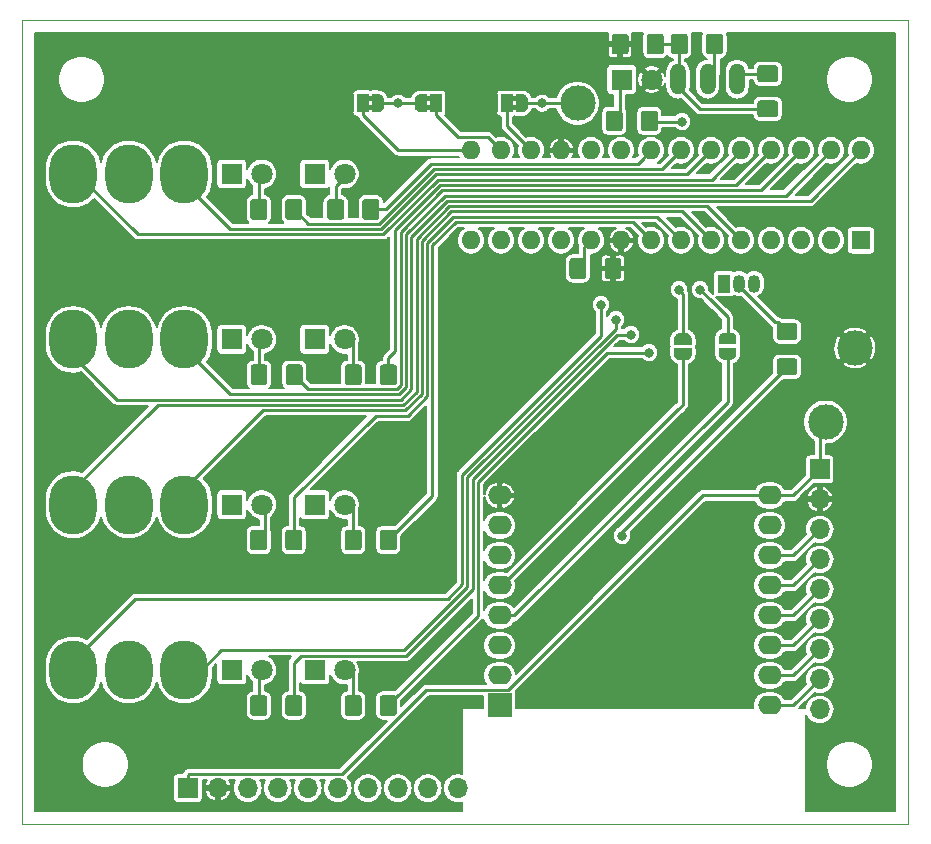
<source format=gbr>
G04 #@! TF.GenerationSoftware,KiCad,Pcbnew,5.1.2-f72e74a~84~ubuntu18.04.1*
G04 #@! TF.CreationDate,2019-06-11T17:55:48+02:00*
G04 #@! TF.ProjectId,ESP-Multiio,4553502d-4d75-46c7-9469-696f2e6b6963,rev?*
G04 #@! TF.SameCoordinates,Original*
G04 #@! TF.FileFunction,Copper,L2,Bot*
G04 #@! TF.FilePolarity,Positive*
%FSLAX46Y46*%
G04 Gerber Fmt 4.6, Leading zero omitted, Abs format (unit mm)*
G04 Created by KiCad (PCBNEW 5.1.2-f72e74a~84~ubuntu18.04.1) date 2019-06-11 17:55:48*
%MOMM*%
%LPD*%
G04 APERTURE LIST*
%ADD10C,0.050000*%
%ADD11C,0.100000*%
%ADD12O,4.000000X5.000000*%
%ADD13C,1.425000*%
%ADD14O,2.000000X1.600000*%
%ADD15R,2.000000X2.000000*%
%ADD16C,1.800000*%
%ADD17R,1.800000X1.800000*%
%ADD18O,1.320800X2.641600*%
%ADD19R,1.050000X1.500000*%
%ADD20O,1.050000X1.500000*%
%ADD21O,1.700000X1.700000*%
%ADD22R,1.700000X1.700000*%
%ADD23C,0.500000*%
%ADD24O,1.600000X1.600000*%
%ADD25R,1.600000X1.600000*%
%ADD26C,3.000000*%
%ADD27R,1.000000X1.500000*%
%ADD28C,0.800000*%
%ADD29C,0.250000*%
%ADD30C,0.200000*%
G04 APERTURE END LIST*
D10*
X152000000Y-95000000D02*
X77000000Y-95000000D01*
X152000000Y-27000000D02*
X152000000Y-95000000D01*
X77000000Y-27000000D02*
X152000000Y-27000000D01*
X77000000Y-27000000D02*
X77000000Y-95000000D01*
D11*
G36*
X111100000Y-34600000D02*
G01*
X111600000Y-34600000D01*
X111600000Y-34200000D01*
X111100000Y-34200000D01*
X111100000Y-34600000D01*
G37*
G36*
X111100000Y-33800000D02*
G01*
X111600000Y-33800000D01*
X111600000Y-33400000D01*
X111100000Y-33400000D01*
X111100000Y-33800000D01*
G37*
G36*
X118900000Y-33400000D02*
G01*
X118400000Y-33400000D01*
X118400000Y-33800000D01*
X118900000Y-33800000D01*
X118900000Y-33400000D01*
G37*
G36*
X118900000Y-34200000D02*
G01*
X118400000Y-34200000D01*
X118400000Y-34600000D01*
X118900000Y-34600000D01*
X118900000Y-34200000D01*
G37*
G36*
X106727800Y-34196960D02*
G01*
X106227800Y-34196960D01*
X106227800Y-34596960D01*
X106727800Y-34596960D01*
X106727800Y-34196960D01*
G37*
G36*
X106727800Y-33396960D02*
G01*
X106227800Y-33396960D01*
X106227800Y-33796960D01*
X106727800Y-33796960D01*
X106727800Y-33396960D01*
G37*
D12*
X81300000Y-40000000D03*
X86000000Y-40000000D03*
X90700000Y-40000000D03*
X81300000Y-54000000D03*
X86000000Y-54000000D03*
X90700000Y-54000000D03*
X81300000Y-68000000D03*
X86000000Y-68000000D03*
X90700000Y-68000000D03*
X81300000Y-82000000D03*
X86000000Y-82000000D03*
X90700000Y-82000000D03*
D11*
G36*
X142381504Y-55603704D02*
G01*
X142405773Y-55607304D01*
X142429571Y-55613265D01*
X142452671Y-55621530D01*
X142474849Y-55632020D01*
X142495893Y-55644633D01*
X142515598Y-55659247D01*
X142533777Y-55675723D01*
X142550253Y-55693902D01*
X142564867Y-55713607D01*
X142577480Y-55734651D01*
X142587970Y-55756829D01*
X142596235Y-55779929D01*
X142602196Y-55803727D01*
X142605796Y-55827996D01*
X142607000Y-55852500D01*
X142607000Y-56777500D01*
X142605796Y-56802004D01*
X142602196Y-56826273D01*
X142596235Y-56850071D01*
X142587970Y-56873171D01*
X142577480Y-56895349D01*
X142564867Y-56916393D01*
X142550253Y-56936098D01*
X142533777Y-56954277D01*
X142515598Y-56970753D01*
X142495893Y-56985367D01*
X142474849Y-56997980D01*
X142452671Y-57008470D01*
X142429571Y-57016735D01*
X142405773Y-57022696D01*
X142381504Y-57026296D01*
X142357000Y-57027500D01*
X141107000Y-57027500D01*
X141082496Y-57026296D01*
X141058227Y-57022696D01*
X141034429Y-57016735D01*
X141011329Y-57008470D01*
X140989151Y-56997980D01*
X140968107Y-56985367D01*
X140948402Y-56970753D01*
X140930223Y-56954277D01*
X140913747Y-56936098D01*
X140899133Y-56916393D01*
X140886520Y-56895349D01*
X140876030Y-56873171D01*
X140867765Y-56850071D01*
X140861804Y-56826273D01*
X140858204Y-56802004D01*
X140857000Y-56777500D01*
X140857000Y-55852500D01*
X140858204Y-55827996D01*
X140861804Y-55803727D01*
X140867765Y-55779929D01*
X140876030Y-55756829D01*
X140886520Y-55734651D01*
X140899133Y-55713607D01*
X140913747Y-55693902D01*
X140930223Y-55675723D01*
X140948402Y-55659247D01*
X140968107Y-55644633D01*
X140989151Y-55632020D01*
X141011329Y-55621530D01*
X141034429Y-55613265D01*
X141058227Y-55607304D01*
X141082496Y-55603704D01*
X141107000Y-55602500D01*
X142357000Y-55602500D01*
X142381504Y-55603704D01*
X142381504Y-55603704D01*
G37*
D13*
X141732000Y-56315000D03*
D11*
G36*
X142381504Y-52628704D02*
G01*
X142405773Y-52632304D01*
X142429571Y-52638265D01*
X142452671Y-52646530D01*
X142474849Y-52657020D01*
X142495893Y-52669633D01*
X142515598Y-52684247D01*
X142533777Y-52700723D01*
X142550253Y-52718902D01*
X142564867Y-52738607D01*
X142577480Y-52759651D01*
X142587970Y-52781829D01*
X142596235Y-52804929D01*
X142602196Y-52828727D01*
X142605796Y-52852996D01*
X142607000Y-52877500D01*
X142607000Y-53802500D01*
X142605796Y-53827004D01*
X142602196Y-53851273D01*
X142596235Y-53875071D01*
X142587970Y-53898171D01*
X142577480Y-53920349D01*
X142564867Y-53941393D01*
X142550253Y-53961098D01*
X142533777Y-53979277D01*
X142515598Y-53995753D01*
X142495893Y-54010367D01*
X142474849Y-54022980D01*
X142452671Y-54033470D01*
X142429571Y-54041735D01*
X142405773Y-54047696D01*
X142381504Y-54051296D01*
X142357000Y-54052500D01*
X141107000Y-54052500D01*
X141082496Y-54051296D01*
X141058227Y-54047696D01*
X141034429Y-54041735D01*
X141011329Y-54033470D01*
X140989151Y-54022980D01*
X140968107Y-54010367D01*
X140948402Y-53995753D01*
X140930223Y-53979277D01*
X140913747Y-53961098D01*
X140899133Y-53941393D01*
X140886520Y-53920349D01*
X140876030Y-53898171D01*
X140867765Y-53875071D01*
X140861804Y-53851273D01*
X140858204Y-53827004D01*
X140857000Y-53802500D01*
X140857000Y-52877500D01*
X140858204Y-52852996D01*
X140861804Y-52828727D01*
X140867765Y-52804929D01*
X140876030Y-52781829D01*
X140886520Y-52759651D01*
X140899133Y-52738607D01*
X140913747Y-52718902D01*
X140930223Y-52700723D01*
X140948402Y-52684247D01*
X140968107Y-52669633D01*
X140989151Y-52657020D01*
X141011329Y-52646530D01*
X141034429Y-52638265D01*
X141058227Y-52632304D01*
X141082496Y-52628704D01*
X141107000Y-52627500D01*
X142357000Y-52627500D01*
X142381504Y-52628704D01*
X142381504Y-52628704D01*
G37*
D13*
X141732000Y-53340000D03*
D14*
X117400000Y-82460000D03*
D15*
X117400000Y-85000000D03*
D14*
X117400000Y-79920000D03*
X117400000Y-77380000D03*
X117400000Y-74840000D03*
X117400000Y-72300000D03*
X117400000Y-69760000D03*
X117400000Y-67220000D03*
X140260000Y-67220000D03*
X140260000Y-69760000D03*
X140260000Y-72300000D03*
X140260000Y-74840000D03*
X140260000Y-77380000D03*
X140260000Y-79920000D03*
X140260000Y-82460000D03*
X140260000Y-85000000D03*
D16*
X97270000Y-82000000D03*
D17*
X94730000Y-82000000D03*
D11*
G36*
X131062004Y-28126204D02*
G01*
X131086273Y-28129804D01*
X131110071Y-28135765D01*
X131133171Y-28144030D01*
X131155349Y-28154520D01*
X131176393Y-28167133D01*
X131196098Y-28181747D01*
X131214277Y-28198223D01*
X131230753Y-28216402D01*
X131245367Y-28236107D01*
X131257980Y-28257151D01*
X131268470Y-28279329D01*
X131276735Y-28302429D01*
X131282696Y-28326227D01*
X131286296Y-28350496D01*
X131287500Y-28375000D01*
X131287500Y-29625000D01*
X131286296Y-29649504D01*
X131282696Y-29673773D01*
X131276735Y-29697571D01*
X131268470Y-29720671D01*
X131257980Y-29742849D01*
X131245367Y-29763893D01*
X131230753Y-29783598D01*
X131214277Y-29801777D01*
X131196098Y-29818253D01*
X131176393Y-29832867D01*
X131155349Y-29845480D01*
X131133171Y-29855970D01*
X131110071Y-29864235D01*
X131086273Y-29870196D01*
X131062004Y-29873796D01*
X131037500Y-29875000D01*
X130112500Y-29875000D01*
X130087996Y-29873796D01*
X130063727Y-29870196D01*
X130039929Y-29864235D01*
X130016829Y-29855970D01*
X129994651Y-29845480D01*
X129973607Y-29832867D01*
X129953902Y-29818253D01*
X129935723Y-29801777D01*
X129919247Y-29783598D01*
X129904633Y-29763893D01*
X129892020Y-29742849D01*
X129881530Y-29720671D01*
X129873265Y-29697571D01*
X129867304Y-29673773D01*
X129863704Y-29649504D01*
X129862500Y-29625000D01*
X129862500Y-28375000D01*
X129863704Y-28350496D01*
X129867304Y-28326227D01*
X129873265Y-28302429D01*
X129881530Y-28279329D01*
X129892020Y-28257151D01*
X129904633Y-28236107D01*
X129919247Y-28216402D01*
X129935723Y-28198223D01*
X129953902Y-28181747D01*
X129973607Y-28167133D01*
X129994651Y-28154520D01*
X130016829Y-28144030D01*
X130039929Y-28135765D01*
X130063727Y-28129804D01*
X130087996Y-28126204D01*
X130112500Y-28125000D01*
X131037500Y-28125000D01*
X131062004Y-28126204D01*
X131062004Y-28126204D01*
G37*
D13*
X130575000Y-29000000D03*
D11*
G36*
X128087004Y-28126204D02*
G01*
X128111273Y-28129804D01*
X128135071Y-28135765D01*
X128158171Y-28144030D01*
X128180349Y-28154520D01*
X128201393Y-28167133D01*
X128221098Y-28181747D01*
X128239277Y-28198223D01*
X128255753Y-28216402D01*
X128270367Y-28236107D01*
X128282980Y-28257151D01*
X128293470Y-28279329D01*
X128301735Y-28302429D01*
X128307696Y-28326227D01*
X128311296Y-28350496D01*
X128312500Y-28375000D01*
X128312500Y-29625000D01*
X128311296Y-29649504D01*
X128307696Y-29673773D01*
X128301735Y-29697571D01*
X128293470Y-29720671D01*
X128282980Y-29742849D01*
X128270367Y-29763893D01*
X128255753Y-29783598D01*
X128239277Y-29801777D01*
X128221098Y-29818253D01*
X128201393Y-29832867D01*
X128180349Y-29845480D01*
X128158171Y-29855970D01*
X128135071Y-29864235D01*
X128111273Y-29870196D01*
X128087004Y-29873796D01*
X128062500Y-29875000D01*
X127137500Y-29875000D01*
X127112996Y-29873796D01*
X127088727Y-29870196D01*
X127064929Y-29864235D01*
X127041829Y-29855970D01*
X127019651Y-29845480D01*
X126998607Y-29832867D01*
X126978902Y-29818253D01*
X126960723Y-29801777D01*
X126944247Y-29783598D01*
X126929633Y-29763893D01*
X126917020Y-29742849D01*
X126906530Y-29720671D01*
X126898265Y-29697571D01*
X126892304Y-29673773D01*
X126888704Y-29649504D01*
X126887500Y-29625000D01*
X126887500Y-28375000D01*
X126888704Y-28350496D01*
X126892304Y-28326227D01*
X126898265Y-28302429D01*
X126906530Y-28279329D01*
X126917020Y-28257151D01*
X126929633Y-28236107D01*
X126944247Y-28216402D01*
X126960723Y-28198223D01*
X126978902Y-28181747D01*
X126998607Y-28167133D01*
X127019651Y-28154520D01*
X127041829Y-28144030D01*
X127064929Y-28135765D01*
X127088727Y-28129804D01*
X127112996Y-28126204D01*
X127137500Y-28125000D01*
X128062500Y-28125000D01*
X128087004Y-28126204D01*
X128087004Y-28126204D01*
G37*
D13*
X127600000Y-29000000D03*
D11*
G36*
X140749504Y-30801204D02*
G01*
X140773773Y-30804804D01*
X140797571Y-30810765D01*
X140820671Y-30819030D01*
X140842849Y-30829520D01*
X140863893Y-30842133D01*
X140883598Y-30856747D01*
X140901777Y-30873223D01*
X140918253Y-30891402D01*
X140932867Y-30911107D01*
X140945480Y-30932151D01*
X140955970Y-30954329D01*
X140964235Y-30977429D01*
X140970196Y-31001227D01*
X140973796Y-31025496D01*
X140975000Y-31050000D01*
X140975000Y-31975000D01*
X140973796Y-31999504D01*
X140970196Y-32023773D01*
X140964235Y-32047571D01*
X140955970Y-32070671D01*
X140945480Y-32092849D01*
X140932867Y-32113893D01*
X140918253Y-32133598D01*
X140901777Y-32151777D01*
X140883598Y-32168253D01*
X140863893Y-32182867D01*
X140842849Y-32195480D01*
X140820671Y-32205970D01*
X140797571Y-32214235D01*
X140773773Y-32220196D01*
X140749504Y-32223796D01*
X140725000Y-32225000D01*
X139475000Y-32225000D01*
X139450496Y-32223796D01*
X139426227Y-32220196D01*
X139402429Y-32214235D01*
X139379329Y-32205970D01*
X139357151Y-32195480D01*
X139336107Y-32182867D01*
X139316402Y-32168253D01*
X139298223Y-32151777D01*
X139281747Y-32133598D01*
X139267133Y-32113893D01*
X139254520Y-32092849D01*
X139244030Y-32070671D01*
X139235765Y-32047571D01*
X139229804Y-32023773D01*
X139226204Y-31999504D01*
X139225000Y-31975000D01*
X139225000Y-31050000D01*
X139226204Y-31025496D01*
X139229804Y-31001227D01*
X139235765Y-30977429D01*
X139244030Y-30954329D01*
X139254520Y-30932151D01*
X139267133Y-30911107D01*
X139281747Y-30891402D01*
X139298223Y-30873223D01*
X139316402Y-30856747D01*
X139336107Y-30842133D01*
X139357151Y-30829520D01*
X139379329Y-30819030D01*
X139402429Y-30810765D01*
X139426227Y-30804804D01*
X139450496Y-30801204D01*
X139475000Y-30800000D01*
X140725000Y-30800000D01*
X140749504Y-30801204D01*
X140749504Y-30801204D01*
G37*
D13*
X140100000Y-31512500D03*
D11*
G36*
X140749504Y-33776204D02*
G01*
X140773773Y-33779804D01*
X140797571Y-33785765D01*
X140820671Y-33794030D01*
X140842849Y-33804520D01*
X140863893Y-33817133D01*
X140883598Y-33831747D01*
X140901777Y-33848223D01*
X140918253Y-33866402D01*
X140932867Y-33886107D01*
X140945480Y-33907151D01*
X140955970Y-33929329D01*
X140964235Y-33952429D01*
X140970196Y-33976227D01*
X140973796Y-34000496D01*
X140975000Y-34025000D01*
X140975000Y-34950000D01*
X140973796Y-34974504D01*
X140970196Y-34998773D01*
X140964235Y-35022571D01*
X140955970Y-35045671D01*
X140945480Y-35067849D01*
X140932867Y-35088893D01*
X140918253Y-35108598D01*
X140901777Y-35126777D01*
X140883598Y-35143253D01*
X140863893Y-35157867D01*
X140842849Y-35170480D01*
X140820671Y-35180970D01*
X140797571Y-35189235D01*
X140773773Y-35195196D01*
X140749504Y-35198796D01*
X140725000Y-35200000D01*
X139475000Y-35200000D01*
X139450496Y-35198796D01*
X139426227Y-35195196D01*
X139402429Y-35189235D01*
X139379329Y-35180970D01*
X139357151Y-35170480D01*
X139336107Y-35157867D01*
X139316402Y-35143253D01*
X139298223Y-35126777D01*
X139281747Y-35108598D01*
X139267133Y-35088893D01*
X139254520Y-35067849D01*
X139244030Y-35045671D01*
X139235765Y-35022571D01*
X139229804Y-34998773D01*
X139226204Y-34974504D01*
X139225000Y-34950000D01*
X139225000Y-34025000D01*
X139226204Y-34000496D01*
X139229804Y-33976227D01*
X139235765Y-33952429D01*
X139244030Y-33929329D01*
X139254520Y-33907151D01*
X139267133Y-33886107D01*
X139281747Y-33866402D01*
X139298223Y-33848223D01*
X139316402Y-33831747D01*
X139336107Y-33817133D01*
X139357151Y-33804520D01*
X139379329Y-33794030D01*
X139402429Y-33785765D01*
X139426227Y-33779804D01*
X139450496Y-33776204D01*
X139475000Y-33775000D01*
X140725000Y-33775000D01*
X140749504Y-33776204D01*
X140749504Y-33776204D01*
G37*
D13*
X140100000Y-34487500D03*
D11*
G36*
X136074504Y-28126204D02*
G01*
X136098773Y-28129804D01*
X136122571Y-28135765D01*
X136145671Y-28144030D01*
X136167849Y-28154520D01*
X136188893Y-28167133D01*
X136208598Y-28181747D01*
X136226777Y-28198223D01*
X136243253Y-28216402D01*
X136257867Y-28236107D01*
X136270480Y-28257151D01*
X136280970Y-28279329D01*
X136289235Y-28302429D01*
X136295196Y-28326227D01*
X136298796Y-28350496D01*
X136300000Y-28375000D01*
X136300000Y-29625000D01*
X136298796Y-29649504D01*
X136295196Y-29673773D01*
X136289235Y-29697571D01*
X136280970Y-29720671D01*
X136270480Y-29742849D01*
X136257867Y-29763893D01*
X136243253Y-29783598D01*
X136226777Y-29801777D01*
X136208598Y-29818253D01*
X136188893Y-29832867D01*
X136167849Y-29845480D01*
X136145671Y-29855970D01*
X136122571Y-29864235D01*
X136098773Y-29870196D01*
X136074504Y-29873796D01*
X136050000Y-29875000D01*
X135125000Y-29875000D01*
X135100496Y-29873796D01*
X135076227Y-29870196D01*
X135052429Y-29864235D01*
X135029329Y-29855970D01*
X135007151Y-29845480D01*
X134986107Y-29832867D01*
X134966402Y-29818253D01*
X134948223Y-29801777D01*
X134931747Y-29783598D01*
X134917133Y-29763893D01*
X134904520Y-29742849D01*
X134894030Y-29720671D01*
X134885765Y-29697571D01*
X134879804Y-29673773D01*
X134876204Y-29649504D01*
X134875000Y-29625000D01*
X134875000Y-28375000D01*
X134876204Y-28350496D01*
X134879804Y-28326227D01*
X134885765Y-28302429D01*
X134894030Y-28279329D01*
X134904520Y-28257151D01*
X134917133Y-28236107D01*
X134931747Y-28216402D01*
X134948223Y-28198223D01*
X134966402Y-28181747D01*
X134986107Y-28167133D01*
X135007151Y-28154520D01*
X135029329Y-28144030D01*
X135052429Y-28135765D01*
X135076227Y-28129804D01*
X135100496Y-28126204D01*
X135125000Y-28125000D01*
X136050000Y-28125000D01*
X136074504Y-28126204D01*
X136074504Y-28126204D01*
G37*
D13*
X135587500Y-29000000D03*
D11*
G36*
X133099504Y-28126204D02*
G01*
X133123773Y-28129804D01*
X133147571Y-28135765D01*
X133170671Y-28144030D01*
X133192849Y-28154520D01*
X133213893Y-28167133D01*
X133233598Y-28181747D01*
X133251777Y-28198223D01*
X133268253Y-28216402D01*
X133282867Y-28236107D01*
X133295480Y-28257151D01*
X133305970Y-28279329D01*
X133314235Y-28302429D01*
X133320196Y-28326227D01*
X133323796Y-28350496D01*
X133325000Y-28375000D01*
X133325000Y-29625000D01*
X133323796Y-29649504D01*
X133320196Y-29673773D01*
X133314235Y-29697571D01*
X133305970Y-29720671D01*
X133295480Y-29742849D01*
X133282867Y-29763893D01*
X133268253Y-29783598D01*
X133251777Y-29801777D01*
X133233598Y-29818253D01*
X133213893Y-29832867D01*
X133192849Y-29845480D01*
X133170671Y-29855970D01*
X133147571Y-29864235D01*
X133123773Y-29870196D01*
X133099504Y-29873796D01*
X133075000Y-29875000D01*
X132150000Y-29875000D01*
X132125496Y-29873796D01*
X132101227Y-29870196D01*
X132077429Y-29864235D01*
X132054329Y-29855970D01*
X132032151Y-29845480D01*
X132011107Y-29832867D01*
X131991402Y-29818253D01*
X131973223Y-29801777D01*
X131956747Y-29783598D01*
X131942133Y-29763893D01*
X131929520Y-29742849D01*
X131919030Y-29720671D01*
X131910765Y-29697571D01*
X131904804Y-29673773D01*
X131901204Y-29649504D01*
X131900000Y-29625000D01*
X131900000Y-28375000D01*
X131901204Y-28350496D01*
X131904804Y-28326227D01*
X131910765Y-28302429D01*
X131919030Y-28279329D01*
X131929520Y-28257151D01*
X131942133Y-28236107D01*
X131956747Y-28216402D01*
X131973223Y-28198223D01*
X131991402Y-28181747D01*
X132011107Y-28167133D01*
X132032151Y-28154520D01*
X132054329Y-28144030D01*
X132077429Y-28135765D01*
X132101227Y-28129804D01*
X132125496Y-28126204D01*
X132150000Y-28125000D01*
X133075000Y-28125000D01*
X133099504Y-28126204D01*
X133099504Y-28126204D01*
G37*
D13*
X132612500Y-29000000D03*
D16*
X130270000Y-32000000D03*
D17*
X127730000Y-32000000D03*
D18*
X137501200Y-31973400D03*
X132501200Y-31973400D03*
X135001200Y-31973400D03*
D11*
G36*
X130562004Y-34626204D02*
G01*
X130586273Y-34629804D01*
X130610071Y-34635765D01*
X130633171Y-34644030D01*
X130655349Y-34654520D01*
X130676393Y-34667133D01*
X130696098Y-34681747D01*
X130714277Y-34698223D01*
X130730753Y-34716402D01*
X130745367Y-34736107D01*
X130757980Y-34757151D01*
X130768470Y-34779329D01*
X130776735Y-34802429D01*
X130782696Y-34826227D01*
X130786296Y-34850496D01*
X130787500Y-34875000D01*
X130787500Y-36125000D01*
X130786296Y-36149504D01*
X130782696Y-36173773D01*
X130776735Y-36197571D01*
X130768470Y-36220671D01*
X130757980Y-36242849D01*
X130745367Y-36263893D01*
X130730753Y-36283598D01*
X130714277Y-36301777D01*
X130696098Y-36318253D01*
X130676393Y-36332867D01*
X130655349Y-36345480D01*
X130633171Y-36355970D01*
X130610071Y-36364235D01*
X130586273Y-36370196D01*
X130562004Y-36373796D01*
X130537500Y-36375000D01*
X129612500Y-36375000D01*
X129587996Y-36373796D01*
X129563727Y-36370196D01*
X129539929Y-36364235D01*
X129516829Y-36355970D01*
X129494651Y-36345480D01*
X129473607Y-36332867D01*
X129453902Y-36318253D01*
X129435723Y-36301777D01*
X129419247Y-36283598D01*
X129404633Y-36263893D01*
X129392020Y-36242849D01*
X129381530Y-36220671D01*
X129373265Y-36197571D01*
X129367304Y-36173773D01*
X129363704Y-36149504D01*
X129362500Y-36125000D01*
X129362500Y-34875000D01*
X129363704Y-34850496D01*
X129367304Y-34826227D01*
X129373265Y-34802429D01*
X129381530Y-34779329D01*
X129392020Y-34757151D01*
X129404633Y-34736107D01*
X129419247Y-34716402D01*
X129435723Y-34698223D01*
X129453902Y-34681747D01*
X129473607Y-34667133D01*
X129494651Y-34654520D01*
X129516829Y-34644030D01*
X129539929Y-34635765D01*
X129563727Y-34629804D01*
X129587996Y-34626204D01*
X129612500Y-34625000D01*
X130537500Y-34625000D01*
X130562004Y-34626204D01*
X130562004Y-34626204D01*
G37*
D13*
X130075000Y-35500000D03*
D11*
G36*
X127587004Y-34626204D02*
G01*
X127611273Y-34629804D01*
X127635071Y-34635765D01*
X127658171Y-34644030D01*
X127680349Y-34654520D01*
X127701393Y-34667133D01*
X127721098Y-34681747D01*
X127739277Y-34698223D01*
X127755753Y-34716402D01*
X127770367Y-34736107D01*
X127782980Y-34757151D01*
X127793470Y-34779329D01*
X127801735Y-34802429D01*
X127807696Y-34826227D01*
X127811296Y-34850496D01*
X127812500Y-34875000D01*
X127812500Y-36125000D01*
X127811296Y-36149504D01*
X127807696Y-36173773D01*
X127801735Y-36197571D01*
X127793470Y-36220671D01*
X127782980Y-36242849D01*
X127770367Y-36263893D01*
X127755753Y-36283598D01*
X127739277Y-36301777D01*
X127721098Y-36318253D01*
X127701393Y-36332867D01*
X127680349Y-36345480D01*
X127658171Y-36355970D01*
X127635071Y-36364235D01*
X127611273Y-36370196D01*
X127587004Y-36373796D01*
X127562500Y-36375000D01*
X126637500Y-36375000D01*
X126612996Y-36373796D01*
X126588727Y-36370196D01*
X126564929Y-36364235D01*
X126541829Y-36355970D01*
X126519651Y-36345480D01*
X126498607Y-36332867D01*
X126478902Y-36318253D01*
X126460723Y-36301777D01*
X126444247Y-36283598D01*
X126429633Y-36263893D01*
X126417020Y-36242849D01*
X126406530Y-36220671D01*
X126398265Y-36197571D01*
X126392304Y-36173773D01*
X126388704Y-36149504D01*
X126387500Y-36125000D01*
X126387500Y-34875000D01*
X126388704Y-34850496D01*
X126392304Y-34826227D01*
X126398265Y-34802429D01*
X126406530Y-34779329D01*
X126417020Y-34757151D01*
X126429633Y-34736107D01*
X126444247Y-34716402D01*
X126460723Y-34698223D01*
X126478902Y-34681747D01*
X126498607Y-34667133D01*
X126519651Y-34654520D01*
X126541829Y-34644030D01*
X126564929Y-34635765D01*
X126588727Y-34629804D01*
X126612996Y-34626204D01*
X126637500Y-34625000D01*
X127562500Y-34625000D01*
X127587004Y-34626204D01*
X127587004Y-34626204D01*
G37*
D13*
X127100000Y-35500000D03*
D19*
X136398000Y-49276000D03*
D20*
X138938000Y-49276000D03*
X137668000Y-49276000D03*
D21*
X113860000Y-92000000D03*
X111320000Y-92000000D03*
X108780000Y-92000000D03*
X106240000Y-92000000D03*
X103700000Y-92000000D03*
X101160000Y-92000000D03*
X98620000Y-92000000D03*
X96080000Y-92000000D03*
X93540000Y-92000000D03*
D22*
X91000000Y-92000000D03*
D23*
X136697000Y-53923000D03*
D11*
G36*
X135947602Y-53923000D02*
G01*
X135947602Y-53898466D01*
X135952412Y-53849635D01*
X135961984Y-53801510D01*
X135976228Y-53754555D01*
X135995005Y-53709222D01*
X136018136Y-53665949D01*
X136045396Y-53625150D01*
X136076524Y-53587221D01*
X136111221Y-53552524D01*
X136149150Y-53521396D01*
X136189949Y-53494136D01*
X136233222Y-53471005D01*
X136278555Y-53452228D01*
X136325510Y-53437984D01*
X136373635Y-53428412D01*
X136422466Y-53423602D01*
X136447000Y-53423602D01*
X136447000Y-53423000D01*
X136947000Y-53423000D01*
X136947000Y-53423602D01*
X136971534Y-53423602D01*
X137020365Y-53428412D01*
X137068490Y-53437984D01*
X137115445Y-53452228D01*
X137160778Y-53471005D01*
X137204051Y-53494136D01*
X137244850Y-53521396D01*
X137282779Y-53552524D01*
X137317476Y-53587221D01*
X137348604Y-53625150D01*
X137375864Y-53665949D01*
X137398995Y-53709222D01*
X137417772Y-53754555D01*
X137432016Y-53801510D01*
X137441588Y-53849635D01*
X137446398Y-53898466D01*
X137446398Y-53923000D01*
X137447000Y-53923000D01*
X137447000Y-54423000D01*
X135947000Y-54423000D01*
X135947000Y-53923000D01*
X135947602Y-53923000D01*
X135947602Y-53923000D01*
G37*
D23*
X136697000Y-55223000D03*
D11*
G36*
X137447000Y-54723000D02*
G01*
X137447000Y-55223000D01*
X137446398Y-55223000D01*
X137446398Y-55247534D01*
X137441588Y-55296365D01*
X137432016Y-55344490D01*
X137417772Y-55391445D01*
X137398995Y-55436778D01*
X137375864Y-55480051D01*
X137348604Y-55520850D01*
X137317476Y-55558779D01*
X137282779Y-55593476D01*
X137244850Y-55624604D01*
X137204051Y-55651864D01*
X137160778Y-55674995D01*
X137115445Y-55693772D01*
X137068490Y-55708016D01*
X137020365Y-55717588D01*
X136971534Y-55722398D01*
X136947000Y-55722398D01*
X136947000Y-55723000D01*
X136447000Y-55723000D01*
X136447000Y-55722398D01*
X136422466Y-55722398D01*
X136373635Y-55717588D01*
X136325510Y-55708016D01*
X136278555Y-55693772D01*
X136233222Y-55674995D01*
X136189949Y-55651864D01*
X136149150Y-55624604D01*
X136111221Y-55593476D01*
X136076524Y-55558779D01*
X136045396Y-55520850D01*
X136018136Y-55480051D01*
X135995005Y-55436778D01*
X135976228Y-55391445D01*
X135961984Y-55344490D01*
X135952412Y-55296365D01*
X135947602Y-55247534D01*
X135947602Y-55223000D01*
X135947000Y-55223000D01*
X135947000Y-54723000D01*
X137447000Y-54723000D01*
X137447000Y-54723000D01*
G37*
D23*
X132922000Y-53973000D03*
D11*
G36*
X132172602Y-53973000D02*
G01*
X132172602Y-53948466D01*
X132177412Y-53899635D01*
X132186984Y-53851510D01*
X132201228Y-53804555D01*
X132220005Y-53759222D01*
X132243136Y-53715949D01*
X132270396Y-53675150D01*
X132301524Y-53637221D01*
X132336221Y-53602524D01*
X132374150Y-53571396D01*
X132414949Y-53544136D01*
X132458222Y-53521005D01*
X132503555Y-53502228D01*
X132550510Y-53487984D01*
X132598635Y-53478412D01*
X132647466Y-53473602D01*
X132672000Y-53473602D01*
X132672000Y-53473000D01*
X133172000Y-53473000D01*
X133172000Y-53473602D01*
X133196534Y-53473602D01*
X133245365Y-53478412D01*
X133293490Y-53487984D01*
X133340445Y-53502228D01*
X133385778Y-53521005D01*
X133429051Y-53544136D01*
X133469850Y-53571396D01*
X133507779Y-53602524D01*
X133542476Y-53637221D01*
X133573604Y-53675150D01*
X133600864Y-53715949D01*
X133623995Y-53759222D01*
X133642772Y-53804555D01*
X133657016Y-53851510D01*
X133666588Y-53899635D01*
X133671398Y-53948466D01*
X133671398Y-53973000D01*
X133672000Y-53973000D01*
X133672000Y-54473000D01*
X132172000Y-54473000D01*
X132172000Y-53973000D01*
X132172602Y-53973000D01*
X132172602Y-53973000D01*
G37*
D23*
X132922000Y-55273000D03*
D11*
G36*
X133672000Y-54773000D02*
G01*
X133672000Y-55273000D01*
X133671398Y-55273000D01*
X133671398Y-55297534D01*
X133666588Y-55346365D01*
X133657016Y-55394490D01*
X133642772Y-55441445D01*
X133623995Y-55486778D01*
X133600864Y-55530051D01*
X133573604Y-55570850D01*
X133542476Y-55608779D01*
X133507779Y-55643476D01*
X133469850Y-55674604D01*
X133429051Y-55701864D01*
X133385778Y-55724995D01*
X133340445Y-55743772D01*
X133293490Y-55758016D01*
X133245365Y-55767588D01*
X133196534Y-55772398D01*
X133172000Y-55772398D01*
X133172000Y-55773000D01*
X132672000Y-55773000D01*
X132672000Y-55772398D01*
X132647466Y-55772398D01*
X132598635Y-55767588D01*
X132550510Y-55758016D01*
X132503555Y-55743772D01*
X132458222Y-55724995D01*
X132414949Y-55701864D01*
X132374150Y-55674604D01*
X132336221Y-55643476D01*
X132301524Y-55608779D01*
X132270396Y-55570850D01*
X132243136Y-55530051D01*
X132220005Y-55486778D01*
X132201228Y-55441445D01*
X132186984Y-55394490D01*
X132177412Y-55346365D01*
X132172602Y-55297534D01*
X132172602Y-55273000D01*
X132172000Y-55273000D01*
X132172000Y-54773000D01*
X133672000Y-54773000D01*
X133672000Y-54773000D01*
G37*
D21*
X144500000Y-85320000D03*
X144500000Y-82780000D03*
X144500000Y-80240000D03*
X144500000Y-77700000D03*
X144500000Y-75160000D03*
X144500000Y-72620000D03*
X144500000Y-70080000D03*
X144500000Y-67540000D03*
D22*
X144500000Y-65000000D03*
D24*
X148000000Y-38000000D03*
X114980000Y-45620000D03*
X145460000Y-38000000D03*
X117520000Y-45620000D03*
X142920000Y-38000000D03*
X120060000Y-45620000D03*
X140380000Y-38000000D03*
X122600000Y-45620000D03*
X137840000Y-38000000D03*
X125140000Y-45620000D03*
X135300000Y-38000000D03*
X127680000Y-45620000D03*
X132760000Y-38000000D03*
X130220000Y-45620000D03*
X130220000Y-38000000D03*
X132760000Y-45620000D03*
X127680000Y-38000000D03*
X135300000Y-45620000D03*
X125140000Y-38000000D03*
X137840000Y-45620000D03*
X122600000Y-38000000D03*
X140380000Y-45620000D03*
X120060000Y-38000000D03*
X142920000Y-45620000D03*
X117520000Y-38000000D03*
X145460000Y-45620000D03*
X114980000Y-38000000D03*
D25*
X148000000Y-45620000D03*
D11*
G36*
X124512004Y-47126204D02*
G01*
X124536273Y-47129804D01*
X124560071Y-47135765D01*
X124583171Y-47144030D01*
X124605349Y-47154520D01*
X124626393Y-47167133D01*
X124646098Y-47181747D01*
X124664277Y-47198223D01*
X124680753Y-47216402D01*
X124695367Y-47236107D01*
X124707980Y-47257151D01*
X124718470Y-47279329D01*
X124726735Y-47302429D01*
X124732696Y-47326227D01*
X124736296Y-47350496D01*
X124737500Y-47375000D01*
X124737500Y-48625000D01*
X124736296Y-48649504D01*
X124732696Y-48673773D01*
X124726735Y-48697571D01*
X124718470Y-48720671D01*
X124707980Y-48742849D01*
X124695367Y-48763893D01*
X124680753Y-48783598D01*
X124664277Y-48801777D01*
X124646098Y-48818253D01*
X124626393Y-48832867D01*
X124605349Y-48845480D01*
X124583171Y-48855970D01*
X124560071Y-48864235D01*
X124536273Y-48870196D01*
X124512004Y-48873796D01*
X124487500Y-48875000D01*
X123562500Y-48875000D01*
X123537996Y-48873796D01*
X123513727Y-48870196D01*
X123489929Y-48864235D01*
X123466829Y-48855970D01*
X123444651Y-48845480D01*
X123423607Y-48832867D01*
X123403902Y-48818253D01*
X123385723Y-48801777D01*
X123369247Y-48783598D01*
X123354633Y-48763893D01*
X123342020Y-48742849D01*
X123331530Y-48720671D01*
X123323265Y-48697571D01*
X123317304Y-48673773D01*
X123313704Y-48649504D01*
X123312500Y-48625000D01*
X123312500Y-47375000D01*
X123313704Y-47350496D01*
X123317304Y-47326227D01*
X123323265Y-47302429D01*
X123331530Y-47279329D01*
X123342020Y-47257151D01*
X123354633Y-47236107D01*
X123369247Y-47216402D01*
X123385723Y-47198223D01*
X123403902Y-47181747D01*
X123423607Y-47167133D01*
X123444651Y-47154520D01*
X123466829Y-47144030D01*
X123489929Y-47135765D01*
X123513727Y-47129804D01*
X123537996Y-47126204D01*
X123562500Y-47125000D01*
X124487500Y-47125000D01*
X124512004Y-47126204D01*
X124512004Y-47126204D01*
G37*
D13*
X124025000Y-48000000D03*
D11*
G36*
X127487004Y-47126204D02*
G01*
X127511273Y-47129804D01*
X127535071Y-47135765D01*
X127558171Y-47144030D01*
X127580349Y-47154520D01*
X127601393Y-47167133D01*
X127621098Y-47181747D01*
X127639277Y-47198223D01*
X127655753Y-47216402D01*
X127670367Y-47236107D01*
X127682980Y-47257151D01*
X127693470Y-47279329D01*
X127701735Y-47302429D01*
X127707696Y-47326227D01*
X127711296Y-47350496D01*
X127712500Y-47375000D01*
X127712500Y-48625000D01*
X127711296Y-48649504D01*
X127707696Y-48673773D01*
X127701735Y-48697571D01*
X127693470Y-48720671D01*
X127682980Y-48742849D01*
X127670367Y-48763893D01*
X127655753Y-48783598D01*
X127639277Y-48801777D01*
X127621098Y-48818253D01*
X127601393Y-48832867D01*
X127580349Y-48845480D01*
X127558171Y-48855970D01*
X127535071Y-48864235D01*
X127511273Y-48870196D01*
X127487004Y-48873796D01*
X127462500Y-48875000D01*
X126537500Y-48875000D01*
X126512996Y-48873796D01*
X126488727Y-48870196D01*
X126464929Y-48864235D01*
X126441829Y-48855970D01*
X126419651Y-48845480D01*
X126398607Y-48832867D01*
X126378902Y-48818253D01*
X126360723Y-48801777D01*
X126344247Y-48783598D01*
X126329633Y-48763893D01*
X126317020Y-48742849D01*
X126306530Y-48720671D01*
X126298265Y-48697571D01*
X126292304Y-48673773D01*
X126288704Y-48649504D01*
X126287500Y-48625000D01*
X126287500Y-47375000D01*
X126288704Y-47350496D01*
X126292304Y-47326227D01*
X126298265Y-47302429D01*
X126306530Y-47279329D01*
X126317020Y-47257151D01*
X126329633Y-47236107D01*
X126344247Y-47216402D01*
X126360723Y-47198223D01*
X126378902Y-47181747D01*
X126398607Y-47167133D01*
X126419651Y-47154520D01*
X126441829Y-47144030D01*
X126464929Y-47135765D01*
X126488727Y-47129804D01*
X126512996Y-47126204D01*
X126537500Y-47125000D01*
X127462500Y-47125000D01*
X127487004Y-47126204D01*
X127487004Y-47126204D01*
G37*
D13*
X127000000Y-48000000D03*
D16*
X104270000Y-82000000D03*
D17*
X101730000Y-82000000D03*
D16*
X97270000Y-68000000D03*
D17*
X94730000Y-68000000D03*
D16*
X104270000Y-68000000D03*
D17*
X101730000Y-68000000D03*
D16*
X97270000Y-54000000D03*
D17*
X94730000Y-54000000D03*
D16*
X104270000Y-54000000D03*
D17*
X101730000Y-54000000D03*
D16*
X97270000Y-40000000D03*
D17*
X94730000Y-40000000D03*
D16*
X104270000Y-40000000D03*
D17*
X101730000Y-40000000D03*
D11*
G36*
X100462004Y-84126204D02*
G01*
X100486273Y-84129804D01*
X100510071Y-84135765D01*
X100533171Y-84144030D01*
X100555349Y-84154520D01*
X100576393Y-84167133D01*
X100596098Y-84181747D01*
X100614277Y-84198223D01*
X100630753Y-84216402D01*
X100645367Y-84236107D01*
X100657980Y-84257151D01*
X100668470Y-84279329D01*
X100676735Y-84302429D01*
X100682696Y-84326227D01*
X100686296Y-84350496D01*
X100687500Y-84375000D01*
X100687500Y-85625000D01*
X100686296Y-85649504D01*
X100682696Y-85673773D01*
X100676735Y-85697571D01*
X100668470Y-85720671D01*
X100657980Y-85742849D01*
X100645367Y-85763893D01*
X100630753Y-85783598D01*
X100614277Y-85801777D01*
X100596098Y-85818253D01*
X100576393Y-85832867D01*
X100555349Y-85845480D01*
X100533171Y-85855970D01*
X100510071Y-85864235D01*
X100486273Y-85870196D01*
X100462004Y-85873796D01*
X100437500Y-85875000D01*
X99512500Y-85875000D01*
X99487996Y-85873796D01*
X99463727Y-85870196D01*
X99439929Y-85864235D01*
X99416829Y-85855970D01*
X99394651Y-85845480D01*
X99373607Y-85832867D01*
X99353902Y-85818253D01*
X99335723Y-85801777D01*
X99319247Y-85783598D01*
X99304633Y-85763893D01*
X99292020Y-85742849D01*
X99281530Y-85720671D01*
X99273265Y-85697571D01*
X99267304Y-85673773D01*
X99263704Y-85649504D01*
X99262500Y-85625000D01*
X99262500Y-84375000D01*
X99263704Y-84350496D01*
X99267304Y-84326227D01*
X99273265Y-84302429D01*
X99281530Y-84279329D01*
X99292020Y-84257151D01*
X99304633Y-84236107D01*
X99319247Y-84216402D01*
X99335723Y-84198223D01*
X99353902Y-84181747D01*
X99373607Y-84167133D01*
X99394651Y-84154520D01*
X99416829Y-84144030D01*
X99439929Y-84135765D01*
X99463727Y-84129804D01*
X99487996Y-84126204D01*
X99512500Y-84125000D01*
X100437500Y-84125000D01*
X100462004Y-84126204D01*
X100462004Y-84126204D01*
G37*
D13*
X99975000Y-85000000D03*
D11*
G36*
X97487004Y-84126204D02*
G01*
X97511273Y-84129804D01*
X97535071Y-84135765D01*
X97558171Y-84144030D01*
X97580349Y-84154520D01*
X97601393Y-84167133D01*
X97621098Y-84181747D01*
X97639277Y-84198223D01*
X97655753Y-84216402D01*
X97670367Y-84236107D01*
X97682980Y-84257151D01*
X97693470Y-84279329D01*
X97701735Y-84302429D01*
X97707696Y-84326227D01*
X97711296Y-84350496D01*
X97712500Y-84375000D01*
X97712500Y-85625000D01*
X97711296Y-85649504D01*
X97707696Y-85673773D01*
X97701735Y-85697571D01*
X97693470Y-85720671D01*
X97682980Y-85742849D01*
X97670367Y-85763893D01*
X97655753Y-85783598D01*
X97639277Y-85801777D01*
X97621098Y-85818253D01*
X97601393Y-85832867D01*
X97580349Y-85845480D01*
X97558171Y-85855970D01*
X97535071Y-85864235D01*
X97511273Y-85870196D01*
X97487004Y-85873796D01*
X97462500Y-85875000D01*
X96537500Y-85875000D01*
X96512996Y-85873796D01*
X96488727Y-85870196D01*
X96464929Y-85864235D01*
X96441829Y-85855970D01*
X96419651Y-85845480D01*
X96398607Y-85832867D01*
X96378902Y-85818253D01*
X96360723Y-85801777D01*
X96344247Y-85783598D01*
X96329633Y-85763893D01*
X96317020Y-85742849D01*
X96306530Y-85720671D01*
X96298265Y-85697571D01*
X96292304Y-85673773D01*
X96288704Y-85649504D01*
X96287500Y-85625000D01*
X96287500Y-84375000D01*
X96288704Y-84350496D01*
X96292304Y-84326227D01*
X96298265Y-84302429D01*
X96306530Y-84279329D01*
X96317020Y-84257151D01*
X96329633Y-84236107D01*
X96344247Y-84216402D01*
X96360723Y-84198223D01*
X96378902Y-84181747D01*
X96398607Y-84167133D01*
X96419651Y-84154520D01*
X96441829Y-84144030D01*
X96464929Y-84135765D01*
X96488727Y-84129804D01*
X96512996Y-84126204D01*
X96537500Y-84125000D01*
X97462500Y-84125000D01*
X97487004Y-84126204D01*
X97487004Y-84126204D01*
G37*
D13*
X97000000Y-85000000D03*
D11*
G36*
X108462004Y-84126204D02*
G01*
X108486273Y-84129804D01*
X108510071Y-84135765D01*
X108533171Y-84144030D01*
X108555349Y-84154520D01*
X108576393Y-84167133D01*
X108596098Y-84181747D01*
X108614277Y-84198223D01*
X108630753Y-84216402D01*
X108645367Y-84236107D01*
X108657980Y-84257151D01*
X108668470Y-84279329D01*
X108676735Y-84302429D01*
X108682696Y-84326227D01*
X108686296Y-84350496D01*
X108687500Y-84375000D01*
X108687500Y-85625000D01*
X108686296Y-85649504D01*
X108682696Y-85673773D01*
X108676735Y-85697571D01*
X108668470Y-85720671D01*
X108657980Y-85742849D01*
X108645367Y-85763893D01*
X108630753Y-85783598D01*
X108614277Y-85801777D01*
X108596098Y-85818253D01*
X108576393Y-85832867D01*
X108555349Y-85845480D01*
X108533171Y-85855970D01*
X108510071Y-85864235D01*
X108486273Y-85870196D01*
X108462004Y-85873796D01*
X108437500Y-85875000D01*
X107512500Y-85875000D01*
X107487996Y-85873796D01*
X107463727Y-85870196D01*
X107439929Y-85864235D01*
X107416829Y-85855970D01*
X107394651Y-85845480D01*
X107373607Y-85832867D01*
X107353902Y-85818253D01*
X107335723Y-85801777D01*
X107319247Y-85783598D01*
X107304633Y-85763893D01*
X107292020Y-85742849D01*
X107281530Y-85720671D01*
X107273265Y-85697571D01*
X107267304Y-85673773D01*
X107263704Y-85649504D01*
X107262500Y-85625000D01*
X107262500Y-84375000D01*
X107263704Y-84350496D01*
X107267304Y-84326227D01*
X107273265Y-84302429D01*
X107281530Y-84279329D01*
X107292020Y-84257151D01*
X107304633Y-84236107D01*
X107319247Y-84216402D01*
X107335723Y-84198223D01*
X107353902Y-84181747D01*
X107373607Y-84167133D01*
X107394651Y-84154520D01*
X107416829Y-84144030D01*
X107439929Y-84135765D01*
X107463727Y-84129804D01*
X107487996Y-84126204D01*
X107512500Y-84125000D01*
X108437500Y-84125000D01*
X108462004Y-84126204D01*
X108462004Y-84126204D01*
G37*
D13*
X107975000Y-85000000D03*
D11*
G36*
X105487004Y-84126204D02*
G01*
X105511273Y-84129804D01*
X105535071Y-84135765D01*
X105558171Y-84144030D01*
X105580349Y-84154520D01*
X105601393Y-84167133D01*
X105621098Y-84181747D01*
X105639277Y-84198223D01*
X105655753Y-84216402D01*
X105670367Y-84236107D01*
X105682980Y-84257151D01*
X105693470Y-84279329D01*
X105701735Y-84302429D01*
X105707696Y-84326227D01*
X105711296Y-84350496D01*
X105712500Y-84375000D01*
X105712500Y-85625000D01*
X105711296Y-85649504D01*
X105707696Y-85673773D01*
X105701735Y-85697571D01*
X105693470Y-85720671D01*
X105682980Y-85742849D01*
X105670367Y-85763893D01*
X105655753Y-85783598D01*
X105639277Y-85801777D01*
X105621098Y-85818253D01*
X105601393Y-85832867D01*
X105580349Y-85845480D01*
X105558171Y-85855970D01*
X105535071Y-85864235D01*
X105511273Y-85870196D01*
X105487004Y-85873796D01*
X105462500Y-85875000D01*
X104537500Y-85875000D01*
X104512996Y-85873796D01*
X104488727Y-85870196D01*
X104464929Y-85864235D01*
X104441829Y-85855970D01*
X104419651Y-85845480D01*
X104398607Y-85832867D01*
X104378902Y-85818253D01*
X104360723Y-85801777D01*
X104344247Y-85783598D01*
X104329633Y-85763893D01*
X104317020Y-85742849D01*
X104306530Y-85720671D01*
X104298265Y-85697571D01*
X104292304Y-85673773D01*
X104288704Y-85649504D01*
X104287500Y-85625000D01*
X104287500Y-84375000D01*
X104288704Y-84350496D01*
X104292304Y-84326227D01*
X104298265Y-84302429D01*
X104306530Y-84279329D01*
X104317020Y-84257151D01*
X104329633Y-84236107D01*
X104344247Y-84216402D01*
X104360723Y-84198223D01*
X104378902Y-84181747D01*
X104398607Y-84167133D01*
X104419651Y-84154520D01*
X104441829Y-84144030D01*
X104464929Y-84135765D01*
X104488727Y-84129804D01*
X104512996Y-84126204D01*
X104537500Y-84125000D01*
X105462500Y-84125000D01*
X105487004Y-84126204D01*
X105487004Y-84126204D01*
G37*
D13*
X105000000Y-85000000D03*
D11*
G36*
X100462004Y-70126204D02*
G01*
X100486273Y-70129804D01*
X100510071Y-70135765D01*
X100533171Y-70144030D01*
X100555349Y-70154520D01*
X100576393Y-70167133D01*
X100596098Y-70181747D01*
X100614277Y-70198223D01*
X100630753Y-70216402D01*
X100645367Y-70236107D01*
X100657980Y-70257151D01*
X100668470Y-70279329D01*
X100676735Y-70302429D01*
X100682696Y-70326227D01*
X100686296Y-70350496D01*
X100687500Y-70375000D01*
X100687500Y-71625000D01*
X100686296Y-71649504D01*
X100682696Y-71673773D01*
X100676735Y-71697571D01*
X100668470Y-71720671D01*
X100657980Y-71742849D01*
X100645367Y-71763893D01*
X100630753Y-71783598D01*
X100614277Y-71801777D01*
X100596098Y-71818253D01*
X100576393Y-71832867D01*
X100555349Y-71845480D01*
X100533171Y-71855970D01*
X100510071Y-71864235D01*
X100486273Y-71870196D01*
X100462004Y-71873796D01*
X100437500Y-71875000D01*
X99512500Y-71875000D01*
X99487996Y-71873796D01*
X99463727Y-71870196D01*
X99439929Y-71864235D01*
X99416829Y-71855970D01*
X99394651Y-71845480D01*
X99373607Y-71832867D01*
X99353902Y-71818253D01*
X99335723Y-71801777D01*
X99319247Y-71783598D01*
X99304633Y-71763893D01*
X99292020Y-71742849D01*
X99281530Y-71720671D01*
X99273265Y-71697571D01*
X99267304Y-71673773D01*
X99263704Y-71649504D01*
X99262500Y-71625000D01*
X99262500Y-70375000D01*
X99263704Y-70350496D01*
X99267304Y-70326227D01*
X99273265Y-70302429D01*
X99281530Y-70279329D01*
X99292020Y-70257151D01*
X99304633Y-70236107D01*
X99319247Y-70216402D01*
X99335723Y-70198223D01*
X99353902Y-70181747D01*
X99373607Y-70167133D01*
X99394651Y-70154520D01*
X99416829Y-70144030D01*
X99439929Y-70135765D01*
X99463727Y-70129804D01*
X99487996Y-70126204D01*
X99512500Y-70125000D01*
X100437500Y-70125000D01*
X100462004Y-70126204D01*
X100462004Y-70126204D01*
G37*
D13*
X99975000Y-71000000D03*
D11*
G36*
X97487004Y-70126204D02*
G01*
X97511273Y-70129804D01*
X97535071Y-70135765D01*
X97558171Y-70144030D01*
X97580349Y-70154520D01*
X97601393Y-70167133D01*
X97621098Y-70181747D01*
X97639277Y-70198223D01*
X97655753Y-70216402D01*
X97670367Y-70236107D01*
X97682980Y-70257151D01*
X97693470Y-70279329D01*
X97701735Y-70302429D01*
X97707696Y-70326227D01*
X97711296Y-70350496D01*
X97712500Y-70375000D01*
X97712500Y-71625000D01*
X97711296Y-71649504D01*
X97707696Y-71673773D01*
X97701735Y-71697571D01*
X97693470Y-71720671D01*
X97682980Y-71742849D01*
X97670367Y-71763893D01*
X97655753Y-71783598D01*
X97639277Y-71801777D01*
X97621098Y-71818253D01*
X97601393Y-71832867D01*
X97580349Y-71845480D01*
X97558171Y-71855970D01*
X97535071Y-71864235D01*
X97511273Y-71870196D01*
X97487004Y-71873796D01*
X97462500Y-71875000D01*
X96537500Y-71875000D01*
X96512996Y-71873796D01*
X96488727Y-71870196D01*
X96464929Y-71864235D01*
X96441829Y-71855970D01*
X96419651Y-71845480D01*
X96398607Y-71832867D01*
X96378902Y-71818253D01*
X96360723Y-71801777D01*
X96344247Y-71783598D01*
X96329633Y-71763893D01*
X96317020Y-71742849D01*
X96306530Y-71720671D01*
X96298265Y-71697571D01*
X96292304Y-71673773D01*
X96288704Y-71649504D01*
X96287500Y-71625000D01*
X96287500Y-70375000D01*
X96288704Y-70350496D01*
X96292304Y-70326227D01*
X96298265Y-70302429D01*
X96306530Y-70279329D01*
X96317020Y-70257151D01*
X96329633Y-70236107D01*
X96344247Y-70216402D01*
X96360723Y-70198223D01*
X96378902Y-70181747D01*
X96398607Y-70167133D01*
X96419651Y-70154520D01*
X96441829Y-70144030D01*
X96464929Y-70135765D01*
X96488727Y-70129804D01*
X96512996Y-70126204D01*
X96537500Y-70125000D01*
X97462500Y-70125000D01*
X97487004Y-70126204D01*
X97487004Y-70126204D01*
G37*
D13*
X97000000Y-71000000D03*
D11*
G36*
X108462004Y-70126204D02*
G01*
X108486273Y-70129804D01*
X108510071Y-70135765D01*
X108533171Y-70144030D01*
X108555349Y-70154520D01*
X108576393Y-70167133D01*
X108596098Y-70181747D01*
X108614277Y-70198223D01*
X108630753Y-70216402D01*
X108645367Y-70236107D01*
X108657980Y-70257151D01*
X108668470Y-70279329D01*
X108676735Y-70302429D01*
X108682696Y-70326227D01*
X108686296Y-70350496D01*
X108687500Y-70375000D01*
X108687500Y-71625000D01*
X108686296Y-71649504D01*
X108682696Y-71673773D01*
X108676735Y-71697571D01*
X108668470Y-71720671D01*
X108657980Y-71742849D01*
X108645367Y-71763893D01*
X108630753Y-71783598D01*
X108614277Y-71801777D01*
X108596098Y-71818253D01*
X108576393Y-71832867D01*
X108555349Y-71845480D01*
X108533171Y-71855970D01*
X108510071Y-71864235D01*
X108486273Y-71870196D01*
X108462004Y-71873796D01*
X108437500Y-71875000D01*
X107512500Y-71875000D01*
X107487996Y-71873796D01*
X107463727Y-71870196D01*
X107439929Y-71864235D01*
X107416829Y-71855970D01*
X107394651Y-71845480D01*
X107373607Y-71832867D01*
X107353902Y-71818253D01*
X107335723Y-71801777D01*
X107319247Y-71783598D01*
X107304633Y-71763893D01*
X107292020Y-71742849D01*
X107281530Y-71720671D01*
X107273265Y-71697571D01*
X107267304Y-71673773D01*
X107263704Y-71649504D01*
X107262500Y-71625000D01*
X107262500Y-70375000D01*
X107263704Y-70350496D01*
X107267304Y-70326227D01*
X107273265Y-70302429D01*
X107281530Y-70279329D01*
X107292020Y-70257151D01*
X107304633Y-70236107D01*
X107319247Y-70216402D01*
X107335723Y-70198223D01*
X107353902Y-70181747D01*
X107373607Y-70167133D01*
X107394651Y-70154520D01*
X107416829Y-70144030D01*
X107439929Y-70135765D01*
X107463727Y-70129804D01*
X107487996Y-70126204D01*
X107512500Y-70125000D01*
X108437500Y-70125000D01*
X108462004Y-70126204D01*
X108462004Y-70126204D01*
G37*
D13*
X107975000Y-71000000D03*
D11*
G36*
X105487004Y-70126204D02*
G01*
X105511273Y-70129804D01*
X105535071Y-70135765D01*
X105558171Y-70144030D01*
X105580349Y-70154520D01*
X105601393Y-70167133D01*
X105621098Y-70181747D01*
X105639277Y-70198223D01*
X105655753Y-70216402D01*
X105670367Y-70236107D01*
X105682980Y-70257151D01*
X105693470Y-70279329D01*
X105701735Y-70302429D01*
X105707696Y-70326227D01*
X105711296Y-70350496D01*
X105712500Y-70375000D01*
X105712500Y-71625000D01*
X105711296Y-71649504D01*
X105707696Y-71673773D01*
X105701735Y-71697571D01*
X105693470Y-71720671D01*
X105682980Y-71742849D01*
X105670367Y-71763893D01*
X105655753Y-71783598D01*
X105639277Y-71801777D01*
X105621098Y-71818253D01*
X105601393Y-71832867D01*
X105580349Y-71845480D01*
X105558171Y-71855970D01*
X105535071Y-71864235D01*
X105511273Y-71870196D01*
X105487004Y-71873796D01*
X105462500Y-71875000D01*
X104537500Y-71875000D01*
X104512996Y-71873796D01*
X104488727Y-71870196D01*
X104464929Y-71864235D01*
X104441829Y-71855970D01*
X104419651Y-71845480D01*
X104398607Y-71832867D01*
X104378902Y-71818253D01*
X104360723Y-71801777D01*
X104344247Y-71783598D01*
X104329633Y-71763893D01*
X104317020Y-71742849D01*
X104306530Y-71720671D01*
X104298265Y-71697571D01*
X104292304Y-71673773D01*
X104288704Y-71649504D01*
X104287500Y-71625000D01*
X104287500Y-70375000D01*
X104288704Y-70350496D01*
X104292304Y-70326227D01*
X104298265Y-70302429D01*
X104306530Y-70279329D01*
X104317020Y-70257151D01*
X104329633Y-70236107D01*
X104344247Y-70216402D01*
X104360723Y-70198223D01*
X104378902Y-70181747D01*
X104398607Y-70167133D01*
X104419651Y-70154520D01*
X104441829Y-70144030D01*
X104464929Y-70135765D01*
X104488727Y-70129804D01*
X104512996Y-70126204D01*
X104537500Y-70125000D01*
X105462500Y-70125000D01*
X105487004Y-70126204D01*
X105487004Y-70126204D01*
G37*
D13*
X105000000Y-71000000D03*
D11*
G36*
X100487004Y-56126204D02*
G01*
X100511273Y-56129804D01*
X100535071Y-56135765D01*
X100558171Y-56144030D01*
X100580349Y-56154520D01*
X100601393Y-56167133D01*
X100621098Y-56181747D01*
X100639277Y-56198223D01*
X100655753Y-56216402D01*
X100670367Y-56236107D01*
X100682980Y-56257151D01*
X100693470Y-56279329D01*
X100701735Y-56302429D01*
X100707696Y-56326227D01*
X100711296Y-56350496D01*
X100712500Y-56375000D01*
X100712500Y-57625000D01*
X100711296Y-57649504D01*
X100707696Y-57673773D01*
X100701735Y-57697571D01*
X100693470Y-57720671D01*
X100682980Y-57742849D01*
X100670367Y-57763893D01*
X100655753Y-57783598D01*
X100639277Y-57801777D01*
X100621098Y-57818253D01*
X100601393Y-57832867D01*
X100580349Y-57845480D01*
X100558171Y-57855970D01*
X100535071Y-57864235D01*
X100511273Y-57870196D01*
X100487004Y-57873796D01*
X100462500Y-57875000D01*
X99537500Y-57875000D01*
X99512996Y-57873796D01*
X99488727Y-57870196D01*
X99464929Y-57864235D01*
X99441829Y-57855970D01*
X99419651Y-57845480D01*
X99398607Y-57832867D01*
X99378902Y-57818253D01*
X99360723Y-57801777D01*
X99344247Y-57783598D01*
X99329633Y-57763893D01*
X99317020Y-57742849D01*
X99306530Y-57720671D01*
X99298265Y-57697571D01*
X99292304Y-57673773D01*
X99288704Y-57649504D01*
X99287500Y-57625000D01*
X99287500Y-56375000D01*
X99288704Y-56350496D01*
X99292304Y-56326227D01*
X99298265Y-56302429D01*
X99306530Y-56279329D01*
X99317020Y-56257151D01*
X99329633Y-56236107D01*
X99344247Y-56216402D01*
X99360723Y-56198223D01*
X99378902Y-56181747D01*
X99398607Y-56167133D01*
X99419651Y-56154520D01*
X99441829Y-56144030D01*
X99464929Y-56135765D01*
X99488727Y-56129804D01*
X99512996Y-56126204D01*
X99537500Y-56125000D01*
X100462500Y-56125000D01*
X100487004Y-56126204D01*
X100487004Y-56126204D01*
G37*
D13*
X100000000Y-57000000D03*
D11*
G36*
X97512004Y-56126204D02*
G01*
X97536273Y-56129804D01*
X97560071Y-56135765D01*
X97583171Y-56144030D01*
X97605349Y-56154520D01*
X97626393Y-56167133D01*
X97646098Y-56181747D01*
X97664277Y-56198223D01*
X97680753Y-56216402D01*
X97695367Y-56236107D01*
X97707980Y-56257151D01*
X97718470Y-56279329D01*
X97726735Y-56302429D01*
X97732696Y-56326227D01*
X97736296Y-56350496D01*
X97737500Y-56375000D01*
X97737500Y-57625000D01*
X97736296Y-57649504D01*
X97732696Y-57673773D01*
X97726735Y-57697571D01*
X97718470Y-57720671D01*
X97707980Y-57742849D01*
X97695367Y-57763893D01*
X97680753Y-57783598D01*
X97664277Y-57801777D01*
X97646098Y-57818253D01*
X97626393Y-57832867D01*
X97605349Y-57845480D01*
X97583171Y-57855970D01*
X97560071Y-57864235D01*
X97536273Y-57870196D01*
X97512004Y-57873796D01*
X97487500Y-57875000D01*
X96562500Y-57875000D01*
X96537996Y-57873796D01*
X96513727Y-57870196D01*
X96489929Y-57864235D01*
X96466829Y-57855970D01*
X96444651Y-57845480D01*
X96423607Y-57832867D01*
X96403902Y-57818253D01*
X96385723Y-57801777D01*
X96369247Y-57783598D01*
X96354633Y-57763893D01*
X96342020Y-57742849D01*
X96331530Y-57720671D01*
X96323265Y-57697571D01*
X96317304Y-57673773D01*
X96313704Y-57649504D01*
X96312500Y-57625000D01*
X96312500Y-56375000D01*
X96313704Y-56350496D01*
X96317304Y-56326227D01*
X96323265Y-56302429D01*
X96331530Y-56279329D01*
X96342020Y-56257151D01*
X96354633Y-56236107D01*
X96369247Y-56216402D01*
X96385723Y-56198223D01*
X96403902Y-56181747D01*
X96423607Y-56167133D01*
X96444651Y-56154520D01*
X96466829Y-56144030D01*
X96489929Y-56135765D01*
X96513727Y-56129804D01*
X96537996Y-56126204D01*
X96562500Y-56125000D01*
X97487500Y-56125000D01*
X97512004Y-56126204D01*
X97512004Y-56126204D01*
G37*
D13*
X97025000Y-57000000D03*
D11*
G36*
X108462004Y-56126204D02*
G01*
X108486273Y-56129804D01*
X108510071Y-56135765D01*
X108533171Y-56144030D01*
X108555349Y-56154520D01*
X108576393Y-56167133D01*
X108596098Y-56181747D01*
X108614277Y-56198223D01*
X108630753Y-56216402D01*
X108645367Y-56236107D01*
X108657980Y-56257151D01*
X108668470Y-56279329D01*
X108676735Y-56302429D01*
X108682696Y-56326227D01*
X108686296Y-56350496D01*
X108687500Y-56375000D01*
X108687500Y-57625000D01*
X108686296Y-57649504D01*
X108682696Y-57673773D01*
X108676735Y-57697571D01*
X108668470Y-57720671D01*
X108657980Y-57742849D01*
X108645367Y-57763893D01*
X108630753Y-57783598D01*
X108614277Y-57801777D01*
X108596098Y-57818253D01*
X108576393Y-57832867D01*
X108555349Y-57845480D01*
X108533171Y-57855970D01*
X108510071Y-57864235D01*
X108486273Y-57870196D01*
X108462004Y-57873796D01*
X108437500Y-57875000D01*
X107512500Y-57875000D01*
X107487996Y-57873796D01*
X107463727Y-57870196D01*
X107439929Y-57864235D01*
X107416829Y-57855970D01*
X107394651Y-57845480D01*
X107373607Y-57832867D01*
X107353902Y-57818253D01*
X107335723Y-57801777D01*
X107319247Y-57783598D01*
X107304633Y-57763893D01*
X107292020Y-57742849D01*
X107281530Y-57720671D01*
X107273265Y-57697571D01*
X107267304Y-57673773D01*
X107263704Y-57649504D01*
X107262500Y-57625000D01*
X107262500Y-56375000D01*
X107263704Y-56350496D01*
X107267304Y-56326227D01*
X107273265Y-56302429D01*
X107281530Y-56279329D01*
X107292020Y-56257151D01*
X107304633Y-56236107D01*
X107319247Y-56216402D01*
X107335723Y-56198223D01*
X107353902Y-56181747D01*
X107373607Y-56167133D01*
X107394651Y-56154520D01*
X107416829Y-56144030D01*
X107439929Y-56135765D01*
X107463727Y-56129804D01*
X107487996Y-56126204D01*
X107512500Y-56125000D01*
X108437500Y-56125000D01*
X108462004Y-56126204D01*
X108462004Y-56126204D01*
G37*
D13*
X107975000Y-57000000D03*
D11*
G36*
X105487004Y-56126204D02*
G01*
X105511273Y-56129804D01*
X105535071Y-56135765D01*
X105558171Y-56144030D01*
X105580349Y-56154520D01*
X105601393Y-56167133D01*
X105621098Y-56181747D01*
X105639277Y-56198223D01*
X105655753Y-56216402D01*
X105670367Y-56236107D01*
X105682980Y-56257151D01*
X105693470Y-56279329D01*
X105701735Y-56302429D01*
X105707696Y-56326227D01*
X105711296Y-56350496D01*
X105712500Y-56375000D01*
X105712500Y-57625000D01*
X105711296Y-57649504D01*
X105707696Y-57673773D01*
X105701735Y-57697571D01*
X105693470Y-57720671D01*
X105682980Y-57742849D01*
X105670367Y-57763893D01*
X105655753Y-57783598D01*
X105639277Y-57801777D01*
X105621098Y-57818253D01*
X105601393Y-57832867D01*
X105580349Y-57845480D01*
X105558171Y-57855970D01*
X105535071Y-57864235D01*
X105511273Y-57870196D01*
X105487004Y-57873796D01*
X105462500Y-57875000D01*
X104537500Y-57875000D01*
X104512996Y-57873796D01*
X104488727Y-57870196D01*
X104464929Y-57864235D01*
X104441829Y-57855970D01*
X104419651Y-57845480D01*
X104398607Y-57832867D01*
X104378902Y-57818253D01*
X104360723Y-57801777D01*
X104344247Y-57783598D01*
X104329633Y-57763893D01*
X104317020Y-57742849D01*
X104306530Y-57720671D01*
X104298265Y-57697571D01*
X104292304Y-57673773D01*
X104288704Y-57649504D01*
X104287500Y-57625000D01*
X104287500Y-56375000D01*
X104288704Y-56350496D01*
X104292304Y-56326227D01*
X104298265Y-56302429D01*
X104306530Y-56279329D01*
X104317020Y-56257151D01*
X104329633Y-56236107D01*
X104344247Y-56216402D01*
X104360723Y-56198223D01*
X104378902Y-56181747D01*
X104398607Y-56167133D01*
X104419651Y-56154520D01*
X104441829Y-56144030D01*
X104464929Y-56135765D01*
X104488727Y-56129804D01*
X104512996Y-56126204D01*
X104537500Y-56125000D01*
X105462500Y-56125000D01*
X105487004Y-56126204D01*
X105487004Y-56126204D01*
G37*
D13*
X105000000Y-57000000D03*
D11*
G36*
X100462004Y-42126204D02*
G01*
X100486273Y-42129804D01*
X100510071Y-42135765D01*
X100533171Y-42144030D01*
X100555349Y-42154520D01*
X100576393Y-42167133D01*
X100596098Y-42181747D01*
X100614277Y-42198223D01*
X100630753Y-42216402D01*
X100645367Y-42236107D01*
X100657980Y-42257151D01*
X100668470Y-42279329D01*
X100676735Y-42302429D01*
X100682696Y-42326227D01*
X100686296Y-42350496D01*
X100687500Y-42375000D01*
X100687500Y-43625000D01*
X100686296Y-43649504D01*
X100682696Y-43673773D01*
X100676735Y-43697571D01*
X100668470Y-43720671D01*
X100657980Y-43742849D01*
X100645367Y-43763893D01*
X100630753Y-43783598D01*
X100614277Y-43801777D01*
X100596098Y-43818253D01*
X100576393Y-43832867D01*
X100555349Y-43845480D01*
X100533171Y-43855970D01*
X100510071Y-43864235D01*
X100486273Y-43870196D01*
X100462004Y-43873796D01*
X100437500Y-43875000D01*
X99512500Y-43875000D01*
X99487996Y-43873796D01*
X99463727Y-43870196D01*
X99439929Y-43864235D01*
X99416829Y-43855970D01*
X99394651Y-43845480D01*
X99373607Y-43832867D01*
X99353902Y-43818253D01*
X99335723Y-43801777D01*
X99319247Y-43783598D01*
X99304633Y-43763893D01*
X99292020Y-43742849D01*
X99281530Y-43720671D01*
X99273265Y-43697571D01*
X99267304Y-43673773D01*
X99263704Y-43649504D01*
X99262500Y-43625000D01*
X99262500Y-42375000D01*
X99263704Y-42350496D01*
X99267304Y-42326227D01*
X99273265Y-42302429D01*
X99281530Y-42279329D01*
X99292020Y-42257151D01*
X99304633Y-42236107D01*
X99319247Y-42216402D01*
X99335723Y-42198223D01*
X99353902Y-42181747D01*
X99373607Y-42167133D01*
X99394651Y-42154520D01*
X99416829Y-42144030D01*
X99439929Y-42135765D01*
X99463727Y-42129804D01*
X99487996Y-42126204D01*
X99512500Y-42125000D01*
X100437500Y-42125000D01*
X100462004Y-42126204D01*
X100462004Y-42126204D01*
G37*
D13*
X99975000Y-43000000D03*
D11*
G36*
X97487004Y-42126204D02*
G01*
X97511273Y-42129804D01*
X97535071Y-42135765D01*
X97558171Y-42144030D01*
X97580349Y-42154520D01*
X97601393Y-42167133D01*
X97621098Y-42181747D01*
X97639277Y-42198223D01*
X97655753Y-42216402D01*
X97670367Y-42236107D01*
X97682980Y-42257151D01*
X97693470Y-42279329D01*
X97701735Y-42302429D01*
X97707696Y-42326227D01*
X97711296Y-42350496D01*
X97712500Y-42375000D01*
X97712500Y-43625000D01*
X97711296Y-43649504D01*
X97707696Y-43673773D01*
X97701735Y-43697571D01*
X97693470Y-43720671D01*
X97682980Y-43742849D01*
X97670367Y-43763893D01*
X97655753Y-43783598D01*
X97639277Y-43801777D01*
X97621098Y-43818253D01*
X97601393Y-43832867D01*
X97580349Y-43845480D01*
X97558171Y-43855970D01*
X97535071Y-43864235D01*
X97511273Y-43870196D01*
X97487004Y-43873796D01*
X97462500Y-43875000D01*
X96537500Y-43875000D01*
X96512996Y-43873796D01*
X96488727Y-43870196D01*
X96464929Y-43864235D01*
X96441829Y-43855970D01*
X96419651Y-43845480D01*
X96398607Y-43832867D01*
X96378902Y-43818253D01*
X96360723Y-43801777D01*
X96344247Y-43783598D01*
X96329633Y-43763893D01*
X96317020Y-43742849D01*
X96306530Y-43720671D01*
X96298265Y-43697571D01*
X96292304Y-43673773D01*
X96288704Y-43649504D01*
X96287500Y-43625000D01*
X96287500Y-42375000D01*
X96288704Y-42350496D01*
X96292304Y-42326227D01*
X96298265Y-42302429D01*
X96306530Y-42279329D01*
X96317020Y-42257151D01*
X96329633Y-42236107D01*
X96344247Y-42216402D01*
X96360723Y-42198223D01*
X96378902Y-42181747D01*
X96398607Y-42167133D01*
X96419651Y-42154520D01*
X96441829Y-42144030D01*
X96464929Y-42135765D01*
X96488727Y-42129804D01*
X96512996Y-42126204D01*
X96537500Y-42125000D01*
X97462500Y-42125000D01*
X97487004Y-42126204D01*
X97487004Y-42126204D01*
G37*
D13*
X97000000Y-43000000D03*
D11*
G36*
X106974504Y-42126204D02*
G01*
X106998773Y-42129804D01*
X107022571Y-42135765D01*
X107045671Y-42144030D01*
X107067849Y-42154520D01*
X107088893Y-42167133D01*
X107108598Y-42181747D01*
X107126777Y-42198223D01*
X107143253Y-42216402D01*
X107157867Y-42236107D01*
X107170480Y-42257151D01*
X107180970Y-42279329D01*
X107189235Y-42302429D01*
X107195196Y-42326227D01*
X107198796Y-42350496D01*
X107200000Y-42375000D01*
X107200000Y-43625000D01*
X107198796Y-43649504D01*
X107195196Y-43673773D01*
X107189235Y-43697571D01*
X107180970Y-43720671D01*
X107170480Y-43742849D01*
X107157867Y-43763893D01*
X107143253Y-43783598D01*
X107126777Y-43801777D01*
X107108598Y-43818253D01*
X107088893Y-43832867D01*
X107067849Y-43845480D01*
X107045671Y-43855970D01*
X107022571Y-43864235D01*
X106998773Y-43870196D01*
X106974504Y-43873796D01*
X106950000Y-43875000D01*
X106025000Y-43875000D01*
X106000496Y-43873796D01*
X105976227Y-43870196D01*
X105952429Y-43864235D01*
X105929329Y-43855970D01*
X105907151Y-43845480D01*
X105886107Y-43832867D01*
X105866402Y-43818253D01*
X105848223Y-43801777D01*
X105831747Y-43783598D01*
X105817133Y-43763893D01*
X105804520Y-43742849D01*
X105794030Y-43720671D01*
X105785765Y-43697571D01*
X105779804Y-43673773D01*
X105776204Y-43649504D01*
X105775000Y-43625000D01*
X105775000Y-42375000D01*
X105776204Y-42350496D01*
X105779804Y-42326227D01*
X105785765Y-42302429D01*
X105794030Y-42279329D01*
X105804520Y-42257151D01*
X105817133Y-42236107D01*
X105831747Y-42216402D01*
X105848223Y-42198223D01*
X105866402Y-42181747D01*
X105886107Y-42167133D01*
X105907151Y-42154520D01*
X105929329Y-42144030D01*
X105952429Y-42135765D01*
X105976227Y-42129804D01*
X106000496Y-42126204D01*
X106025000Y-42125000D01*
X106950000Y-42125000D01*
X106974504Y-42126204D01*
X106974504Y-42126204D01*
G37*
D13*
X106487500Y-43000000D03*
D11*
G36*
X103999504Y-42126204D02*
G01*
X104023773Y-42129804D01*
X104047571Y-42135765D01*
X104070671Y-42144030D01*
X104092849Y-42154520D01*
X104113893Y-42167133D01*
X104133598Y-42181747D01*
X104151777Y-42198223D01*
X104168253Y-42216402D01*
X104182867Y-42236107D01*
X104195480Y-42257151D01*
X104205970Y-42279329D01*
X104214235Y-42302429D01*
X104220196Y-42326227D01*
X104223796Y-42350496D01*
X104225000Y-42375000D01*
X104225000Y-43625000D01*
X104223796Y-43649504D01*
X104220196Y-43673773D01*
X104214235Y-43697571D01*
X104205970Y-43720671D01*
X104195480Y-43742849D01*
X104182867Y-43763893D01*
X104168253Y-43783598D01*
X104151777Y-43801777D01*
X104133598Y-43818253D01*
X104113893Y-43832867D01*
X104092849Y-43845480D01*
X104070671Y-43855970D01*
X104047571Y-43864235D01*
X104023773Y-43870196D01*
X103999504Y-43873796D01*
X103975000Y-43875000D01*
X103050000Y-43875000D01*
X103025496Y-43873796D01*
X103001227Y-43870196D01*
X102977429Y-43864235D01*
X102954329Y-43855970D01*
X102932151Y-43845480D01*
X102911107Y-43832867D01*
X102891402Y-43818253D01*
X102873223Y-43801777D01*
X102856747Y-43783598D01*
X102842133Y-43763893D01*
X102829520Y-43742849D01*
X102819030Y-43720671D01*
X102810765Y-43697571D01*
X102804804Y-43673773D01*
X102801204Y-43649504D01*
X102800000Y-43625000D01*
X102800000Y-42375000D01*
X102801204Y-42350496D01*
X102804804Y-42326227D01*
X102810765Y-42302429D01*
X102819030Y-42279329D01*
X102829520Y-42257151D01*
X102842133Y-42236107D01*
X102856747Y-42216402D01*
X102873223Y-42198223D01*
X102891402Y-42181747D01*
X102911107Y-42167133D01*
X102932151Y-42154520D01*
X102954329Y-42144030D01*
X102977429Y-42135765D01*
X103001227Y-42129804D01*
X103025496Y-42126204D01*
X103050000Y-42125000D01*
X103975000Y-42125000D01*
X103999504Y-42126204D01*
X103999504Y-42126204D01*
G37*
D13*
X103512500Y-43000000D03*
D26*
X145000000Y-61000000D03*
X124000000Y-34000000D03*
X147472000Y-54730000D03*
D23*
X113300000Y-34000000D03*
D11*
G36*
X113300000Y-33250602D02*
G01*
X113324534Y-33250602D01*
X113373365Y-33255412D01*
X113421490Y-33264984D01*
X113468445Y-33279228D01*
X113513778Y-33298005D01*
X113557051Y-33321136D01*
X113597850Y-33348396D01*
X113635779Y-33379524D01*
X113670476Y-33414221D01*
X113701604Y-33452150D01*
X113728864Y-33492949D01*
X113751995Y-33536222D01*
X113770772Y-33581555D01*
X113785016Y-33628510D01*
X113794588Y-33676635D01*
X113799398Y-33725466D01*
X113799398Y-33750000D01*
X113800000Y-33750000D01*
X113800000Y-34250000D01*
X113799398Y-34250000D01*
X113799398Y-34274534D01*
X113794588Y-34323365D01*
X113785016Y-34371490D01*
X113770772Y-34418445D01*
X113751995Y-34463778D01*
X113728864Y-34507051D01*
X113701604Y-34547850D01*
X113670476Y-34585779D01*
X113635779Y-34620476D01*
X113597850Y-34651604D01*
X113557051Y-34678864D01*
X113513778Y-34701995D01*
X113468445Y-34720772D01*
X113421490Y-34735016D01*
X113373365Y-34744588D01*
X113324534Y-34749398D01*
X113300000Y-34749398D01*
X113300000Y-34750000D01*
X112750000Y-34750000D01*
X112750000Y-33250000D01*
X113300000Y-33250000D01*
X113300000Y-33250602D01*
X113300000Y-33250602D01*
G37*
D27*
X112000000Y-34000000D03*
D23*
X110700000Y-34000000D03*
D11*
G36*
X111250000Y-34750000D02*
G01*
X110700000Y-34750000D01*
X110700000Y-34749398D01*
X110675466Y-34749398D01*
X110626635Y-34744588D01*
X110578510Y-34735016D01*
X110531555Y-34720772D01*
X110486222Y-34701995D01*
X110442949Y-34678864D01*
X110402150Y-34651604D01*
X110364221Y-34620476D01*
X110329524Y-34585779D01*
X110298396Y-34547850D01*
X110271136Y-34507051D01*
X110248005Y-34463778D01*
X110229228Y-34418445D01*
X110214984Y-34371490D01*
X110205412Y-34323365D01*
X110200602Y-34274534D01*
X110200602Y-34250000D01*
X110200000Y-34250000D01*
X110200000Y-33750000D01*
X110200602Y-33750000D01*
X110200602Y-33725466D01*
X110205412Y-33676635D01*
X110214984Y-33628510D01*
X110229228Y-33581555D01*
X110248005Y-33536222D01*
X110271136Y-33492949D01*
X110298396Y-33452150D01*
X110329524Y-33414221D01*
X110364221Y-33379524D01*
X110402150Y-33348396D01*
X110442949Y-33321136D01*
X110486222Y-33298005D01*
X110531555Y-33279228D01*
X110578510Y-33264984D01*
X110626635Y-33255412D01*
X110675466Y-33250602D01*
X110700000Y-33250602D01*
X110700000Y-33250000D01*
X111250000Y-33250000D01*
X111250000Y-34750000D01*
X111250000Y-34750000D01*
G37*
D23*
X116700000Y-34000000D03*
D11*
G36*
X116700000Y-34749398D02*
G01*
X116675466Y-34749398D01*
X116626635Y-34744588D01*
X116578510Y-34735016D01*
X116531555Y-34720772D01*
X116486222Y-34701995D01*
X116442949Y-34678864D01*
X116402150Y-34651604D01*
X116364221Y-34620476D01*
X116329524Y-34585779D01*
X116298396Y-34547850D01*
X116271136Y-34507051D01*
X116248005Y-34463778D01*
X116229228Y-34418445D01*
X116214984Y-34371490D01*
X116205412Y-34323365D01*
X116200602Y-34274534D01*
X116200602Y-34250000D01*
X116200000Y-34250000D01*
X116200000Y-33750000D01*
X116200602Y-33750000D01*
X116200602Y-33725466D01*
X116205412Y-33676635D01*
X116214984Y-33628510D01*
X116229228Y-33581555D01*
X116248005Y-33536222D01*
X116271136Y-33492949D01*
X116298396Y-33452150D01*
X116329524Y-33414221D01*
X116364221Y-33379524D01*
X116402150Y-33348396D01*
X116442949Y-33321136D01*
X116486222Y-33298005D01*
X116531555Y-33279228D01*
X116578510Y-33264984D01*
X116626635Y-33255412D01*
X116675466Y-33250602D01*
X116700000Y-33250602D01*
X116700000Y-33250000D01*
X117250000Y-33250000D01*
X117250000Y-34750000D01*
X116700000Y-34750000D01*
X116700000Y-34749398D01*
X116700000Y-34749398D01*
G37*
D27*
X118000000Y-34000000D03*
D23*
X119300000Y-34000000D03*
D11*
G36*
X118750000Y-33250000D02*
G01*
X119300000Y-33250000D01*
X119300000Y-33250602D01*
X119324534Y-33250602D01*
X119373365Y-33255412D01*
X119421490Y-33264984D01*
X119468445Y-33279228D01*
X119513778Y-33298005D01*
X119557051Y-33321136D01*
X119597850Y-33348396D01*
X119635779Y-33379524D01*
X119670476Y-33414221D01*
X119701604Y-33452150D01*
X119728864Y-33492949D01*
X119751995Y-33536222D01*
X119770772Y-33581555D01*
X119785016Y-33628510D01*
X119794588Y-33676635D01*
X119799398Y-33725466D01*
X119799398Y-33750000D01*
X119800000Y-33750000D01*
X119800000Y-34250000D01*
X119799398Y-34250000D01*
X119799398Y-34274534D01*
X119794588Y-34323365D01*
X119785016Y-34371490D01*
X119770772Y-34418445D01*
X119751995Y-34463778D01*
X119728864Y-34507051D01*
X119701604Y-34547850D01*
X119670476Y-34585779D01*
X119635779Y-34620476D01*
X119597850Y-34651604D01*
X119557051Y-34678864D01*
X119513778Y-34701995D01*
X119468445Y-34720772D01*
X119421490Y-34735016D01*
X119373365Y-34744588D01*
X119324534Y-34749398D01*
X119300000Y-34749398D01*
X119300000Y-34750000D01*
X118750000Y-34750000D01*
X118750000Y-33250000D01*
X118750000Y-33250000D01*
G37*
D23*
X107127800Y-33996960D03*
D11*
G36*
X106577800Y-33246960D02*
G01*
X107127800Y-33246960D01*
X107127800Y-33247562D01*
X107152334Y-33247562D01*
X107201165Y-33252372D01*
X107249290Y-33261944D01*
X107296245Y-33276188D01*
X107341578Y-33294965D01*
X107384851Y-33318096D01*
X107425650Y-33345356D01*
X107463579Y-33376484D01*
X107498276Y-33411181D01*
X107529404Y-33449110D01*
X107556664Y-33489909D01*
X107579795Y-33533182D01*
X107598572Y-33578515D01*
X107612816Y-33625470D01*
X107622388Y-33673595D01*
X107627198Y-33722426D01*
X107627198Y-33746960D01*
X107627800Y-33746960D01*
X107627800Y-34246960D01*
X107627198Y-34246960D01*
X107627198Y-34271494D01*
X107622388Y-34320325D01*
X107612816Y-34368450D01*
X107598572Y-34415405D01*
X107579795Y-34460738D01*
X107556664Y-34504011D01*
X107529404Y-34544810D01*
X107498276Y-34582739D01*
X107463579Y-34617436D01*
X107425650Y-34648564D01*
X107384851Y-34675824D01*
X107341578Y-34698955D01*
X107296245Y-34717732D01*
X107249290Y-34731976D01*
X107201165Y-34741548D01*
X107152334Y-34746358D01*
X107127800Y-34746358D01*
X107127800Y-34746960D01*
X106577800Y-34746960D01*
X106577800Y-33246960D01*
X106577800Y-33246960D01*
G37*
D27*
X105827800Y-33996960D03*
D23*
X104527800Y-33996960D03*
D11*
G36*
X104527800Y-34746358D02*
G01*
X104503266Y-34746358D01*
X104454435Y-34741548D01*
X104406310Y-34731976D01*
X104359355Y-34717732D01*
X104314022Y-34698955D01*
X104270749Y-34675824D01*
X104229950Y-34648564D01*
X104192021Y-34617436D01*
X104157324Y-34582739D01*
X104126196Y-34544810D01*
X104098936Y-34504011D01*
X104075805Y-34460738D01*
X104057028Y-34415405D01*
X104042784Y-34368450D01*
X104033212Y-34320325D01*
X104028402Y-34271494D01*
X104028402Y-34246960D01*
X104027800Y-34246960D01*
X104027800Y-33746960D01*
X104028402Y-33746960D01*
X104028402Y-33722426D01*
X104033212Y-33673595D01*
X104042784Y-33625470D01*
X104057028Y-33578515D01*
X104075805Y-33533182D01*
X104098936Y-33489909D01*
X104126196Y-33449110D01*
X104157324Y-33411181D01*
X104192021Y-33376484D01*
X104229950Y-33345356D01*
X104270749Y-33318096D01*
X104314022Y-33294965D01*
X104359355Y-33276188D01*
X104406310Y-33261944D01*
X104454435Y-33252372D01*
X104503266Y-33247562D01*
X104527800Y-33247562D01*
X104527800Y-33246960D01*
X105077800Y-33246960D01*
X105077800Y-34746960D01*
X104527800Y-34746960D01*
X104527800Y-34746358D01*
X104527800Y-34746358D01*
G37*
D28*
X108827800Y-33996960D03*
X121000000Y-34000000D03*
X132588000Y-49784000D03*
X134366000Y-49784000D03*
X127762000Y-70612000D03*
X130048000Y-55118000D03*
X128524000Y-53594000D03*
X127254000Y-52324000D03*
X125984000Y-51054000D03*
X132842000Y-35560000D03*
D29*
X107127800Y-33996960D02*
X108827800Y-33996960D01*
X110696960Y-33996960D02*
X110700000Y-34000000D01*
X108827800Y-33996960D02*
X110696960Y-33996960D01*
X124572500Y-46187500D02*
X125140000Y-45620000D01*
X124572500Y-48000000D02*
X124572500Y-46187500D01*
X124000000Y-34000000D02*
X121000000Y-34000000D01*
X121000000Y-34000000D02*
X119300000Y-34000000D01*
X144280000Y-85000000D02*
X144500000Y-84780000D01*
X135101200Y-29486300D02*
X135587500Y-29000000D01*
X135587500Y-31487100D02*
X135101200Y-31973400D01*
X135587500Y-29000000D02*
X135587500Y-31487100D01*
X118065994Y-66965010D02*
X117023986Y-66965010D01*
X142280000Y-67220000D02*
X144500000Y-65000000D01*
X140260000Y-67220000D02*
X142280000Y-67220000D01*
X144500000Y-62000000D02*
X145500000Y-61000000D01*
X144500000Y-65000000D02*
X144500000Y-62000000D01*
X91000000Y-90900000D02*
X91000000Y-92000000D01*
X91075001Y-90824999D02*
X91000000Y-90900000D01*
X104050691Y-90824999D02*
X91075001Y-90824999D01*
X111200691Y-83674999D02*
X104050691Y-90824999D01*
X118150001Y-83674999D02*
X111200691Y-83674999D01*
X134605000Y-67220000D02*
X118150001Y-83674999D01*
X140260000Y-67220000D02*
X134605000Y-67220000D01*
X144280000Y-74840000D02*
X144500000Y-74620000D01*
X142280000Y-77380000D02*
X144500000Y-75160000D01*
X140260000Y-77380000D02*
X142280000Y-77380000D01*
X144280000Y-77380000D02*
X144500000Y-77160000D01*
X142280000Y-79920000D02*
X144500000Y-77700000D01*
X140260000Y-79920000D02*
X142280000Y-79920000D01*
X103512500Y-41027500D02*
X104540000Y-40000000D01*
X103512500Y-43000000D02*
X103512500Y-41027500D01*
X97000000Y-40540000D02*
X97540000Y-40000000D01*
X97000000Y-43000000D02*
X97000000Y-40540000D01*
X105000000Y-54460000D02*
X104540000Y-54000000D01*
X105000000Y-57000000D02*
X105000000Y-54460000D01*
X97025000Y-54515000D02*
X97540000Y-54000000D01*
X97025000Y-57000000D02*
X97025000Y-54515000D01*
X105000000Y-68460000D02*
X104540000Y-68000000D01*
X105000000Y-71000000D02*
X105000000Y-68460000D01*
X97540000Y-70460000D02*
X97000000Y-71000000D01*
X97540000Y-68000000D02*
X97540000Y-70460000D01*
X105000000Y-82460000D02*
X104540000Y-82000000D01*
X105000000Y-85000000D02*
X105000000Y-82460000D01*
X97000000Y-82540000D02*
X97540000Y-82000000D01*
X97000000Y-85000000D02*
X97000000Y-82540000D01*
X105807800Y-34016960D02*
X105827800Y-33996960D01*
X105827800Y-34996960D02*
X105827800Y-33996960D01*
X108830840Y-38000000D02*
X105827800Y-34996960D01*
X114980000Y-38000000D02*
X108830840Y-38000000D01*
X112000000Y-34480000D02*
X112000000Y-34000000D01*
X118000000Y-37940000D02*
X118060000Y-38000000D01*
X112000000Y-35000000D02*
X112000000Y-34000000D01*
X113874999Y-36874999D02*
X112000000Y-35000000D01*
X116394999Y-36874999D02*
X113874999Y-36874999D01*
X117520000Y-38000000D02*
X116394999Y-36874999D01*
X118000000Y-35940000D02*
X118000000Y-34000000D01*
X120060000Y-38000000D02*
X118000000Y-35940000D01*
X144280000Y-82460000D02*
X144500000Y-82240000D01*
X142280000Y-85000000D02*
X144500000Y-82780000D01*
X140260000Y-85000000D02*
X142280000Y-85000000D01*
X144280000Y-79920000D02*
X144500000Y-79700000D01*
X142280000Y-82460000D02*
X144500000Y-80240000D01*
X140260000Y-82460000D02*
X142280000Y-82460000D01*
X144280000Y-72300000D02*
X144500000Y-72080000D01*
X142280000Y-74840000D02*
X144500000Y-72620000D01*
X140260000Y-74840000D02*
X142280000Y-74840000D01*
X142280000Y-72300000D02*
X144500000Y-70080000D01*
X140260000Y-72300000D02*
X142280000Y-72300000D01*
X136697000Y-59333000D02*
X136697000Y-55223000D01*
X117400000Y-77380000D02*
X118650000Y-77380000D01*
X118650000Y-77380000D02*
X136697000Y-59333000D01*
X117600000Y-74840000D02*
X117400000Y-74840000D01*
X132922000Y-59518000D02*
X132922000Y-55273000D01*
X132542000Y-59898000D02*
X132922000Y-59518000D01*
X132542000Y-59898000D02*
X117600000Y-74840000D01*
X132668000Y-59772000D02*
X132542000Y-59898000D01*
X132842000Y-53893000D02*
X132922000Y-53973000D01*
X132922000Y-50118000D02*
X132588000Y-49784000D01*
X132922000Y-53973000D02*
X132922000Y-50118000D01*
X136697000Y-52115000D02*
X135255000Y-50673000D01*
X136697000Y-53923000D02*
X136697000Y-52115000D01*
X134366000Y-49784000D02*
X135255000Y-50673000D01*
X135255000Y-50673000D02*
X136443000Y-51861000D01*
X117400000Y-79575000D02*
X117400000Y-79920000D01*
X137962100Y-31512500D02*
X137501200Y-31973400D01*
X140100000Y-31512500D02*
X137962100Y-31512500D01*
X141732000Y-56315000D02*
X127762000Y-70285000D01*
X127762000Y-70285000D02*
X127762000Y-70612000D01*
X117776014Y-69794990D02*
X116734006Y-69794990D01*
X106487500Y-43000000D02*
X107751780Y-43000000D01*
X129420001Y-38799999D02*
X130220000Y-38000000D01*
X129094999Y-39125001D02*
X129420001Y-38799999D01*
X111626779Y-39125001D02*
X129094999Y-39125001D01*
X107751780Y-43000000D02*
X111626779Y-39125001D01*
X99975000Y-43000000D02*
X101175010Y-44200010D01*
X107188180Y-44200010D02*
X106200010Y-44200010D01*
X111813179Y-39575011D02*
X107188180Y-44200010D01*
X132760000Y-38000000D02*
X131184989Y-39575011D01*
X131184989Y-39575011D02*
X111813179Y-39575011D01*
X101175010Y-44200010D02*
X106200010Y-44200010D01*
X135300000Y-38000000D02*
X133274979Y-40025021D01*
X113025021Y-40025021D02*
X112957769Y-40025021D01*
X133274979Y-40025021D02*
X113025021Y-40025021D01*
X90100000Y-40050000D02*
X92100000Y-40050000D01*
X90700000Y-40750000D02*
X90700000Y-40000000D01*
X94600020Y-44650020D02*
X90700000Y-40750000D01*
X107374581Y-44650019D02*
X94600020Y-44650020D01*
X111999579Y-40025021D02*
X107374581Y-44650019D01*
X113025021Y-40025021D02*
X111999579Y-40025021D01*
X80700000Y-40800000D02*
X80700000Y-40050000D01*
X137840000Y-38000000D02*
X135364969Y-40475031D01*
X114524969Y-40475031D02*
X114459779Y-40475031D01*
X135364969Y-40475031D02*
X114524969Y-40475031D01*
X86765522Y-45100029D02*
X107560982Y-45100028D01*
X80700000Y-40050000D02*
X81715493Y-40050000D01*
X81715493Y-40050000D02*
X86765522Y-45100029D01*
X107560982Y-45100028D02*
X112185979Y-40475031D01*
X112185979Y-40475031D02*
X114274969Y-40475031D01*
X112524969Y-40475031D02*
X114274969Y-40475031D01*
X114274969Y-40475031D02*
X114524969Y-40475031D01*
X112372379Y-40925041D02*
X137454959Y-40925041D01*
X137454959Y-40925041D02*
X140380000Y-38000000D01*
X112372379Y-40925041D02*
X108562500Y-44734920D01*
X108562500Y-44734920D02*
X108562500Y-55000000D01*
X107975000Y-55587500D02*
X107975000Y-57000000D01*
X108562500Y-55000000D02*
X107975000Y-55587500D01*
X100771347Y-57771347D02*
X100000000Y-57000000D01*
X101200010Y-58200010D02*
X100771347Y-57771347D01*
X108675680Y-58200010D02*
X101200010Y-58200010D01*
X142920000Y-38000000D02*
X139544949Y-41375051D01*
X108675680Y-58200010D02*
X106799990Y-58200010D01*
X109012510Y-57863180D02*
X109012510Y-44921320D01*
X108675680Y-58200010D02*
X109012510Y-57863180D01*
X109012510Y-44921320D02*
X112558779Y-41375051D01*
X139544949Y-41375051D02*
X116250051Y-41375051D01*
X112558779Y-41375051D02*
X116250051Y-41375051D01*
X116250051Y-41375051D02*
X114880559Y-41375051D01*
X145460000Y-38000000D02*
X141634939Y-41825061D01*
X92100000Y-54050000D02*
X90100000Y-54050000D01*
X141634939Y-41825061D02*
X116274939Y-41825061D01*
X116274939Y-41825061D02*
X115066959Y-41825061D01*
X90700000Y-54750000D02*
X90700000Y-54000000D01*
X112745179Y-41825061D02*
X109462520Y-45107720D01*
X116274939Y-41825061D02*
X112745179Y-41825061D01*
X94600020Y-58650020D02*
X90700000Y-54750000D01*
X109462520Y-45107720D02*
X109462520Y-58049580D01*
X109462520Y-58049580D02*
X108862080Y-58650020D01*
X108862080Y-58650020D02*
X94600020Y-58650020D01*
X148000000Y-38000000D02*
X143724929Y-42275071D01*
X80700000Y-54800000D02*
X80700000Y-54050000D01*
X85000030Y-59100030D02*
X80700000Y-54800000D01*
X109048480Y-59100030D02*
X85000030Y-59100030D01*
X109048480Y-59100030D02*
X109912530Y-58235980D01*
X109912530Y-58235980D02*
X109912530Y-45294120D01*
X112931579Y-42275071D02*
X117275071Y-42275071D01*
X109912530Y-45294120D02*
X112931579Y-42275071D01*
X143724929Y-42275071D02*
X117275071Y-42275071D01*
X117275071Y-42275071D02*
X115253359Y-42275071D01*
X130048000Y-55118000D02*
X126492000Y-55118000D01*
X126492000Y-55118000D02*
X115570000Y-66040000D01*
X115570000Y-77405000D02*
X107975000Y-85000000D01*
X115570000Y-66040000D02*
X115570000Y-77405000D01*
X115119990Y-75126010D02*
X109471001Y-80774999D01*
X127379590Y-53594000D02*
X115119990Y-65853600D01*
X115119990Y-65853600D02*
X115119990Y-75126010D01*
X128524000Y-53594000D02*
X127379590Y-53594000D01*
X100569999Y-80774999D02*
X99975000Y-81369998D01*
X99975000Y-84025000D02*
X99975000Y-85000000D01*
X101225001Y-80774999D02*
X100569999Y-80774999D01*
X101225001Y-80774999D02*
X100839999Y-80774999D01*
X99975000Y-81369998D02*
X99975000Y-84025000D01*
X109471001Y-80774999D02*
X101225001Y-80774999D01*
X91000000Y-81900000D02*
X91000000Y-83000000D01*
X91649904Y-81250096D02*
X91000000Y-81900000D01*
X90100000Y-81300000D02*
X90100000Y-82050000D01*
X127254000Y-52324000D02*
X127254000Y-53083180D01*
X127254000Y-53083180D02*
X114669980Y-65667200D01*
X114669980Y-65667200D02*
X114669980Y-74939610D01*
X114669980Y-74939610D02*
X109284601Y-80324989D01*
X109284601Y-80324989D02*
X93825011Y-80324989D01*
X92100000Y-82050000D02*
X90100000Y-82050000D01*
X93825011Y-80324989D02*
X92100000Y-82050000D01*
X125984000Y-51054000D02*
X125984000Y-53716770D01*
X125984000Y-53716770D02*
X114219970Y-65480800D01*
X114219970Y-65480800D02*
X114219970Y-74753210D01*
X114219970Y-74753210D02*
X112986590Y-75986590D01*
X81300000Y-81250000D02*
X81300000Y-82000000D01*
X86563410Y-75986590D02*
X81300000Y-81250000D01*
X112986590Y-75986590D02*
X86563410Y-75986590D01*
X137840000Y-45620000D02*
X134945081Y-42725081D01*
X134945081Y-42725081D02*
X126650000Y-42725081D01*
X126650000Y-42725081D02*
X113117979Y-42725081D01*
X109234880Y-59550040D02*
X88449960Y-59550040D01*
X110362540Y-45480520D02*
X110362539Y-58422381D01*
X80700000Y-67300000D02*
X80700000Y-68050000D01*
X88449960Y-59550040D02*
X80700000Y-67300000D01*
X110362539Y-58422381D02*
X109234880Y-59550040D01*
X113117979Y-42725081D02*
X110362540Y-45480520D01*
X90100000Y-67300000D02*
X90100000Y-68050000D01*
X97399950Y-60000050D02*
X90100000Y-67300000D01*
X135300000Y-45620000D02*
X132855091Y-43175091D01*
X132855091Y-43175091D02*
X113304379Y-43175091D01*
X113304379Y-43175091D02*
X110812549Y-45666921D01*
X110812549Y-45666921D02*
X110812548Y-58608782D01*
X110812548Y-58608782D02*
X109421280Y-60000050D01*
X109421280Y-60000050D02*
X97399950Y-60000050D01*
X99975000Y-70025000D02*
X99975000Y-71000000D01*
X99975000Y-67378002D02*
X99975000Y-70025000D01*
X130765101Y-43625101D02*
X113490779Y-43625101D01*
X113490779Y-43625101D02*
X111262558Y-45853322D01*
X106902942Y-60450060D02*
X99975000Y-67378002D01*
X111262558Y-45853322D02*
X111262557Y-58795183D01*
X111262557Y-58795183D02*
X109607680Y-60450060D01*
X132760000Y-45620000D02*
X130765101Y-43625101D01*
X109607680Y-60450060D02*
X106902942Y-60450060D01*
X130220000Y-45620000D02*
X128675111Y-44075111D01*
X128675111Y-44075111D02*
X113677179Y-44075111D01*
X113677179Y-44075111D02*
X111712567Y-46039723D01*
X111712567Y-67262433D02*
X107975000Y-71000000D01*
X111712567Y-46039723D02*
X111712567Y-67262433D01*
X130135000Y-35560000D02*
X130075000Y-35500000D01*
X132842000Y-35560000D02*
X130135000Y-35560000D01*
X137668000Y-49501000D02*
X140735653Y-52568653D01*
X140960653Y-52568653D02*
X141732000Y-53340000D01*
X140735653Y-52568653D02*
X140960653Y-52568653D01*
X137668000Y-49276000D02*
X137668000Y-49501000D01*
X132612500Y-31962100D02*
X132601200Y-31973400D01*
X132601200Y-29011300D02*
X132612500Y-29000000D01*
X132601200Y-31973400D02*
X132601200Y-29011300D01*
X132612500Y-29000000D02*
X130575000Y-29000000D01*
X134354900Y-34487500D02*
X132501200Y-32633800D01*
X132501200Y-32633800D02*
X132501200Y-31973400D01*
X140100000Y-34487500D02*
X134354900Y-34487500D01*
X127560000Y-35040000D02*
X127100000Y-35500000D01*
X127560000Y-32000000D02*
X127560000Y-35040000D01*
D30*
G36*
X126578010Y-28125000D02*
G01*
X126579500Y-28769000D01*
X126656500Y-28846000D01*
X127446000Y-28846000D01*
X127446000Y-28826000D01*
X127754000Y-28826000D01*
X127754000Y-28846000D01*
X128543500Y-28846000D01*
X128620500Y-28769000D01*
X128621990Y-28125000D01*
X128619528Y-28100000D01*
X129523829Y-28100000D01*
X129510191Y-28125515D01*
X129473092Y-28247814D01*
X129460565Y-28375000D01*
X129460565Y-29625000D01*
X129473092Y-29752186D01*
X129510191Y-29874485D01*
X129570436Y-29987196D01*
X129651512Y-30085988D01*
X129750304Y-30167064D01*
X129863015Y-30227309D01*
X129985314Y-30264408D01*
X130112500Y-30276935D01*
X131037500Y-30276935D01*
X131164686Y-30264408D01*
X131286985Y-30227309D01*
X131399696Y-30167064D01*
X131498488Y-30085988D01*
X131579564Y-29987196D01*
X131593750Y-29960656D01*
X131607936Y-29987196D01*
X131689012Y-30085988D01*
X131787804Y-30167064D01*
X131900515Y-30227309D01*
X132022814Y-30264408D01*
X132076201Y-30269666D01*
X132076201Y-30337794D01*
X131909224Y-30427044D01*
X131747758Y-30559557D01*
X131615245Y-30721023D01*
X131516780Y-30905239D01*
X131456145Y-31105125D01*
X131440800Y-31260914D01*
X131440800Y-31689697D01*
X131435122Y-31659543D01*
X131346314Y-31438781D01*
X131334604Y-31416874D01*
X131175355Y-31312433D01*
X130487789Y-32000000D01*
X131175355Y-32687567D01*
X131334604Y-32583126D01*
X131427911Y-32364227D01*
X131440800Y-32302725D01*
X131440800Y-32685885D01*
X131456144Y-32841674D01*
X131516779Y-33041560D01*
X131615244Y-33225777D01*
X131747757Y-33387243D01*
X131909223Y-33519756D01*
X132093439Y-33618221D01*
X132293325Y-33678856D01*
X132501200Y-33699330D01*
X132709074Y-33678856D01*
X132781749Y-33656810D01*
X133965434Y-34840496D01*
X133981873Y-34860527D01*
X134061814Y-34926133D01*
X134139831Y-34967834D01*
X134153019Y-34974883D01*
X134251982Y-35004903D01*
X134354900Y-35015040D01*
X134380688Y-35012500D01*
X138829221Y-35012500D01*
X138835592Y-35077186D01*
X138872691Y-35199485D01*
X138932936Y-35312196D01*
X139014012Y-35410988D01*
X139112804Y-35492064D01*
X139225515Y-35552309D01*
X139347814Y-35589408D01*
X139475000Y-35601935D01*
X140725000Y-35601935D01*
X140852186Y-35589408D01*
X140974485Y-35552309D01*
X141087196Y-35492064D01*
X141185988Y-35410988D01*
X141267064Y-35312196D01*
X141327309Y-35199485D01*
X141364408Y-35077186D01*
X141376935Y-34950000D01*
X141376935Y-34025000D01*
X141364408Y-33897814D01*
X141327309Y-33775515D01*
X141267064Y-33662804D01*
X141185988Y-33564012D01*
X141087196Y-33482936D01*
X140974485Y-33422691D01*
X140852186Y-33385592D01*
X140725000Y-33373065D01*
X139475000Y-33373065D01*
X139347814Y-33385592D01*
X139225515Y-33422691D01*
X139112804Y-33482936D01*
X139014012Y-33564012D01*
X138932936Y-33662804D01*
X138872691Y-33775515D01*
X138835592Y-33897814D01*
X138829221Y-33962500D01*
X134572362Y-33962500D01*
X133524210Y-32914349D01*
X133546256Y-32841675D01*
X133561600Y-32685886D01*
X133561600Y-31260914D01*
X133546256Y-31105125D01*
X133485621Y-30905239D01*
X133387156Y-30721023D01*
X133254643Y-30559557D01*
X133126200Y-30454146D01*
X133126200Y-30271892D01*
X133202186Y-30264408D01*
X133324485Y-30227309D01*
X133437196Y-30167064D01*
X133535988Y-30085988D01*
X133617064Y-29987196D01*
X133677309Y-29874485D01*
X133714408Y-29752186D01*
X133726935Y-29625000D01*
X133726935Y-28375000D01*
X133714408Y-28247814D01*
X133677309Y-28125515D01*
X133663671Y-28100000D01*
X134536329Y-28100000D01*
X134522691Y-28125515D01*
X134485592Y-28247814D01*
X134473065Y-28375000D01*
X134473065Y-29625000D01*
X134485592Y-29752186D01*
X134522691Y-29874485D01*
X134582936Y-29987196D01*
X134664012Y-30085988D01*
X134762804Y-30167064D01*
X134875515Y-30227309D01*
X134956493Y-30251873D01*
X134793326Y-30267944D01*
X134593440Y-30328579D01*
X134409224Y-30427044D01*
X134247758Y-30559557D01*
X134115245Y-30721023D01*
X134016780Y-30905239D01*
X133956145Y-31105125D01*
X133940800Y-31260914D01*
X133940800Y-32685885D01*
X133956144Y-32841674D01*
X134016779Y-33041560D01*
X134115244Y-33225777D01*
X134247757Y-33387243D01*
X134409223Y-33519756D01*
X134593439Y-33618221D01*
X134793325Y-33678856D01*
X135001200Y-33699330D01*
X135209074Y-33678856D01*
X135408960Y-33618221D01*
X135593177Y-33519756D01*
X135754643Y-33387243D01*
X135887156Y-33225777D01*
X135985621Y-33041561D01*
X136046256Y-32841675D01*
X136061600Y-32685886D01*
X136061600Y-31713832D01*
X136074883Y-31688981D01*
X136104903Y-31590018D01*
X136112500Y-31512888D01*
X136112500Y-31512881D01*
X136115039Y-31487101D01*
X136112500Y-31461321D01*
X136112500Y-31260914D01*
X136440800Y-31260914D01*
X136440800Y-32685885D01*
X136456144Y-32841674D01*
X136516779Y-33041560D01*
X136615244Y-33225777D01*
X136747757Y-33387243D01*
X136909223Y-33519756D01*
X137093439Y-33618221D01*
X137293325Y-33678856D01*
X137501200Y-33699330D01*
X137709074Y-33678856D01*
X137908960Y-33618221D01*
X138093177Y-33519756D01*
X138254643Y-33387243D01*
X138387156Y-33225777D01*
X138485621Y-33041561D01*
X138546256Y-32841675D01*
X138561600Y-32685886D01*
X138561600Y-32037500D01*
X138829221Y-32037500D01*
X138835592Y-32102186D01*
X138872691Y-32224485D01*
X138932936Y-32337196D01*
X139014012Y-32435988D01*
X139112804Y-32517064D01*
X139225515Y-32577309D01*
X139347814Y-32614408D01*
X139475000Y-32626935D01*
X140725000Y-32626935D01*
X140852186Y-32614408D01*
X140974485Y-32577309D01*
X141087196Y-32517064D01*
X141185988Y-32435988D01*
X141267064Y-32337196D01*
X141327309Y-32224485D01*
X141364408Y-32102186D01*
X141376935Y-31975000D01*
X141376935Y-31803017D01*
X145000000Y-31803017D01*
X145000000Y-32196983D01*
X145076859Y-32583378D01*
X145227623Y-32947355D01*
X145446499Y-33274926D01*
X145725074Y-33553501D01*
X146052645Y-33772377D01*
X146416622Y-33923141D01*
X146803017Y-34000000D01*
X147196983Y-34000000D01*
X147583378Y-33923141D01*
X147947355Y-33772377D01*
X148274926Y-33553501D01*
X148553501Y-33274926D01*
X148772377Y-32947355D01*
X148923141Y-32583378D01*
X149000000Y-32196983D01*
X149000000Y-31803017D01*
X148923141Y-31416622D01*
X148772377Y-31052645D01*
X148553501Y-30725074D01*
X148274926Y-30446499D01*
X147947355Y-30227623D01*
X147583378Y-30076859D01*
X147196983Y-30000000D01*
X146803017Y-30000000D01*
X146416622Y-30076859D01*
X146052645Y-30227623D01*
X145725074Y-30446499D01*
X145446499Y-30725074D01*
X145227623Y-31052645D01*
X145076859Y-31416622D01*
X145000000Y-31803017D01*
X141376935Y-31803017D01*
X141376935Y-31050000D01*
X141364408Y-30922814D01*
X141327309Y-30800515D01*
X141267064Y-30687804D01*
X141185988Y-30589012D01*
X141087196Y-30507936D01*
X140974485Y-30447691D01*
X140852186Y-30410592D01*
X140725000Y-30398065D01*
X139475000Y-30398065D01*
X139347814Y-30410592D01*
X139225515Y-30447691D01*
X139112804Y-30507936D01*
X139014012Y-30589012D01*
X138932936Y-30687804D01*
X138872691Y-30800515D01*
X138835592Y-30922814D01*
X138829221Y-30987500D01*
X138510575Y-30987500D01*
X138485621Y-30905239D01*
X138387156Y-30721023D01*
X138254643Y-30559557D01*
X138093177Y-30427044D01*
X137908961Y-30328579D01*
X137709075Y-30267944D01*
X137501200Y-30247470D01*
X137293326Y-30267944D01*
X137093440Y-30328579D01*
X136909224Y-30427044D01*
X136747758Y-30559557D01*
X136615245Y-30721023D01*
X136516780Y-30905239D01*
X136456145Y-31105125D01*
X136440800Y-31260914D01*
X136112500Y-31260914D01*
X136112500Y-30270779D01*
X136177186Y-30264408D01*
X136299485Y-30227309D01*
X136412196Y-30167064D01*
X136510988Y-30085988D01*
X136592064Y-29987196D01*
X136652309Y-29874485D01*
X136689408Y-29752186D01*
X136701935Y-29625000D01*
X136701935Y-28375000D01*
X136689408Y-28247814D01*
X136652309Y-28125515D01*
X136638671Y-28100000D01*
X150900000Y-28100000D01*
X150900000Y-93900000D01*
X143356000Y-93900000D01*
X143356000Y-89803017D01*
X145000000Y-89803017D01*
X145000000Y-90196983D01*
X145076859Y-90583378D01*
X145227623Y-90947355D01*
X145446499Y-91274926D01*
X145725074Y-91553501D01*
X146052645Y-91772377D01*
X146416622Y-91923141D01*
X146803017Y-92000000D01*
X147196983Y-92000000D01*
X147583378Y-91923141D01*
X147947355Y-91772377D01*
X148274926Y-91553501D01*
X148553501Y-91274926D01*
X148772377Y-90947355D01*
X148923141Y-90583378D01*
X149000000Y-90196983D01*
X149000000Y-89803017D01*
X148923141Y-89416622D01*
X148772377Y-89052645D01*
X148553501Y-88725074D01*
X148274926Y-88446499D01*
X147947355Y-88227623D01*
X147583378Y-88076859D01*
X147196983Y-88000000D01*
X146803017Y-88000000D01*
X146416622Y-88076859D01*
X146052645Y-88227623D01*
X145725074Y-88446499D01*
X145446499Y-88725074D01*
X145227623Y-89052645D01*
X145076859Y-89416622D01*
X145000000Y-89803017D01*
X143356000Y-89803017D01*
X143356000Y-85831421D01*
X143455634Y-86017823D01*
X143611840Y-86208160D01*
X143802177Y-86364366D01*
X144019331Y-86480437D01*
X144254957Y-86551913D01*
X144438595Y-86570000D01*
X144561405Y-86570000D01*
X144745043Y-86551913D01*
X144980669Y-86480437D01*
X145197823Y-86364366D01*
X145388160Y-86208160D01*
X145544366Y-86017823D01*
X145660437Y-85800669D01*
X145731913Y-85565043D01*
X145756048Y-85320000D01*
X145731913Y-85074957D01*
X145660437Y-84839331D01*
X145544366Y-84622177D01*
X145388160Y-84431840D01*
X145197823Y-84275634D01*
X144980669Y-84159563D01*
X144745043Y-84088087D01*
X144561405Y-84070000D01*
X144438595Y-84070000D01*
X144254957Y-84088087D01*
X144019331Y-84159563D01*
X143802177Y-84275634D01*
X143611840Y-84431840D01*
X143455634Y-84622177D01*
X143339563Y-84839331D01*
X143268087Y-85074957D01*
X143251437Y-85244000D01*
X142778461Y-85244000D01*
X144067433Y-83955029D01*
X144254957Y-84011913D01*
X144438595Y-84030000D01*
X144561405Y-84030000D01*
X144745043Y-84011913D01*
X144980669Y-83940437D01*
X145197823Y-83824366D01*
X145388160Y-83668160D01*
X145544366Y-83477823D01*
X145660437Y-83260669D01*
X145731913Y-83025043D01*
X145756048Y-82780000D01*
X145731913Y-82534957D01*
X145660437Y-82299331D01*
X145544366Y-82082177D01*
X145388160Y-81891840D01*
X145197823Y-81735634D01*
X144980669Y-81619563D01*
X144745043Y-81548087D01*
X144561405Y-81530000D01*
X144438595Y-81530000D01*
X144254957Y-81548087D01*
X144019331Y-81619563D01*
X143802177Y-81735634D01*
X143611840Y-81891840D01*
X143455634Y-82082177D01*
X143339563Y-82299331D01*
X143268087Y-82534957D01*
X143243952Y-82780000D01*
X143268087Y-83025043D01*
X143324971Y-83212567D01*
X142062539Y-84475000D01*
X141540047Y-84475000D01*
X141462591Y-84330090D01*
X141312634Y-84147366D01*
X141129910Y-83997409D01*
X140921442Y-83885981D01*
X140695241Y-83817363D01*
X140518950Y-83800000D01*
X140001050Y-83800000D01*
X139824759Y-83817363D01*
X139598558Y-83885981D01*
X139390090Y-83997409D01*
X139207366Y-84147366D01*
X139057409Y-84330090D01*
X138945981Y-84538558D01*
X138877363Y-84764759D01*
X138854194Y-85000000D01*
X138877363Y-85235241D01*
X138880020Y-85244000D01*
X118801935Y-85244000D01*
X118801935Y-84000000D01*
X118794212Y-83921586D01*
X118771340Y-83846186D01*
X118753901Y-83813560D01*
X120107461Y-82460000D01*
X138854194Y-82460000D01*
X138877363Y-82695241D01*
X138945981Y-82921442D01*
X139057409Y-83129910D01*
X139207366Y-83312634D01*
X139390090Y-83462591D01*
X139598558Y-83574019D01*
X139824759Y-83642637D01*
X140001050Y-83660000D01*
X140518950Y-83660000D01*
X140695241Y-83642637D01*
X140921442Y-83574019D01*
X141129910Y-83462591D01*
X141312634Y-83312634D01*
X141462591Y-83129910D01*
X141540047Y-82985000D01*
X142254220Y-82985000D01*
X142280000Y-82987539D01*
X142305780Y-82985000D01*
X142305788Y-82985000D01*
X142382918Y-82977403D01*
X142481881Y-82947383D01*
X142573086Y-82898633D01*
X142653027Y-82833027D01*
X142669471Y-82812990D01*
X144067433Y-81415029D01*
X144254957Y-81471913D01*
X144438595Y-81490000D01*
X144561405Y-81490000D01*
X144745043Y-81471913D01*
X144980669Y-81400437D01*
X145197823Y-81284366D01*
X145388160Y-81128160D01*
X145544366Y-80937823D01*
X145660437Y-80720669D01*
X145731913Y-80485043D01*
X145756048Y-80240000D01*
X145731913Y-79994957D01*
X145660437Y-79759331D01*
X145544366Y-79542177D01*
X145388160Y-79351840D01*
X145197823Y-79195634D01*
X144980669Y-79079563D01*
X144745043Y-79008087D01*
X144561405Y-78990000D01*
X144438595Y-78990000D01*
X144254957Y-79008087D01*
X144019331Y-79079563D01*
X143802177Y-79195634D01*
X143611840Y-79351840D01*
X143455634Y-79542177D01*
X143339563Y-79759331D01*
X143268087Y-79994957D01*
X143243952Y-80240000D01*
X143268087Y-80485043D01*
X143324971Y-80672567D01*
X142062539Y-81935000D01*
X141540047Y-81935000D01*
X141462591Y-81790090D01*
X141312634Y-81607366D01*
X141129910Y-81457409D01*
X140921442Y-81345981D01*
X140695241Y-81277363D01*
X140518950Y-81260000D01*
X140001050Y-81260000D01*
X139824759Y-81277363D01*
X139598558Y-81345981D01*
X139390090Y-81457409D01*
X139207366Y-81607366D01*
X139057409Y-81790090D01*
X138945981Y-81998558D01*
X138877363Y-82224759D01*
X138854194Y-82460000D01*
X120107461Y-82460000D01*
X122647461Y-79920000D01*
X138854194Y-79920000D01*
X138877363Y-80155241D01*
X138945981Y-80381442D01*
X139057409Y-80589910D01*
X139207366Y-80772634D01*
X139390090Y-80922591D01*
X139598558Y-81034019D01*
X139824759Y-81102637D01*
X140001050Y-81120000D01*
X140518950Y-81120000D01*
X140695241Y-81102637D01*
X140921442Y-81034019D01*
X141129910Y-80922591D01*
X141312634Y-80772634D01*
X141462591Y-80589910D01*
X141540047Y-80445000D01*
X142254220Y-80445000D01*
X142280000Y-80447539D01*
X142305780Y-80445000D01*
X142305788Y-80445000D01*
X142382918Y-80437403D01*
X142481881Y-80407383D01*
X142573086Y-80358633D01*
X142653027Y-80293027D01*
X142669471Y-80272990D01*
X144067433Y-78875029D01*
X144254957Y-78931913D01*
X144438595Y-78950000D01*
X144561405Y-78950000D01*
X144745043Y-78931913D01*
X144980669Y-78860437D01*
X145197823Y-78744366D01*
X145388160Y-78588160D01*
X145544366Y-78397823D01*
X145660437Y-78180669D01*
X145731913Y-77945043D01*
X145756048Y-77700000D01*
X145731913Y-77454957D01*
X145660437Y-77219331D01*
X145544366Y-77002177D01*
X145388160Y-76811840D01*
X145197823Y-76655634D01*
X144980669Y-76539563D01*
X144745043Y-76468087D01*
X144561405Y-76450000D01*
X144438595Y-76450000D01*
X144254957Y-76468087D01*
X144019331Y-76539563D01*
X143802177Y-76655634D01*
X143611840Y-76811840D01*
X143455634Y-77002177D01*
X143339563Y-77219331D01*
X143268087Y-77454957D01*
X143243952Y-77700000D01*
X143268087Y-77945043D01*
X143324971Y-78132567D01*
X142062539Y-79395000D01*
X141540047Y-79395000D01*
X141462591Y-79250090D01*
X141312634Y-79067366D01*
X141129910Y-78917409D01*
X140921442Y-78805981D01*
X140695241Y-78737363D01*
X140518950Y-78720000D01*
X140001050Y-78720000D01*
X139824759Y-78737363D01*
X139598558Y-78805981D01*
X139390090Y-78917409D01*
X139207366Y-79067366D01*
X139057409Y-79250090D01*
X138945981Y-79458558D01*
X138877363Y-79684759D01*
X138854194Y-79920000D01*
X122647461Y-79920000D01*
X125187461Y-77380000D01*
X138854194Y-77380000D01*
X138877363Y-77615241D01*
X138945981Y-77841442D01*
X139057409Y-78049910D01*
X139207366Y-78232634D01*
X139390090Y-78382591D01*
X139598558Y-78494019D01*
X139824759Y-78562637D01*
X140001050Y-78580000D01*
X140518950Y-78580000D01*
X140695241Y-78562637D01*
X140921442Y-78494019D01*
X141129910Y-78382591D01*
X141312634Y-78232634D01*
X141462591Y-78049910D01*
X141540047Y-77905000D01*
X142254220Y-77905000D01*
X142280000Y-77907539D01*
X142305780Y-77905000D01*
X142305788Y-77905000D01*
X142382918Y-77897403D01*
X142481881Y-77867383D01*
X142573086Y-77818633D01*
X142653027Y-77753027D01*
X142669471Y-77732990D01*
X144067433Y-76335029D01*
X144254957Y-76391913D01*
X144438595Y-76410000D01*
X144561405Y-76410000D01*
X144745043Y-76391913D01*
X144980669Y-76320437D01*
X145197823Y-76204366D01*
X145388160Y-76048160D01*
X145544366Y-75857823D01*
X145660437Y-75640669D01*
X145731913Y-75405043D01*
X145756048Y-75160000D01*
X145731913Y-74914957D01*
X145660437Y-74679331D01*
X145544366Y-74462177D01*
X145388160Y-74271840D01*
X145197823Y-74115634D01*
X144980669Y-73999563D01*
X144745043Y-73928087D01*
X144561405Y-73910000D01*
X144438595Y-73910000D01*
X144254957Y-73928087D01*
X144019331Y-73999563D01*
X143802177Y-74115634D01*
X143611840Y-74271840D01*
X143455634Y-74462177D01*
X143339563Y-74679331D01*
X143268087Y-74914957D01*
X143243952Y-75160000D01*
X143268087Y-75405043D01*
X143324971Y-75592567D01*
X142062539Y-76855000D01*
X141540047Y-76855000D01*
X141462591Y-76710090D01*
X141312634Y-76527366D01*
X141129910Y-76377409D01*
X140921442Y-76265981D01*
X140695241Y-76197363D01*
X140518950Y-76180000D01*
X140001050Y-76180000D01*
X139824759Y-76197363D01*
X139598558Y-76265981D01*
X139390090Y-76377409D01*
X139207366Y-76527366D01*
X139057409Y-76710090D01*
X138945981Y-76918558D01*
X138877363Y-77144759D01*
X138854194Y-77380000D01*
X125187461Y-77380000D01*
X127727461Y-74840000D01*
X138854194Y-74840000D01*
X138877363Y-75075241D01*
X138945981Y-75301442D01*
X139057409Y-75509910D01*
X139207366Y-75692634D01*
X139390090Y-75842591D01*
X139598558Y-75954019D01*
X139824759Y-76022637D01*
X140001050Y-76040000D01*
X140518950Y-76040000D01*
X140695241Y-76022637D01*
X140921442Y-75954019D01*
X141129910Y-75842591D01*
X141312634Y-75692634D01*
X141462591Y-75509910D01*
X141540047Y-75365000D01*
X142254220Y-75365000D01*
X142280000Y-75367539D01*
X142305780Y-75365000D01*
X142305788Y-75365000D01*
X142382918Y-75357403D01*
X142481881Y-75327383D01*
X142573086Y-75278633D01*
X142653027Y-75213027D01*
X142669471Y-75192990D01*
X144067433Y-73795029D01*
X144254957Y-73851913D01*
X144438595Y-73870000D01*
X144561405Y-73870000D01*
X144745043Y-73851913D01*
X144980669Y-73780437D01*
X145197823Y-73664366D01*
X145388160Y-73508160D01*
X145544366Y-73317823D01*
X145660437Y-73100669D01*
X145731913Y-72865043D01*
X145756048Y-72620000D01*
X145731913Y-72374957D01*
X145660437Y-72139331D01*
X145544366Y-71922177D01*
X145388160Y-71731840D01*
X145197823Y-71575634D01*
X144980669Y-71459563D01*
X144745043Y-71388087D01*
X144561405Y-71370000D01*
X144438595Y-71370000D01*
X144254957Y-71388087D01*
X144019331Y-71459563D01*
X143802177Y-71575634D01*
X143611840Y-71731840D01*
X143455634Y-71922177D01*
X143339563Y-72139331D01*
X143268087Y-72374957D01*
X143243952Y-72620000D01*
X143268087Y-72865043D01*
X143324971Y-73052567D01*
X142062539Y-74315000D01*
X141540047Y-74315000D01*
X141462591Y-74170090D01*
X141312634Y-73987366D01*
X141129910Y-73837409D01*
X140921442Y-73725981D01*
X140695241Y-73657363D01*
X140518950Y-73640000D01*
X140001050Y-73640000D01*
X139824759Y-73657363D01*
X139598558Y-73725981D01*
X139390090Y-73837409D01*
X139207366Y-73987366D01*
X139057409Y-74170090D01*
X138945981Y-74378558D01*
X138877363Y-74604759D01*
X138854194Y-74840000D01*
X127727461Y-74840000D01*
X130267461Y-72300000D01*
X138854194Y-72300000D01*
X138877363Y-72535241D01*
X138945981Y-72761442D01*
X139057409Y-72969910D01*
X139207366Y-73152634D01*
X139390090Y-73302591D01*
X139598558Y-73414019D01*
X139824759Y-73482637D01*
X140001050Y-73500000D01*
X140518950Y-73500000D01*
X140695241Y-73482637D01*
X140921442Y-73414019D01*
X141129910Y-73302591D01*
X141312634Y-73152634D01*
X141462591Y-72969910D01*
X141540047Y-72825000D01*
X142254220Y-72825000D01*
X142280000Y-72827539D01*
X142305780Y-72825000D01*
X142305788Y-72825000D01*
X142382918Y-72817403D01*
X142481881Y-72787383D01*
X142573086Y-72738633D01*
X142653027Y-72673027D01*
X142669471Y-72652990D01*
X144067433Y-71255029D01*
X144254957Y-71311913D01*
X144438595Y-71330000D01*
X144561405Y-71330000D01*
X144745043Y-71311913D01*
X144980669Y-71240437D01*
X145197823Y-71124366D01*
X145388160Y-70968160D01*
X145544366Y-70777823D01*
X145660437Y-70560669D01*
X145731913Y-70325043D01*
X145756048Y-70080000D01*
X145731913Y-69834957D01*
X145660437Y-69599331D01*
X145544366Y-69382177D01*
X145388160Y-69191840D01*
X145197823Y-69035634D01*
X144980669Y-68919563D01*
X144745043Y-68848087D01*
X144561405Y-68830000D01*
X144438595Y-68830000D01*
X144254957Y-68848087D01*
X144019331Y-68919563D01*
X143802177Y-69035634D01*
X143611840Y-69191840D01*
X143455634Y-69382177D01*
X143339563Y-69599331D01*
X143268087Y-69834957D01*
X143243952Y-70080000D01*
X143268087Y-70325043D01*
X143324971Y-70512567D01*
X142062539Y-71775000D01*
X141540047Y-71775000D01*
X141462591Y-71630090D01*
X141312634Y-71447366D01*
X141129910Y-71297409D01*
X140921442Y-71185981D01*
X140695241Y-71117363D01*
X140518950Y-71100000D01*
X140001050Y-71100000D01*
X139824759Y-71117363D01*
X139598558Y-71185981D01*
X139390090Y-71297409D01*
X139207366Y-71447366D01*
X139057409Y-71630090D01*
X138945981Y-71838558D01*
X138877363Y-72064759D01*
X138854194Y-72300000D01*
X130267461Y-72300000D01*
X132807462Y-69760000D01*
X138854194Y-69760000D01*
X138877363Y-69995241D01*
X138945981Y-70221442D01*
X139057409Y-70429910D01*
X139207366Y-70612634D01*
X139390090Y-70762591D01*
X139598558Y-70874019D01*
X139824759Y-70942637D01*
X140001050Y-70960000D01*
X140518950Y-70960000D01*
X140695241Y-70942637D01*
X140921442Y-70874019D01*
X141129910Y-70762591D01*
X141312634Y-70612634D01*
X141462591Y-70429910D01*
X141574019Y-70221442D01*
X141642637Y-69995241D01*
X141665806Y-69760000D01*
X141642637Y-69524759D01*
X141574019Y-69298558D01*
X141462591Y-69090090D01*
X141312634Y-68907366D01*
X141129910Y-68757409D01*
X140921442Y-68645981D01*
X140695241Y-68577363D01*
X140518950Y-68560000D01*
X140001050Y-68560000D01*
X139824759Y-68577363D01*
X139598558Y-68645981D01*
X139390090Y-68757409D01*
X139207366Y-68907366D01*
X139057409Y-69090090D01*
X138945981Y-69298558D01*
X138877363Y-69524759D01*
X138854194Y-69760000D01*
X132807462Y-69760000D01*
X134822463Y-67745000D01*
X138979953Y-67745000D01*
X139057409Y-67889910D01*
X139207366Y-68072634D01*
X139390090Y-68222591D01*
X139598558Y-68334019D01*
X139824759Y-68402637D01*
X140001050Y-68420000D01*
X140518950Y-68420000D01*
X140695241Y-68402637D01*
X140921442Y-68334019D01*
X141129910Y-68222591D01*
X141312634Y-68072634D01*
X141462591Y-67889910D01*
X141472353Y-67871646D01*
X143390507Y-67871646D01*
X143393231Y-67880652D01*
X143480955Y-68090026D01*
X143607840Y-68278263D01*
X143769011Y-68438129D01*
X143958273Y-68563481D01*
X144168353Y-68649501D01*
X144346000Y-68610722D01*
X144346000Y-67694000D01*
X144654000Y-67694000D01*
X144654000Y-68610722D01*
X144831647Y-68649501D01*
X145041727Y-68563481D01*
X145230989Y-68438129D01*
X145392160Y-68278263D01*
X145519045Y-68090026D01*
X145606769Y-67880652D01*
X145609493Y-67871646D01*
X145569974Y-67694000D01*
X144654000Y-67694000D01*
X144346000Y-67694000D01*
X143430026Y-67694000D01*
X143390507Y-67871646D01*
X141472353Y-67871646D01*
X141540047Y-67745000D01*
X142254220Y-67745000D01*
X142280000Y-67747539D01*
X142305780Y-67745000D01*
X142305788Y-67745000D01*
X142382918Y-67737403D01*
X142481881Y-67707383D01*
X142573086Y-67658633D01*
X142653027Y-67593027D01*
X142669471Y-67572990D01*
X143034107Y-67208354D01*
X143390507Y-67208354D01*
X143430026Y-67386000D01*
X144346000Y-67386000D01*
X144346000Y-66469278D01*
X144654000Y-66469278D01*
X144654000Y-67386000D01*
X145569974Y-67386000D01*
X145609493Y-67208354D01*
X145606769Y-67199348D01*
X145519045Y-66989974D01*
X145392160Y-66801737D01*
X145230989Y-66641871D01*
X145041727Y-66516519D01*
X144831647Y-66430499D01*
X144654000Y-66469278D01*
X144346000Y-66469278D01*
X144168353Y-66430499D01*
X143958273Y-66516519D01*
X143769011Y-66641871D01*
X143607840Y-66801737D01*
X143480955Y-66989974D01*
X143393231Y-67199348D01*
X143390507Y-67208354D01*
X143034107Y-67208354D01*
X143990527Y-66251935D01*
X145350000Y-66251935D01*
X145428414Y-66244212D01*
X145503814Y-66221340D01*
X145573303Y-66184197D01*
X145634211Y-66134211D01*
X145684197Y-66073303D01*
X145721340Y-66003814D01*
X145744212Y-65928414D01*
X145751935Y-65850000D01*
X145751935Y-64150000D01*
X145744212Y-64071586D01*
X145721340Y-63996186D01*
X145684197Y-63926697D01*
X145634211Y-63865789D01*
X145573303Y-63815803D01*
X145503814Y-63778660D01*
X145428414Y-63755788D01*
X145350000Y-63748065D01*
X145025000Y-63748065D01*
X145025000Y-62900000D01*
X145187134Y-62900000D01*
X145554209Y-62826984D01*
X145899987Y-62683758D01*
X146211179Y-62475826D01*
X146475826Y-62211179D01*
X146683758Y-61899987D01*
X146826984Y-61554209D01*
X146900000Y-61187134D01*
X146900000Y-60812866D01*
X146826984Y-60445791D01*
X146683758Y-60100013D01*
X146475826Y-59788821D01*
X146211179Y-59524174D01*
X145899987Y-59316242D01*
X145554209Y-59173016D01*
X145187134Y-59100000D01*
X144812866Y-59100000D01*
X144445791Y-59173016D01*
X144100013Y-59316242D01*
X143788821Y-59524174D01*
X143524174Y-59788821D01*
X143316242Y-60100013D01*
X143173016Y-60445791D01*
X143100000Y-60812866D01*
X143100000Y-61187134D01*
X143173016Y-61554209D01*
X143316242Y-61899987D01*
X143524174Y-62211179D01*
X143788821Y-62475826D01*
X143975001Y-62600227D01*
X143975000Y-63748065D01*
X143650000Y-63748065D01*
X143571586Y-63755788D01*
X143496186Y-63778660D01*
X143426697Y-63815803D01*
X143365789Y-63865789D01*
X143315803Y-63926697D01*
X143278660Y-63996186D01*
X143255788Y-64071586D01*
X143248065Y-64150000D01*
X143248065Y-65509473D01*
X142062539Y-66695000D01*
X141540047Y-66695000D01*
X141462591Y-66550090D01*
X141312634Y-66367366D01*
X141129910Y-66217409D01*
X140921442Y-66105981D01*
X140695241Y-66037363D01*
X140518950Y-66020000D01*
X140001050Y-66020000D01*
X139824759Y-66037363D01*
X139598558Y-66105981D01*
X139390090Y-66217409D01*
X139207366Y-66367366D01*
X139057409Y-66550090D01*
X138979953Y-66695000D01*
X134630788Y-66695000D01*
X134605000Y-66692460D01*
X134579212Y-66695000D01*
X134502082Y-66702597D01*
X134403119Y-66732617D01*
X134311914Y-66781367D01*
X134287093Y-66801737D01*
X134252003Y-66830534D01*
X134251999Y-66830538D01*
X134231973Y-66846973D01*
X134215538Y-66866999D01*
X118789374Y-82293165D01*
X118782637Y-82224759D01*
X118714019Y-81998558D01*
X118602591Y-81790090D01*
X118452634Y-81607366D01*
X118269910Y-81457409D01*
X118061442Y-81345981D01*
X117835241Y-81277363D01*
X117658950Y-81260000D01*
X117141050Y-81260000D01*
X116964759Y-81277363D01*
X116738558Y-81345981D01*
X116530090Y-81457409D01*
X116347366Y-81607366D01*
X116197409Y-81790090D01*
X116085981Y-81998558D01*
X116017363Y-82224759D01*
X115994194Y-82460000D01*
X116017363Y-82695241D01*
X116085981Y-82921442D01*
X116197409Y-83129910D01*
X116213896Y-83149999D01*
X111226471Y-83149999D01*
X111200691Y-83147460D01*
X111174911Y-83149999D01*
X111174903Y-83149999D01*
X111097773Y-83157596D01*
X110998810Y-83187616D01*
X110907605Y-83236366D01*
X110827664Y-83301972D01*
X110811225Y-83322003D01*
X109089435Y-85043793D01*
X109089435Y-84628026D01*
X113797461Y-79920000D01*
X115994194Y-79920000D01*
X116017363Y-80155241D01*
X116085981Y-80381442D01*
X116197409Y-80589910D01*
X116347366Y-80772634D01*
X116530090Y-80922591D01*
X116738558Y-81034019D01*
X116964759Y-81102637D01*
X117141050Y-81120000D01*
X117658950Y-81120000D01*
X117835241Y-81102637D01*
X118061442Y-81034019D01*
X118269910Y-80922591D01*
X118452634Y-80772634D01*
X118602591Y-80589910D01*
X118714019Y-80381442D01*
X118782637Y-80155241D01*
X118805806Y-79920000D01*
X118782637Y-79684759D01*
X118714019Y-79458558D01*
X118602591Y-79250090D01*
X118452634Y-79067366D01*
X118269910Y-78917409D01*
X118061442Y-78805981D01*
X117835241Y-78737363D01*
X117658950Y-78720000D01*
X117141050Y-78720000D01*
X116964759Y-78737363D01*
X116738558Y-78805981D01*
X116530090Y-78917409D01*
X116347366Y-79067366D01*
X116197409Y-79250090D01*
X116085981Y-79458558D01*
X116017363Y-79684759D01*
X115994194Y-79920000D01*
X113797461Y-79920000D01*
X115922996Y-77794466D01*
X115943027Y-77778027D01*
X116008633Y-77698086D01*
X116030235Y-77657672D01*
X116085981Y-77841442D01*
X116197409Y-78049910D01*
X116347366Y-78232634D01*
X116530090Y-78382591D01*
X116738558Y-78494019D01*
X116964759Y-78562637D01*
X117141050Y-78580000D01*
X117658950Y-78580000D01*
X117835241Y-78562637D01*
X118061442Y-78494019D01*
X118269910Y-78382591D01*
X118452634Y-78232634D01*
X118602591Y-78049910D01*
X118680283Y-77904557D01*
X118752918Y-77897403D01*
X118851881Y-77867383D01*
X118943086Y-77818633D01*
X119023027Y-77753027D01*
X119039471Y-77732990D01*
X126239254Y-70533207D01*
X126962000Y-70533207D01*
X126962000Y-70690793D01*
X126992743Y-70845351D01*
X127053049Y-70990942D01*
X127140599Y-71121970D01*
X127252030Y-71233401D01*
X127383058Y-71320951D01*
X127528649Y-71381257D01*
X127683207Y-71412000D01*
X127840793Y-71412000D01*
X127995351Y-71381257D01*
X128140942Y-71320951D01*
X128271970Y-71233401D01*
X128383401Y-71121970D01*
X128470951Y-70990942D01*
X128531257Y-70845351D01*
X128562000Y-70690793D01*
X128562000Y-70533207D01*
X128531257Y-70378649D01*
X128495979Y-70293482D01*
X141360027Y-57429435D01*
X142357000Y-57429435D01*
X142484186Y-57416908D01*
X142606485Y-57379809D01*
X142719196Y-57319564D01*
X142817988Y-57238488D01*
X142899064Y-57139696D01*
X142959309Y-57026985D01*
X142996408Y-56904686D01*
X143008935Y-56777500D01*
X143008935Y-56064253D01*
X146355536Y-56064253D01*
X146532575Y-56285008D01*
X146853993Y-56438403D01*
X147199160Y-56526143D01*
X147554813Y-56544860D01*
X147907283Y-56493832D01*
X148243026Y-56375021D01*
X148411425Y-56285008D01*
X148588464Y-56064253D01*
X147472000Y-54947789D01*
X146355536Y-56064253D01*
X143008935Y-56064253D01*
X143008935Y-55852500D01*
X142996408Y-55725314D01*
X142959309Y-55603015D01*
X142899064Y-55490304D01*
X142817988Y-55391512D01*
X142719196Y-55310436D01*
X142606485Y-55250191D01*
X142484186Y-55213092D01*
X142357000Y-55200565D01*
X141107000Y-55200565D01*
X140979814Y-55213092D01*
X140857515Y-55250191D01*
X140744804Y-55310436D01*
X140646012Y-55391512D01*
X140564936Y-55490304D01*
X140504691Y-55603015D01*
X140467592Y-55725314D01*
X140455065Y-55852500D01*
X140455065Y-56777500D01*
X140461518Y-56843020D01*
X127414523Y-69890016D01*
X127383058Y-69903049D01*
X127252030Y-69990599D01*
X127140599Y-70102030D01*
X127053049Y-70233058D01*
X126992743Y-70378649D01*
X126962000Y-70533207D01*
X126239254Y-70533207D01*
X137049996Y-59722466D01*
X137070027Y-59706027D01*
X137135633Y-59626086D01*
X137184383Y-59534881D01*
X137214403Y-59435918D01*
X137222000Y-59358788D01*
X137222000Y-59358781D01*
X137224539Y-59333001D01*
X137222000Y-59307221D01*
X137222000Y-56080076D01*
X137245954Y-56072810D01*
X137336510Y-56035301D01*
X137406001Y-55998158D01*
X137487500Y-55943702D01*
X137548408Y-55893716D01*
X137617716Y-55824408D01*
X137667702Y-55763500D01*
X137722158Y-55682001D01*
X137759301Y-55612510D01*
X137796810Y-55521954D01*
X137819682Y-55446555D01*
X137838804Y-55350422D01*
X137846527Y-55272009D01*
X137846527Y-55247449D01*
X137848935Y-55223000D01*
X137848935Y-54812813D01*
X145657140Y-54812813D01*
X145708168Y-55165283D01*
X145826979Y-55501026D01*
X145916992Y-55669425D01*
X146137747Y-55846464D01*
X147254211Y-54730000D01*
X147689789Y-54730000D01*
X148806253Y-55846464D01*
X149027008Y-55669425D01*
X149180403Y-55348007D01*
X149268143Y-55002840D01*
X149286860Y-54647187D01*
X149235832Y-54294717D01*
X149117021Y-53958974D01*
X149027008Y-53790575D01*
X148806253Y-53613536D01*
X147689789Y-54730000D01*
X147254211Y-54730000D01*
X146137747Y-53613536D01*
X145916992Y-53790575D01*
X145763597Y-54111993D01*
X145675857Y-54457160D01*
X145657140Y-54812813D01*
X137848935Y-54812813D01*
X137848935Y-54723000D01*
X137841212Y-54644586D01*
X137819497Y-54573000D01*
X137841212Y-54501414D01*
X137848935Y-54423000D01*
X137848935Y-53923000D01*
X137846527Y-53898551D01*
X137846527Y-53873991D01*
X137838804Y-53795578D01*
X137819682Y-53699445D01*
X137796810Y-53624046D01*
X137759301Y-53533490D01*
X137722158Y-53463999D01*
X137667702Y-53382500D01*
X137617716Y-53321592D01*
X137548408Y-53252284D01*
X137487500Y-53202298D01*
X137406001Y-53147842D01*
X137336510Y-53110699D01*
X137245954Y-53073190D01*
X137222000Y-53065924D01*
X137222000Y-52140780D01*
X137224539Y-52115000D01*
X137222000Y-52089220D01*
X137222000Y-52089212D01*
X137214403Y-52012082D01*
X137184383Y-51913119D01*
X137135633Y-51821914D01*
X137070027Y-51741973D01*
X137049996Y-51725534D01*
X136299669Y-50975207D01*
X135722940Y-50398479D01*
X135794586Y-50420212D01*
X135873000Y-50427935D01*
X136923000Y-50427935D01*
X137001414Y-50420212D01*
X137076814Y-50397340D01*
X137146303Y-50360197D01*
X137207211Y-50310211D01*
X137211012Y-50305580D01*
X137312306Y-50359723D01*
X137486669Y-50412615D01*
X137668000Y-50430475D01*
X137838246Y-50413707D01*
X140346187Y-52921649D01*
X140362626Y-52941680D01*
X140442567Y-53007286D01*
X140455065Y-53013966D01*
X140455065Y-53802500D01*
X140467592Y-53929686D01*
X140504691Y-54051985D01*
X140564936Y-54164696D01*
X140646012Y-54263488D01*
X140744804Y-54344564D01*
X140857515Y-54404809D01*
X140979814Y-54441908D01*
X141107000Y-54454435D01*
X142357000Y-54454435D01*
X142484186Y-54441908D01*
X142606485Y-54404809D01*
X142719196Y-54344564D01*
X142817988Y-54263488D01*
X142899064Y-54164696D01*
X142959309Y-54051985D01*
X142996408Y-53929686D01*
X143008935Y-53802500D01*
X143008935Y-53395747D01*
X146355536Y-53395747D01*
X147472000Y-54512211D01*
X148588464Y-53395747D01*
X148411425Y-53174992D01*
X148090007Y-53021597D01*
X147744840Y-52933857D01*
X147389187Y-52915140D01*
X147036717Y-52966168D01*
X146700974Y-53084979D01*
X146532575Y-53174992D01*
X146355536Y-53395747D01*
X143008935Y-53395747D01*
X143008935Y-52877500D01*
X142996408Y-52750314D01*
X142959309Y-52628015D01*
X142899064Y-52515304D01*
X142817988Y-52416512D01*
X142719196Y-52335436D01*
X142606485Y-52275191D01*
X142484186Y-52238092D01*
X142357000Y-52225565D01*
X141360026Y-52225565D01*
X141350124Y-52215663D01*
X141333680Y-52195626D01*
X141253739Y-52130020D01*
X141162534Y-52081270D01*
X141063571Y-52051250D01*
X140986441Y-52043653D01*
X140986433Y-52043653D01*
X140960653Y-52041114D01*
X140951479Y-52042017D01*
X139274889Y-50365428D01*
X139293695Y-50359723D01*
X139454389Y-50273830D01*
X139595238Y-50158238D01*
X139710830Y-50017389D01*
X139796723Y-49856695D01*
X139849615Y-49682332D01*
X139863000Y-49546434D01*
X139863000Y-49005565D01*
X139849615Y-48869668D01*
X139796723Y-48695305D01*
X139710830Y-48534611D01*
X139595238Y-48393762D01*
X139454388Y-48278170D01*
X139293694Y-48192277D01*
X139119331Y-48139385D01*
X138938000Y-48121525D01*
X138756668Y-48139385D01*
X138582305Y-48192277D01*
X138421611Y-48278170D01*
X138303000Y-48375512D01*
X138184388Y-48278170D01*
X138023694Y-48192277D01*
X137849331Y-48139385D01*
X137668000Y-48121525D01*
X137486668Y-48139385D01*
X137312305Y-48192277D01*
X137211011Y-48246420D01*
X137207211Y-48241789D01*
X137146303Y-48191803D01*
X137076814Y-48154660D01*
X137001414Y-48131788D01*
X136923000Y-48124065D01*
X135873000Y-48124065D01*
X135794586Y-48131788D01*
X135719186Y-48154660D01*
X135649697Y-48191803D01*
X135588789Y-48241789D01*
X135538803Y-48302697D01*
X135501660Y-48372186D01*
X135478788Y-48447586D01*
X135471065Y-48526000D01*
X135471065Y-50026000D01*
X135478788Y-50104414D01*
X135500521Y-50176058D01*
X135166000Y-49841538D01*
X135166000Y-49705207D01*
X135135257Y-49550649D01*
X135074951Y-49405058D01*
X134987401Y-49274030D01*
X134875970Y-49162599D01*
X134744942Y-49075049D01*
X134599351Y-49014743D01*
X134444793Y-48984000D01*
X134287207Y-48984000D01*
X134132649Y-49014743D01*
X133987058Y-49075049D01*
X133856030Y-49162599D01*
X133744599Y-49274030D01*
X133657049Y-49405058D01*
X133596743Y-49550649D01*
X133566000Y-49705207D01*
X133566000Y-49862793D01*
X133596743Y-50017351D01*
X133657049Y-50162942D01*
X133744599Y-50293970D01*
X133856030Y-50405401D01*
X133987058Y-50492951D01*
X134132649Y-50553257D01*
X134287207Y-50584000D01*
X134423538Y-50584000D01*
X134902003Y-51062466D01*
X134902014Y-51062475D01*
X135602490Y-51762951D01*
X136172001Y-52332463D01*
X136172000Y-53065924D01*
X136148046Y-53073190D01*
X136057490Y-53110699D01*
X135987999Y-53147842D01*
X135906500Y-53202298D01*
X135845592Y-53252284D01*
X135776284Y-53321592D01*
X135726298Y-53382500D01*
X135671842Y-53463999D01*
X135634699Y-53533490D01*
X135597190Y-53624046D01*
X135574318Y-53699445D01*
X135555196Y-53795578D01*
X135547473Y-53873991D01*
X135547473Y-53898551D01*
X135545065Y-53923000D01*
X135545065Y-54423000D01*
X135552788Y-54501414D01*
X135574503Y-54573000D01*
X135552788Y-54644586D01*
X135545065Y-54723000D01*
X135545065Y-55223000D01*
X135547473Y-55247449D01*
X135547473Y-55272009D01*
X135555196Y-55350422D01*
X135574318Y-55446555D01*
X135597190Y-55521954D01*
X135634699Y-55612510D01*
X135671842Y-55682001D01*
X135726298Y-55763500D01*
X135776284Y-55824408D01*
X135845592Y-55893716D01*
X135906500Y-55943702D01*
X135987999Y-55998158D01*
X136057490Y-56035301D01*
X136148046Y-56072810D01*
X136172001Y-56080077D01*
X136172000Y-59115538D01*
X118591258Y-76696281D01*
X118452634Y-76527366D01*
X118269910Y-76377409D01*
X118061442Y-76265981D01*
X117835241Y-76197363D01*
X117658950Y-76180000D01*
X117141050Y-76180000D01*
X116964759Y-76197363D01*
X116738558Y-76265981D01*
X116530090Y-76377409D01*
X116347366Y-76527366D01*
X116197409Y-76710090D01*
X116095000Y-76901685D01*
X116095000Y-75318315D01*
X116197409Y-75509910D01*
X116347366Y-75692634D01*
X116530090Y-75842591D01*
X116738558Y-75954019D01*
X116964759Y-76022637D01*
X117141050Y-76040000D01*
X117658950Y-76040000D01*
X117835241Y-76022637D01*
X118061442Y-75954019D01*
X118269910Y-75842591D01*
X118452634Y-75692634D01*
X118602591Y-75509910D01*
X118714019Y-75301442D01*
X118782637Y-75075241D01*
X118805806Y-74840000D01*
X118782637Y-74604759D01*
X118734939Y-74447522D01*
X132931465Y-60250997D01*
X132931470Y-60250991D01*
X133057465Y-60124996D01*
X133274995Y-59907467D01*
X133295027Y-59891027D01*
X133360633Y-59811086D01*
X133409383Y-59719881D01*
X133439403Y-59620918D01*
X133447000Y-59543788D01*
X133447000Y-59543781D01*
X133449539Y-59518001D01*
X133447000Y-59492221D01*
X133447000Y-56130076D01*
X133470954Y-56122810D01*
X133561510Y-56085301D01*
X133631001Y-56048158D01*
X133712500Y-55993702D01*
X133773408Y-55943716D01*
X133842716Y-55874408D01*
X133892702Y-55813500D01*
X133947158Y-55732001D01*
X133984301Y-55662510D01*
X134021810Y-55571954D01*
X134044682Y-55496555D01*
X134063804Y-55400422D01*
X134071527Y-55322009D01*
X134071527Y-55297449D01*
X134073935Y-55273000D01*
X134073935Y-54773000D01*
X134066212Y-54694586D01*
X134044497Y-54623000D01*
X134066212Y-54551414D01*
X134073935Y-54473000D01*
X134073935Y-53973000D01*
X134071527Y-53948551D01*
X134071527Y-53923991D01*
X134063804Y-53845578D01*
X134044682Y-53749445D01*
X134021810Y-53674046D01*
X133984301Y-53583490D01*
X133947158Y-53513999D01*
X133892702Y-53432500D01*
X133842716Y-53371592D01*
X133773408Y-53302284D01*
X133712500Y-53252298D01*
X133631001Y-53197842D01*
X133561510Y-53160699D01*
X133470954Y-53123190D01*
X133447000Y-53115924D01*
X133447000Y-50143779D01*
X133449539Y-50117999D01*
X133447000Y-50092219D01*
X133447000Y-50092212D01*
X133439403Y-50015082D01*
X133409383Y-49916119D01*
X133386069Y-49872501D01*
X133388000Y-49862793D01*
X133388000Y-49705207D01*
X133357257Y-49550649D01*
X133296951Y-49405058D01*
X133209401Y-49274030D01*
X133097970Y-49162599D01*
X132966942Y-49075049D01*
X132821351Y-49014743D01*
X132666793Y-48984000D01*
X132509207Y-48984000D01*
X132354649Y-49014743D01*
X132209058Y-49075049D01*
X132078030Y-49162599D01*
X131966599Y-49274030D01*
X131879049Y-49405058D01*
X131818743Y-49550649D01*
X131788000Y-49705207D01*
X131788000Y-49862793D01*
X131818743Y-50017351D01*
X131879049Y-50162942D01*
X131966599Y-50293970D01*
X132078030Y-50405401D01*
X132209058Y-50492951D01*
X132354649Y-50553257D01*
X132397001Y-50561681D01*
X132397000Y-53115924D01*
X132373046Y-53123190D01*
X132282490Y-53160699D01*
X132212999Y-53197842D01*
X132131500Y-53252298D01*
X132070592Y-53302284D01*
X132001284Y-53371592D01*
X131951298Y-53432500D01*
X131896842Y-53513999D01*
X131859699Y-53583490D01*
X131822190Y-53674046D01*
X131799318Y-53749445D01*
X131780196Y-53845578D01*
X131772473Y-53923991D01*
X131772473Y-53948551D01*
X131770065Y-53973000D01*
X131770065Y-54473000D01*
X131777788Y-54551414D01*
X131799503Y-54623000D01*
X131777788Y-54694586D01*
X131770065Y-54773000D01*
X131770065Y-55273000D01*
X131772473Y-55297449D01*
X131772473Y-55322009D01*
X131780196Y-55400422D01*
X131799318Y-55496555D01*
X131822190Y-55571954D01*
X131859699Y-55662510D01*
X131896842Y-55732001D01*
X131951298Y-55813500D01*
X132001284Y-55874408D01*
X132070592Y-55943716D01*
X132131500Y-55993702D01*
X132212999Y-56048158D01*
X132282490Y-56085301D01*
X132373046Y-56122810D01*
X132397001Y-56130077D01*
X132397000Y-59300538D01*
X132189008Y-59508531D01*
X132189003Y-59508535D01*
X117992478Y-73705061D01*
X117835241Y-73657363D01*
X117658950Y-73640000D01*
X117141050Y-73640000D01*
X116964759Y-73657363D01*
X116738558Y-73725981D01*
X116530090Y-73837409D01*
X116347366Y-73987366D01*
X116197409Y-74170090D01*
X116095000Y-74361685D01*
X116095000Y-72778315D01*
X116197409Y-72969910D01*
X116347366Y-73152634D01*
X116530090Y-73302591D01*
X116738558Y-73414019D01*
X116964759Y-73482637D01*
X117141050Y-73500000D01*
X117658950Y-73500000D01*
X117835241Y-73482637D01*
X118061442Y-73414019D01*
X118269910Y-73302591D01*
X118452634Y-73152634D01*
X118602591Y-72969910D01*
X118714019Y-72761442D01*
X118782637Y-72535241D01*
X118805806Y-72300000D01*
X118782637Y-72064759D01*
X118714019Y-71838558D01*
X118602591Y-71630090D01*
X118452634Y-71447366D01*
X118269910Y-71297409D01*
X118061442Y-71185981D01*
X117835241Y-71117363D01*
X117658950Y-71100000D01*
X117141050Y-71100000D01*
X116964759Y-71117363D01*
X116738558Y-71185981D01*
X116530090Y-71297409D01*
X116347366Y-71447366D01*
X116197409Y-71630090D01*
X116095000Y-71821685D01*
X116095000Y-70238315D01*
X116197409Y-70429910D01*
X116347366Y-70612634D01*
X116530090Y-70762591D01*
X116738558Y-70874019D01*
X116964759Y-70942637D01*
X117141050Y-70960000D01*
X117658950Y-70960000D01*
X117835241Y-70942637D01*
X118061442Y-70874019D01*
X118269910Y-70762591D01*
X118452634Y-70612634D01*
X118602591Y-70429910D01*
X118714019Y-70221442D01*
X118782637Y-69995241D01*
X118805806Y-69760000D01*
X118782637Y-69524759D01*
X118714019Y-69298558D01*
X118602591Y-69090090D01*
X118452634Y-68907366D01*
X118269910Y-68757409D01*
X118061442Y-68645981D01*
X117835241Y-68577363D01*
X117658950Y-68560000D01*
X117141050Y-68560000D01*
X116964759Y-68577363D01*
X116738558Y-68645981D01*
X116530090Y-68757409D01*
X116347366Y-68907366D01*
X116197409Y-69090090D01*
X116095000Y-69281685D01*
X116095000Y-67374002D01*
X116180566Y-67374002D01*
X116140354Y-67543751D01*
X116210138Y-67726984D01*
X116328066Y-67910355D01*
X116479502Y-68067196D01*
X116658626Y-68191480D01*
X116858555Y-68278430D01*
X117071605Y-68324705D01*
X117246000Y-68254190D01*
X117246000Y-67374000D01*
X117554000Y-67374000D01*
X117554000Y-68254190D01*
X117728395Y-68324705D01*
X117941445Y-68278430D01*
X118141374Y-68191480D01*
X118320498Y-68067196D01*
X118471934Y-67910355D01*
X118589862Y-67726984D01*
X118659646Y-67543751D01*
X118619434Y-67374000D01*
X117554000Y-67374000D01*
X117246000Y-67374000D01*
X117226000Y-67374000D01*
X117226000Y-67066000D01*
X117246000Y-67066000D01*
X117246000Y-66185810D01*
X117554000Y-66185810D01*
X117554000Y-67066000D01*
X118619434Y-67066000D01*
X118659646Y-66896249D01*
X118589862Y-66713016D01*
X118471934Y-66529645D01*
X118320498Y-66372804D01*
X118141374Y-66248520D01*
X117941445Y-66161570D01*
X117728395Y-66115295D01*
X117554000Y-66185810D01*
X117246000Y-66185810D01*
X117071605Y-66115295D01*
X116858555Y-66161570D01*
X116658626Y-66248520D01*
X116479502Y-66372804D01*
X116328066Y-66529645D01*
X116210138Y-66713016D01*
X116140354Y-66896249D01*
X116180566Y-67065998D01*
X116095000Y-67065998D01*
X116095000Y-66257461D01*
X126709462Y-55643000D01*
X129441629Y-55643000D01*
X129538030Y-55739401D01*
X129669058Y-55826951D01*
X129814649Y-55887257D01*
X129969207Y-55918000D01*
X130126793Y-55918000D01*
X130281351Y-55887257D01*
X130426942Y-55826951D01*
X130557970Y-55739401D01*
X130669401Y-55627970D01*
X130756951Y-55496942D01*
X130817257Y-55351351D01*
X130848000Y-55196793D01*
X130848000Y-55039207D01*
X130817257Y-54884649D01*
X130756951Y-54739058D01*
X130669401Y-54608030D01*
X130557970Y-54496599D01*
X130426942Y-54409049D01*
X130281351Y-54348743D01*
X130126793Y-54318000D01*
X129969207Y-54318000D01*
X129814649Y-54348743D01*
X129669058Y-54409049D01*
X129538030Y-54496599D01*
X129441629Y-54593000D01*
X127123052Y-54593000D01*
X127597052Y-54119000D01*
X127917629Y-54119000D01*
X128014030Y-54215401D01*
X128145058Y-54302951D01*
X128290649Y-54363257D01*
X128445207Y-54394000D01*
X128602793Y-54394000D01*
X128757351Y-54363257D01*
X128902942Y-54302951D01*
X129033970Y-54215401D01*
X129145401Y-54103970D01*
X129232951Y-53972942D01*
X129293257Y-53827351D01*
X129324000Y-53672793D01*
X129324000Y-53515207D01*
X129293257Y-53360649D01*
X129232951Y-53215058D01*
X129145401Y-53084030D01*
X129033970Y-52972599D01*
X128902942Y-52885049D01*
X128757351Y-52824743D01*
X128602793Y-52794000D01*
X128445207Y-52794000D01*
X128290649Y-52824743D01*
X128145058Y-52885049D01*
X128014030Y-52972599D01*
X127917629Y-53069000D01*
X127780143Y-53069000D01*
X127779000Y-53057392D01*
X127779000Y-52930371D01*
X127875401Y-52833970D01*
X127962951Y-52702942D01*
X128023257Y-52557351D01*
X128054000Y-52402793D01*
X128054000Y-52245207D01*
X128023257Y-52090649D01*
X127962951Y-51945058D01*
X127875401Y-51814030D01*
X127763970Y-51702599D01*
X127632942Y-51615049D01*
X127487351Y-51554743D01*
X127332793Y-51524000D01*
X127175207Y-51524000D01*
X127020649Y-51554743D01*
X126875058Y-51615049D01*
X126744030Y-51702599D01*
X126632599Y-51814030D01*
X126545049Y-51945058D01*
X126509000Y-52032088D01*
X126509000Y-51660371D01*
X126605401Y-51563970D01*
X126692951Y-51432942D01*
X126753257Y-51287351D01*
X126784000Y-51132793D01*
X126784000Y-50975207D01*
X126753257Y-50820649D01*
X126692951Y-50675058D01*
X126605401Y-50544030D01*
X126493970Y-50432599D01*
X126362942Y-50345049D01*
X126217351Y-50284743D01*
X126062793Y-50254000D01*
X125905207Y-50254000D01*
X125750649Y-50284743D01*
X125605058Y-50345049D01*
X125474030Y-50432599D01*
X125362599Y-50544030D01*
X125275049Y-50675058D01*
X125214743Y-50820649D01*
X125184000Y-50975207D01*
X125184000Y-51132793D01*
X125214743Y-51287351D01*
X125275049Y-51432942D01*
X125362599Y-51563970D01*
X125459000Y-51660371D01*
X125459001Y-53499306D01*
X113866980Y-65091329D01*
X113846943Y-65107773D01*
X113781337Y-65187714D01*
X113732587Y-65278920D01*
X113702567Y-65377883D01*
X113694970Y-65455013D01*
X113694970Y-65455020D01*
X113692431Y-65480800D01*
X113694970Y-65506580D01*
X113694971Y-74535747D01*
X112769129Y-75461590D01*
X86589190Y-75461590D01*
X86563410Y-75459051D01*
X86537630Y-75461590D01*
X86537622Y-75461590D01*
X86460492Y-75469187D01*
X86361529Y-75499207D01*
X86270324Y-75547957D01*
X86210413Y-75597124D01*
X86210409Y-75597128D01*
X86190383Y-75613563D01*
X86173948Y-75633589D01*
X82426658Y-79380881D01*
X82222883Y-79271961D01*
X81770481Y-79134726D01*
X81300000Y-79088388D01*
X80829518Y-79134726D01*
X80377116Y-79271961D01*
X79960180Y-79494818D01*
X79594733Y-79794733D01*
X79294818Y-80160181D01*
X79071961Y-80577117D01*
X78934726Y-81029519D01*
X78900000Y-81382101D01*
X78900000Y-82617900D01*
X78934726Y-82970482D01*
X79071961Y-83422884D01*
X79294819Y-83839820D01*
X79594734Y-84205267D01*
X79960181Y-84505182D01*
X80377117Y-84728039D01*
X80829519Y-84865274D01*
X81300000Y-84911612D01*
X81770482Y-84865274D01*
X82222884Y-84728039D01*
X82639820Y-84505182D01*
X83005267Y-84205267D01*
X83305182Y-83839820D01*
X83528039Y-83422883D01*
X83650000Y-83020833D01*
X83771961Y-83422884D01*
X83994819Y-83839820D01*
X84294734Y-84205267D01*
X84660181Y-84505182D01*
X85077117Y-84728039D01*
X85529519Y-84865274D01*
X86000000Y-84911612D01*
X86470482Y-84865274D01*
X86922884Y-84728039D01*
X87339820Y-84505182D01*
X87705267Y-84205267D01*
X88005182Y-83839820D01*
X88228039Y-83422883D01*
X88350000Y-83020833D01*
X88471961Y-83422884D01*
X88694819Y-83839820D01*
X88994734Y-84205267D01*
X89360181Y-84505182D01*
X89777117Y-84728039D01*
X90229519Y-84865274D01*
X90700000Y-84911612D01*
X91170482Y-84865274D01*
X91622884Y-84728039D01*
X92039820Y-84505182D01*
X92405267Y-84205267D01*
X92705182Y-83839820D01*
X92928039Y-83422883D01*
X93065274Y-82970481D01*
X93100000Y-82617899D01*
X93100000Y-81792461D01*
X93428065Y-81464397D01*
X93428065Y-82900000D01*
X93435788Y-82978414D01*
X93458660Y-83053814D01*
X93495803Y-83123303D01*
X93545789Y-83184211D01*
X93606697Y-83234197D01*
X93676186Y-83271340D01*
X93751586Y-83294212D01*
X93830000Y-83301935D01*
X95630000Y-83301935D01*
X95708414Y-83294212D01*
X95783814Y-83271340D01*
X95853303Y-83234197D01*
X95914211Y-83184211D01*
X95964197Y-83123303D01*
X96001340Y-83053814D01*
X96024212Y-82978414D01*
X96031935Y-82900000D01*
X96031935Y-82408111D01*
X96117955Y-82615781D01*
X96260224Y-82828702D01*
X96441298Y-83009776D01*
X96475001Y-83032295D01*
X96475001Y-83729221D01*
X96410314Y-83735592D01*
X96288015Y-83772691D01*
X96175304Y-83832936D01*
X96076512Y-83914012D01*
X95995436Y-84012804D01*
X95935191Y-84125515D01*
X95898092Y-84247814D01*
X95885565Y-84375000D01*
X95885565Y-85625000D01*
X95898092Y-85752186D01*
X95935191Y-85874485D01*
X95995436Y-85987196D01*
X96076512Y-86085988D01*
X96175304Y-86167064D01*
X96288015Y-86227309D01*
X96410314Y-86264408D01*
X96537500Y-86276935D01*
X97462500Y-86276935D01*
X97589686Y-86264408D01*
X97711985Y-86227309D01*
X97824696Y-86167064D01*
X97923488Y-86085988D01*
X98004564Y-85987196D01*
X98064809Y-85874485D01*
X98101908Y-85752186D01*
X98114435Y-85625000D01*
X98114435Y-84375000D01*
X98101908Y-84247814D01*
X98064809Y-84125515D01*
X98004564Y-84012804D01*
X97923488Y-83914012D01*
X97824696Y-83832936D01*
X97711985Y-83772691D01*
X97589686Y-83735592D01*
X97525000Y-83729221D01*
X97525000Y-83274746D01*
X97649196Y-83250042D01*
X97885781Y-83152045D01*
X98098702Y-83009776D01*
X98279776Y-82828702D01*
X98422045Y-82615781D01*
X98520042Y-82379196D01*
X98570000Y-82128039D01*
X98570000Y-81871961D01*
X98520042Y-81620804D01*
X98422045Y-81384219D01*
X98279776Y-81171298D01*
X98098702Y-80990224D01*
X97888825Y-80849989D01*
X99752548Y-80849989D01*
X99622010Y-80980527D01*
X99601973Y-80996971D01*
X99536367Y-81076912D01*
X99487617Y-81168118D01*
X99457597Y-81267081D01*
X99450000Y-81344211D01*
X99450000Y-81344218D01*
X99447461Y-81369998D01*
X99450000Y-81395778D01*
X99450001Y-83729221D01*
X99385314Y-83735592D01*
X99263015Y-83772691D01*
X99150304Y-83832936D01*
X99051512Y-83914012D01*
X98970436Y-84012804D01*
X98910191Y-84125515D01*
X98873092Y-84247814D01*
X98860565Y-84375000D01*
X98860565Y-85625000D01*
X98873092Y-85752186D01*
X98910191Y-85874485D01*
X98970436Y-85987196D01*
X99051512Y-86085988D01*
X99150304Y-86167064D01*
X99263015Y-86227309D01*
X99385314Y-86264408D01*
X99512500Y-86276935D01*
X100437500Y-86276935D01*
X100564686Y-86264408D01*
X100686985Y-86227309D01*
X100799696Y-86167064D01*
X100898488Y-86085988D01*
X100979564Y-85987196D01*
X101039809Y-85874485D01*
X101076908Y-85752186D01*
X101089435Y-85625000D01*
X101089435Y-84375000D01*
X101076908Y-84247814D01*
X101039809Y-84125515D01*
X100979564Y-84012804D01*
X100898488Y-83914012D01*
X100799696Y-83832936D01*
X100686985Y-83772691D01*
X100564686Y-83735592D01*
X100500000Y-83729221D01*
X100500000Y-83128417D01*
X100545789Y-83184211D01*
X100606697Y-83234197D01*
X100676186Y-83271340D01*
X100751586Y-83294212D01*
X100830000Y-83301935D01*
X102630000Y-83301935D01*
X102708414Y-83294212D01*
X102783814Y-83271340D01*
X102853303Y-83234197D01*
X102914211Y-83184211D01*
X102964197Y-83123303D01*
X103001340Y-83053814D01*
X103024212Y-82978414D01*
X103031935Y-82900000D01*
X103031935Y-82408111D01*
X103117955Y-82615781D01*
X103260224Y-82828702D01*
X103441298Y-83009776D01*
X103654219Y-83152045D01*
X103890804Y-83250042D01*
X104141961Y-83300000D01*
X104398039Y-83300000D01*
X104475001Y-83284691D01*
X104475001Y-83729221D01*
X104410314Y-83735592D01*
X104288015Y-83772691D01*
X104175304Y-83832936D01*
X104076512Y-83914012D01*
X103995436Y-84012804D01*
X103935191Y-84125515D01*
X103898092Y-84247814D01*
X103885565Y-84375000D01*
X103885565Y-85625000D01*
X103898092Y-85752186D01*
X103935191Y-85874485D01*
X103995436Y-85987196D01*
X104076512Y-86085988D01*
X104175304Y-86167064D01*
X104288015Y-86227309D01*
X104410314Y-86264408D01*
X104537500Y-86276935D01*
X105462500Y-86276935D01*
X105589686Y-86264408D01*
X105711985Y-86227309D01*
X105824696Y-86167064D01*
X105923488Y-86085988D01*
X106004564Y-85987196D01*
X106064809Y-85874485D01*
X106101908Y-85752186D01*
X106114435Y-85625000D01*
X106114435Y-84375000D01*
X106101908Y-84247814D01*
X106064809Y-84125515D01*
X106004564Y-84012804D01*
X105923488Y-83914012D01*
X105824696Y-83832936D01*
X105711985Y-83772691D01*
X105589686Y-83735592D01*
X105525000Y-83729221D01*
X105525000Y-82485779D01*
X105527539Y-82459999D01*
X105525000Y-82434219D01*
X105525000Y-82434212D01*
X105519670Y-82380095D01*
X105520042Y-82379196D01*
X105570000Y-82128039D01*
X105570000Y-81871961D01*
X105520042Y-81620804D01*
X105422045Y-81384219D01*
X105365771Y-81299999D01*
X109445221Y-81299999D01*
X109471001Y-81302538D01*
X109496781Y-81299999D01*
X109496789Y-81299999D01*
X109573919Y-81292402D01*
X109672882Y-81262382D01*
X109764087Y-81213632D01*
X109844028Y-81148026D01*
X109860472Y-81127989D01*
X115045001Y-75943462D01*
X115045001Y-77187537D01*
X108503021Y-83729518D01*
X108437500Y-83723065D01*
X107512500Y-83723065D01*
X107385314Y-83735592D01*
X107263015Y-83772691D01*
X107150304Y-83832936D01*
X107051512Y-83914012D01*
X106970436Y-84012804D01*
X106910191Y-84125515D01*
X106873092Y-84247814D01*
X106860565Y-84375000D01*
X106860565Y-85625000D01*
X106873092Y-85752186D01*
X106910191Y-85874485D01*
X106970436Y-85987196D01*
X107051512Y-86085988D01*
X107150304Y-86167064D01*
X107263015Y-86227309D01*
X107385314Y-86264408D01*
X107512500Y-86276935D01*
X107856293Y-86276935D01*
X103833230Y-90299999D01*
X91100780Y-90299999D01*
X91075000Y-90297460D01*
X91049220Y-90299999D01*
X91049213Y-90299999D01*
X90972083Y-90307596D01*
X90873120Y-90337616D01*
X90781915Y-90386366D01*
X90701974Y-90451972D01*
X90685530Y-90472009D01*
X90647010Y-90510529D01*
X90626973Y-90526973D01*
X90561367Y-90606914D01*
X90512617Y-90698120D01*
X90497466Y-90748065D01*
X90150000Y-90748065D01*
X90071586Y-90755788D01*
X89996186Y-90778660D01*
X89926697Y-90815803D01*
X89865789Y-90865789D01*
X89815803Y-90926697D01*
X89778660Y-90996186D01*
X89755788Y-91071586D01*
X89748065Y-91150000D01*
X89748065Y-92850000D01*
X89755788Y-92928414D01*
X89778660Y-93003814D01*
X89815803Y-93073303D01*
X89865789Y-93134211D01*
X89926697Y-93184197D01*
X89996186Y-93221340D01*
X90071586Y-93244212D01*
X90150000Y-93251935D01*
X91850000Y-93251935D01*
X91928414Y-93244212D01*
X92003814Y-93221340D01*
X92073303Y-93184197D01*
X92134211Y-93134211D01*
X92184197Y-93073303D01*
X92221340Y-93003814D01*
X92244212Y-92928414D01*
X92251935Y-92850000D01*
X92251935Y-92331647D01*
X92430499Y-92331647D01*
X92516519Y-92541727D01*
X92641871Y-92730989D01*
X92801737Y-92892160D01*
X92989974Y-93019045D01*
X93199348Y-93106769D01*
X93208354Y-93109493D01*
X93386000Y-93069974D01*
X93386000Y-92154000D01*
X93694000Y-92154000D01*
X93694000Y-93069974D01*
X93871646Y-93109493D01*
X93880652Y-93106769D01*
X94090026Y-93019045D01*
X94278263Y-92892160D01*
X94438129Y-92730989D01*
X94563481Y-92541727D01*
X94649501Y-92331647D01*
X94610722Y-92154000D01*
X93694000Y-92154000D01*
X93386000Y-92154000D01*
X92469278Y-92154000D01*
X92430499Y-92331647D01*
X92251935Y-92331647D01*
X92251935Y-91349999D01*
X92588231Y-91349999D01*
X92516519Y-91458273D01*
X92430499Y-91668353D01*
X92469278Y-91846000D01*
X93386000Y-91846000D01*
X93386000Y-91826000D01*
X93694000Y-91826000D01*
X93694000Y-91846000D01*
X94610722Y-91846000D01*
X94649501Y-91668353D01*
X94563481Y-91458273D01*
X94491769Y-91349999D01*
X95010073Y-91349999D01*
X94919563Y-91519331D01*
X94848087Y-91754957D01*
X94823952Y-92000000D01*
X94848087Y-92245043D01*
X94919563Y-92480669D01*
X95035634Y-92697823D01*
X95191840Y-92888160D01*
X95382177Y-93044366D01*
X95599331Y-93160437D01*
X95834957Y-93231913D01*
X96018595Y-93250000D01*
X96141405Y-93250000D01*
X96325043Y-93231913D01*
X96560669Y-93160437D01*
X96777823Y-93044366D01*
X96968160Y-92888160D01*
X97124366Y-92697823D01*
X97240437Y-92480669D01*
X97311913Y-92245043D01*
X97336048Y-92000000D01*
X97311913Y-91754957D01*
X97240437Y-91519331D01*
X97149927Y-91349999D01*
X97550073Y-91349999D01*
X97459563Y-91519331D01*
X97388087Y-91754957D01*
X97363952Y-92000000D01*
X97388087Y-92245043D01*
X97459563Y-92480669D01*
X97575634Y-92697823D01*
X97731840Y-92888160D01*
X97922177Y-93044366D01*
X98139331Y-93160437D01*
X98374957Y-93231913D01*
X98558595Y-93250000D01*
X98681405Y-93250000D01*
X98865043Y-93231913D01*
X99100669Y-93160437D01*
X99317823Y-93044366D01*
X99508160Y-92888160D01*
X99664366Y-92697823D01*
X99780437Y-92480669D01*
X99851913Y-92245043D01*
X99876048Y-92000000D01*
X99851913Y-91754957D01*
X99780437Y-91519331D01*
X99689927Y-91349999D01*
X100090073Y-91349999D01*
X99999563Y-91519331D01*
X99928087Y-91754957D01*
X99903952Y-92000000D01*
X99928087Y-92245043D01*
X99999563Y-92480669D01*
X100115634Y-92697823D01*
X100271840Y-92888160D01*
X100462177Y-93044366D01*
X100679331Y-93160437D01*
X100914957Y-93231913D01*
X101098595Y-93250000D01*
X101221405Y-93250000D01*
X101405043Y-93231913D01*
X101640669Y-93160437D01*
X101857823Y-93044366D01*
X102048160Y-92888160D01*
X102204366Y-92697823D01*
X102320437Y-92480669D01*
X102391913Y-92245043D01*
X102416048Y-92000000D01*
X102391913Y-91754957D01*
X102320437Y-91519331D01*
X102229927Y-91349999D01*
X102630073Y-91349999D01*
X102539563Y-91519331D01*
X102468087Y-91754957D01*
X102443952Y-92000000D01*
X102468087Y-92245043D01*
X102539563Y-92480669D01*
X102655634Y-92697823D01*
X102811840Y-92888160D01*
X103002177Y-93044366D01*
X103219331Y-93160437D01*
X103454957Y-93231913D01*
X103638595Y-93250000D01*
X103761405Y-93250000D01*
X103945043Y-93231913D01*
X104180669Y-93160437D01*
X104397823Y-93044366D01*
X104588160Y-92888160D01*
X104744366Y-92697823D01*
X104860437Y-92480669D01*
X104931913Y-92245043D01*
X104956048Y-92000000D01*
X104983952Y-92000000D01*
X105008087Y-92245043D01*
X105079563Y-92480669D01*
X105195634Y-92697823D01*
X105351840Y-92888160D01*
X105542177Y-93044366D01*
X105759331Y-93160437D01*
X105994957Y-93231913D01*
X106178595Y-93250000D01*
X106301405Y-93250000D01*
X106485043Y-93231913D01*
X106720669Y-93160437D01*
X106937823Y-93044366D01*
X107128160Y-92888160D01*
X107284366Y-92697823D01*
X107400437Y-92480669D01*
X107471913Y-92245043D01*
X107496048Y-92000000D01*
X107523952Y-92000000D01*
X107548087Y-92245043D01*
X107619563Y-92480669D01*
X107735634Y-92697823D01*
X107891840Y-92888160D01*
X108082177Y-93044366D01*
X108299331Y-93160437D01*
X108534957Y-93231913D01*
X108718595Y-93250000D01*
X108841405Y-93250000D01*
X109025043Y-93231913D01*
X109260669Y-93160437D01*
X109477823Y-93044366D01*
X109668160Y-92888160D01*
X109824366Y-92697823D01*
X109940437Y-92480669D01*
X110011913Y-92245043D01*
X110036048Y-92000000D01*
X110063952Y-92000000D01*
X110088087Y-92245043D01*
X110159563Y-92480669D01*
X110275634Y-92697823D01*
X110431840Y-92888160D01*
X110622177Y-93044366D01*
X110839331Y-93160437D01*
X111074957Y-93231913D01*
X111258595Y-93250000D01*
X111381405Y-93250000D01*
X111565043Y-93231913D01*
X111800669Y-93160437D01*
X112017823Y-93044366D01*
X112208160Y-92888160D01*
X112364366Y-92697823D01*
X112480437Y-92480669D01*
X112551913Y-92245043D01*
X112576048Y-92000000D01*
X112551913Y-91754957D01*
X112480437Y-91519331D01*
X112364366Y-91302177D01*
X112208160Y-91111840D01*
X112017823Y-90955634D01*
X111800669Y-90839563D01*
X111565043Y-90768087D01*
X111381405Y-90750000D01*
X111258595Y-90750000D01*
X111074957Y-90768087D01*
X110839331Y-90839563D01*
X110622177Y-90955634D01*
X110431840Y-91111840D01*
X110275634Y-91302177D01*
X110159563Y-91519331D01*
X110088087Y-91754957D01*
X110063952Y-92000000D01*
X110036048Y-92000000D01*
X110011913Y-91754957D01*
X109940437Y-91519331D01*
X109824366Y-91302177D01*
X109668160Y-91111840D01*
X109477823Y-90955634D01*
X109260669Y-90839563D01*
X109025043Y-90768087D01*
X108841405Y-90750000D01*
X108718595Y-90750000D01*
X108534957Y-90768087D01*
X108299331Y-90839563D01*
X108082177Y-90955634D01*
X107891840Y-91111840D01*
X107735634Y-91302177D01*
X107619563Y-91519331D01*
X107548087Y-91754957D01*
X107523952Y-92000000D01*
X107496048Y-92000000D01*
X107471913Y-91754957D01*
X107400437Y-91519331D01*
X107284366Y-91302177D01*
X107128160Y-91111840D01*
X106937823Y-90955634D01*
X106720669Y-90839563D01*
X106485043Y-90768087D01*
X106301405Y-90750000D01*
X106178595Y-90750000D01*
X105994957Y-90768087D01*
X105759331Y-90839563D01*
X105542177Y-90955634D01*
X105351840Y-91111840D01*
X105195634Y-91302177D01*
X105079563Y-91519331D01*
X105008087Y-91754957D01*
X104983952Y-92000000D01*
X104956048Y-92000000D01*
X104931913Y-91754957D01*
X104860437Y-91519331D01*
X104744366Y-91302177D01*
X104588160Y-91111840D01*
X104543205Y-91074946D01*
X111418153Y-84199999D01*
X115998065Y-84199999D01*
X115998065Y-85244000D01*
X114300000Y-85244000D01*
X114280491Y-85245921D01*
X114261732Y-85251612D01*
X114244443Y-85260853D01*
X114229289Y-85273289D01*
X114216853Y-85288443D01*
X114207612Y-85305732D01*
X114201921Y-85324491D01*
X114200000Y-85344000D01*
X114200000Y-90796892D01*
X114105043Y-90768087D01*
X113921405Y-90750000D01*
X113798595Y-90750000D01*
X113614957Y-90768087D01*
X113379331Y-90839563D01*
X113162177Y-90955634D01*
X112971840Y-91111840D01*
X112815634Y-91302177D01*
X112699563Y-91519331D01*
X112628087Y-91754957D01*
X112603952Y-92000000D01*
X112628087Y-92245043D01*
X112699563Y-92480669D01*
X112815634Y-92697823D01*
X112971840Y-92888160D01*
X113162177Y-93044366D01*
X113379331Y-93160437D01*
X113614957Y-93231913D01*
X113798595Y-93250000D01*
X113921405Y-93250000D01*
X114105043Y-93231913D01*
X114200000Y-93203108D01*
X114200000Y-93900000D01*
X78100000Y-93900000D01*
X78100000Y-89803017D01*
X82000000Y-89803017D01*
X82000000Y-90196983D01*
X82076859Y-90583378D01*
X82227623Y-90947355D01*
X82446499Y-91274926D01*
X82725074Y-91553501D01*
X83052645Y-91772377D01*
X83416622Y-91923141D01*
X83803017Y-92000000D01*
X84196983Y-92000000D01*
X84583378Y-91923141D01*
X84947355Y-91772377D01*
X85274926Y-91553501D01*
X85553501Y-91274926D01*
X85772377Y-90947355D01*
X85923141Y-90583378D01*
X86000000Y-90196983D01*
X86000000Y-89803017D01*
X85923141Y-89416622D01*
X85772377Y-89052645D01*
X85553501Y-88725074D01*
X85274926Y-88446499D01*
X84947355Y-88227623D01*
X84583378Y-88076859D01*
X84196983Y-88000000D01*
X83803017Y-88000000D01*
X83416622Y-88076859D01*
X83052645Y-88227623D01*
X82725074Y-88446499D01*
X82446499Y-88725074D01*
X82227623Y-89052645D01*
X82076859Y-89416622D01*
X82000000Y-89803017D01*
X78100000Y-89803017D01*
X78100000Y-39382101D01*
X78900000Y-39382101D01*
X78900000Y-40617900D01*
X78934726Y-40970482D01*
X79071961Y-41422884D01*
X79294819Y-41839820D01*
X79594734Y-42205267D01*
X79960181Y-42505182D01*
X80377117Y-42728039D01*
X80829519Y-42865274D01*
X81300000Y-42911612D01*
X81770482Y-42865274D01*
X82222884Y-42728039D01*
X82639820Y-42505182D01*
X83005267Y-42205267D01*
X83060724Y-42137692D01*
X86376061Y-45453030D01*
X86392496Y-45473056D01*
X86412522Y-45489491D01*
X86412526Y-45489495D01*
X86472437Y-45538662D01*
X86563641Y-45587412D01*
X86662605Y-45617432D01*
X86765522Y-45627569D01*
X86791310Y-45625029D01*
X107535192Y-45625027D01*
X107560982Y-45627567D01*
X107663899Y-45617431D01*
X107762862Y-45587411D01*
X107854067Y-45538661D01*
X107913978Y-45489493D01*
X107934009Y-45473054D01*
X107950448Y-45453023D01*
X108037500Y-45365971D01*
X108037501Y-54782537D01*
X107622010Y-55198029D01*
X107601973Y-55214473D01*
X107536367Y-55294414D01*
X107487617Y-55385620D01*
X107457597Y-55484583D01*
X107450000Y-55561713D01*
X107450000Y-55561720D01*
X107447461Y-55587500D01*
X107450000Y-55613280D01*
X107450000Y-55729221D01*
X107385314Y-55735592D01*
X107263015Y-55772691D01*
X107150304Y-55832936D01*
X107051512Y-55914012D01*
X106970436Y-56012804D01*
X106910191Y-56125515D01*
X106873092Y-56247814D01*
X106860565Y-56375000D01*
X106860565Y-57625000D01*
X106865491Y-57675010D01*
X106109509Y-57675010D01*
X106114435Y-57625000D01*
X106114435Y-56375000D01*
X106101908Y-56247814D01*
X106064809Y-56125515D01*
X106004564Y-56012804D01*
X105923488Y-55914012D01*
X105824696Y-55832936D01*
X105711985Y-55772691D01*
X105589686Y-55735592D01*
X105525000Y-55729221D01*
X105525000Y-54485779D01*
X105527539Y-54459999D01*
X105525000Y-54434219D01*
X105525000Y-54434212D01*
X105519670Y-54380095D01*
X105520042Y-54379196D01*
X105570000Y-54128039D01*
X105570000Y-53871961D01*
X105520042Y-53620804D01*
X105422045Y-53384219D01*
X105279776Y-53171298D01*
X105098702Y-52990224D01*
X104885781Y-52847955D01*
X104649196Y-52749958D01*
X104398039Y-52700000D01*
X104141961Y-52700000D01*
X103890804Y-52749958D01*
X103654219Y-52847955D01*
X103441298Y-52990224D01*
X103260224Y-53171298D01*
X103117955Y-53384219D01*
X103031935Y-53591889D01*
X103031935Y-53100000D01*
X103024212Y-53021586D01*
X103001340Y-52946186D01*
X102964197Y-52876697D01*
X102914211Y-52815789D01*
X102853303Y-52765803D01*
X102783814Y-52728660D01*
X102708414Y-52705788D01*
X102630000Y-52698065D01*
X100830000Y-52698065D01*
X100751586Y-52705788D01*
X100676186Y-52728660D01*
X100606697Y-52765803D01*
X100545789Y-52815789D01*
X100495803Y-52876697D01*
X100458660Y-52946186D01*
X100435788Y-53021586D01*
X100428065Y-53100000D01*
X100428065Y-54900000D01*
X100435788Y-54978414D01*
X100458660Y-55053814D01*
X100495803Y-55123303D01*
X100545789Y-55184211D01*
X100606697Y-55234197D01*
X100676186Y-55271340D01*
X100751586Y-55294212D01*
X100830000Y-55301935D01*
X102630000Y-55301935D01*
X102708414Y-55294212D01*
X102783814Y-55271340D01*
X102853303Y-55234197D01*
X102914211Y-55184211D01*
X102964197Y-55123303D01*
X103001340Y-55053814D01*
X103024212Y-54978414D01*
X103031935Y-54900000D01*
X103031935Y-54408111D01*
X103117955Y-54615781D01*
X103260224Y-54828702D01*
X103441298Y-55009776D01*
X103654219Y-55152045D01*
X103890804Y-55250042D01*
X104141961Y-55300000D01*
X104398039Y-55300000D01*
X104475001Y-55284691D01*
X104475001Y-55729221D01*
X104410314Y-55735592D01*
X104288015Y-55772691D01*
X104175304Y-55832936D01*
X104076512Y-55914012D01*
X103995436Y-56012804D01*
X103935191Y-56125515D01*
X103898092Y-56247814D01*
X103885565Y-56375000D01*
X103885565Y-57625000D01*
X103890491Y-57675010D01*
X101417472Y-57675010D01*
X101160816Y-57418355D01*
X101160812Y-57418350D01*
X101114435Y-57371973D01*
X101114435Y-56375000D01*
X101101908Y-56247814D01*
X101064809Y-56125515D01*
X101004564Y-56012804D01*
X100923488Y-55914012D01*
X100824696Y-55832936D01*
X100711985Y-55772691D01*
X100589686Y-55735592D01*
X100462500Y-55723065D01*
X99537500Y-55723065D01*
X99410314Y-55735592D01*
X99288015Y-55772691D01*
X99175304Y-55832936D01*
X99076512Y-55914012D01*
X98995436Y-56012804D01*
X98935191Y-56125515D01*
X98898092Y-56247814D01*
X98885565Y-56375000D01*
X98885565Y-57625000D01*
X98898092Y-57752186D01*
X98935191Y-57874485D01*
X98995436Y-57987196D01*
X99076512Y-58085988D01*
X99124073Y-58125020D01*
X97900927Y-58125020D01*
X97948488Y-58085988D01*
X98029564Y-57987196D01*
X98089809Y-57874485D01*
X98126908Y-57752186D01*
X98139435Y-57625000D01*
X98139435Y-56375000D01*
X98126908Y-56247814D01*
X98089809Y-56125515D01*
X98029564Y-56012804D01*
X97948488Y-55914012D01*
X97849696Y-55832936D01*
X97736985Y-55772691D01*
X97614686Y-55735592D01*
X97550000Y-55729221D01*
X97550000Y-55269773D01*
X97649196Y-55250042D01*
X97885781Y-55152045D01*
X98098702Y-55009776D01*
X98279776Y-54828702D01*
X98422045Y-54615781D01*
X98520042Y-54379196D01*
X98570000Y-54128039D01*
X98570000Y-53871961D01*
X98520042Y-53620804D01*
X98422045Y-53384219D01*
X98279776Y-53171298D01*
X98098702Y-52990224D01*
X97885781Y-52847955D01*
X97649196Y-52749958D01*
X97398039Y-52700000D01*
X97141961Y-52700000D01*
X96890804Y-52749958D01*
X96654219Y-52847955D01*
X96441298Y-52990224D01*
X96260224Y-53171298D01*
X96117955Y-53384219D01*
X96031935Y-53591889D01*
X96031935Y-53100000D01*
X96024212Y-53021586D01*
X96001340Y-52946186D01*
X95964197Y-52876697D01*
X95914211Y-52815789D01*
X95853303Y-52765803D01*
X95783814Y-52728660D01*
X95708414Y-52705788D01*
X95630000Y-52698065D01*
X93830000Y-52698065D01*
X93751586Y-52705788D01*
X93676186Y-52728660D01*
X93606697Y-52765803D01*
X93545789Y-52815789D01*
X93495803Y-52876697D01*
X93458660Y-52946186D01*
X93435788Y-53021586D01*
X93428065Y-53100000D01*
X93428065Y-54900000D01*
X93435788Y-54978414D01*
X93458660Y-55053814D01*
X93495803Y-55123303D01*
X93545789Y-55184211D01*
X93606697Y-55234197D01*
X93676186Y-55271340D01*
X93751586Y-55294212D01*
X93830000Y-55301935D01*
X95630000Y-55301935D01*
X95708414Y-55294212D01*
X95783814Y-55271340D01*
X95853303Y-55234197D01*
X95914211Y-55184211D01*
X95964197Y-55123303D01*
X96001340Y-55053814D01*
X96024212Y-54978414D01*
X96031935Y-54900000D01*
X96031935Y-54408111D01*
X96117955Y-54615781D01*
X96260224Y-54828702D01*
X96441298Y-55009776D01*
X96500001Y-55049000D01*
X96500001Y-55729221D01*
X96435314Y-55735592D01*
X96313015Y-55772691D01*
X96200304Y-55832936D01*
X96101512Y-55914012D01*
X96020436Y-56012804D01*
X95960191Y-56125515D01*
X95923092Y-56247814D01*
X95910565Y-56375000D01*
X95910565Y-57625000D01*
X95923092Y-57752186D01*
X95960191Y-57874485D01*
X96020436Y-57987196D01*
X96101512Y-58085988D01*
X96149073Y-58125020D01*
X94817482Y-58125020D01*
X92627246Y-55934785D01*
X92705182Y-55839820D01*
X92928039Y-55422883D01*
X93065274Y-54970481D01*
X93100000Y-54617899D01*
X93100000Y-53382100D01*
X93065274Y-53029518D01*
X92928039Y-52577116D01*
X92705182Y-52160180D01*
X92405267Y-51794733D01*
X92039819Y-51494818D01*
X91622883Y-51271961D01*
X91170481Y-51134726D01*
X90700000Y-51088388D01*
X90229518Y-51134726D01*
X89777116Y-51271961D01*
X89360180Y-51494818D01*
X88994733Y-51794733D01*
X88694818Y-52160181D01*
X88471961Y-52577117D01*
X88350000Y-52979167D01*
X88228039Y-52577116D01*
X88005182Y-52160180D01*
X87705267Y-51794733D01*
X87339819Y-51494818D01*
X86922883Y-51271961D01*
X86470481Y-51134726D01*
X86000000Y-51088388D01*
X85529518Y-51134726D01*
X85077116Y-51271961D01*
X84660180Y-51494818D01*
X84294733Y-51794733D01*
X83994818Y-52160181D01*
X83771961Y-52577117D01*
X83650000Y-52979167D01*
X83528039Y-52577116D01*
X83305182Y-52160180D01*
X83005267Y-51794733D01*
X82639819Y-51494818D01*
X82222883Y-51271961D01*
X81770481Y-51134726D01*
X81300000Y-51088388D01*
X80829518Y-51134726D01*
X80377116Y-51271961D01*
X79960180Y-51494818D01*
X79594733Y-51794733D01*
X79294818Y-52160181D01*
X79071961Y-52577117D01*
X78934726Y-53029519D01*
X78900000Y-53382101D01*
X78900000Y-54617900D01*
X78934726Y-54970482D01*
X79071961Y-55422884D01*
X79294819Y-55839820D01*
X79594734Y-56205267D01*
X79960181Y-56505182D01*
X80377117Y-56728039D01*
X80829519Y-56865274D01*
X81300000Y-56911612D01*
X81770482Y-56865274D01*
X81964084Y-56806545D01*
X84610568Y-59453031D01*
X84627003Y-59473057D01*
X84647029Y-59489492D01*
X84647033Y-59489496D01*
X84670233Y-59508535D01*
X84706944Y-59538663D01*
X84749514Y-59561417D01*
X84798149Y-59587413D01*
X84897112Y-59617433D01*
X85000030Y-59627570D01*
X85025818Y-59625030D01*
X87632508Y-59625030D01*
X82040809Y-65216729D01*
X81770481Y-65134726D01*
X81300000Y-65088388D01*
X80829518Y-65134726D01*
X80377116Y-65271961D01*
X79960180Y-65494818D01*
X79594733Y-65794733D01*
X79294818Y-66160181D01*
X79071961Y-66577117D01*
X78934726Y-67029519D01*
X78900000Y-67382101D01*
X78900000Y-68617900D01*
X78934726Y-68970482D01*
X79071961Y-69422884D01*
X79294819Y-69839820D01*
X79594734Y-70205267D01*
X79960181Y-70505182D01*
X80377117Y-70728039D01*
X80829519Y-70865274D01*
X81300000Y-70911612D01*
X81770482Y-70865274D01*
X82222884Y-70728039D01*
X82639820Y-70505182D01*
X83005267Y-70205267D01*
X83305182Y-69839820D01*
X83528039Y-69422883D01*
X83650000Y-69020833D01*
X83771961Y-69422884D01*
X83994819Y-69839820D01*
X84294734Y-70205267D01*
X84660181Y-70505182D01*
X85077117Y-70728039D01*
X85529519Y-70865274D01*
X86000000Y-70911612D01*
X86470482Y-70865274D01*
X86922884Y-70728039D01*
X87339820Y-70505182D01*
X87705267Y-70205267D01*
X88005182Y-69839820D01*
X88228039Y-69422883D01*
X88350000Y-69020833D01*
X88471961Y-69422884D01*
X88694819Y-69839820D01*
X88994734Y-70205267D01*
X89360181Y-70505182D01*
X89777117Y-70728039D01*
X90229519Y-70865274D01*
X90700000Y-70911612D01*
X91170482Y-70865274D01*
X91622884Y-70728039D01*
X92039820Y-70505182D01*
X92405267Y-70205267D01*
X92705182Y-69839820D01*
X92928039Y-69422883D01*
X93065274Y-68970481D01*
X93100000Y-68617899D01*
X93100000Y-67382100D01*
X93072216Y-67100000D01*
X93428065Y-67100000D01*
X93428065Y-68900000D01*
X93435788Y-68978414D01*
X93458660Y-69053814D01*
X93495803Y-69123303D01*
X93545789Y-69184211D01*
X93606697Y-69234197D01*
X93676186Y-69271340D01*
X93751586Y-69294212D01*
X93830000Y-69301935D01*
X95630000Y-69301935D01*
X95708414Y-69294212D01*
X95783814Y-69271340D01*
X95853303Y-69234197D01*
X95914211Y-69184211D01*
X95964197Y-69123303D01*
X96001340Y-69053814D01*
X96024212Y-68978414D01*
X96031935Y-68900000D01*
X96031935Y-68408111D01*
X96117955Y-68615781D01*
X96260224Y-68828702D01*
X96441298Y-69009776D01*
X96654219Y-69152045D01*
X96890804Y-69250042D01*
X97015001Y-69274746D01*
X97015001Y-69723065D01*
X96537500Y-69723065D01*
X96410314Y-69735592D01*
X96288015Y-69772691D01*
X96175304Y-69832936D01*
X96076512Y-69914012D01*
X95995436Y-70012804D01*
X95935191Y-70125515D01*
X95898092Y-70247814D01*
X95885565Y-70375000D01*
X95885565Y-71625000D01*
X95898092Y-71752186D01*
X95935191Y-71874485D01*
X95995436Y-71987196D01*
X96076512Y-72085988D01*
X96175304Y-72167064D01*
X96288015Y-72227309D01*
X96410314Y-72264408D01*
X96537500Y-72276935D01*
X97462500Y-72276935D01*
X97589686Y-72264408D01*
X97711985Y-72227309D01*
X97824696Y-72167064D01*
X97923488Y-72085988D01*
X98004564Y-71987196D01*
X98064809Y-71874485D01*
X98101908Y-71752186D01*
X98114435Y-71625000D01*
X98114435Y-70375000D01*
X98101908Y-70247814D01*
X98065000Y-70126145D01*
X98065000Y-69032295D01*
X98098702Y-69009776D01*
X98279776Y-68828702D01*
X98422045Y-68615781D01*
X98520042Y-68379196D01*
X98570000Y-68128039D01*
X98570000Y-67871961D01*
X98520042Y-67620804D01*
X98422045Y-67384219D01*
X98279776Y-67171298D01*
X98098702Y-66990224D01*
X97885781Y-66847955D01*
X97649196Y-66749958D01*
X97398039Y-66700000D01*
X97141961Y-66700000D01*
X96890804Y-66749958D01*
X96654219Y-66847955D01*
X96441298Y-66990224D01*
X96260224Y-67171298D01*
X96117955Y-67384219D01*
X96031935Y-67591889D01*
X96031935Y-67100000D01*
X96024212Y-67021586D01*
X96001340Y-66946186D01*
X95964197Y-66876697D01*
X95914211Y-66815789D01*
X95853303Y-66765803D01*
X95783814Y-66728660D01*
X95708414Y-66705788D01*
X95630000Y-66698065D01*
X93830000Y-66698065D01*
X93751586Y-66705788D01*
X93676186Y-66728660D01*
X93606697Y-66765803D01*
X93545789Y-66815789D01*
X93495803Y-66876697D01*
X93458660Y-66946186D01*
X93435788Y-67021586D01*
X93428065Y-67100000D01*
X93072216Y-67100000D01*
X93065274Y-67029518D01*
X92928039Y-66577116D01*
X92705182Y-66160180D01*
X92405267Y-65794733D01*
X92373664Y-65768797D01*
X97617412Y-60525050D01*
X106085490Y-60525050D01*
X99622010Y-66988531D01*
X99601973Y-67004975D01*
X99536367Y-67084916D01*
X99487617Y-67176122D01*
X99457597Y-67275085D01*
X99450000Y-67352215D01*
X99450000Y-67352222D01*
X99447461Y-67378002D01*
X99450000Y-67403782D01*
X99450001Y-69729221D01*
X99385314Y-69735592D01*
X99263015Y-69772691D01*
X99150304Y-69832936D01*
X99051512Y-69914012D01*
X98970436Y-70012804D01*
X98910191Y-70125515D01*
X98873092Y-70247814D01*
X98860565Y-70375000D01*
X98860565Y-71625000D01*
X98873092Y-71752186D01*
X98910191Y-71874485D01*
X98970436Y-71987196D01*
X99051512Y-72085988D01*
X99150304Y-72167064D01*
X99263015Y-72227309D01*
X99385314Y-72264408D01*
X99512500Y-72276935D01*
X100437500Y-72276935D01*
X100564686Y-72264408D01*
X100686985Y-72227309D01*
X100799696Y-72167064D01*
X100898488Y-72085988D01*
X100979564Y-71987196D01*
X101039809Y-71874485D01*
X101076908Y-71752186D01*
X101089435Y-71625000D01*
X101089435Y-70375000D01*
X101076908Y-70247814D01*
X101039809Y-70125515D01*
X100979564Y-70012804D01*
X100898488Y-69914012D01*
X100799696Y-69832936D01*
X100686985Y-69772691D01*
X100564686Y-69735592D01*
X100500000Y-69729221D01*
X100500000Y-69128417D01*
X100545789Y-69184211D01*
X100606697Y-69234197D01*
X100676186Y-69271340D01*
X100751586Y-69294212D01*
X100830000Y-69301935D01*
X102630000Y-69301935D01*
X102708414Y-69294212D01*
X102783814Y-69271340D01*
X102853303Y-69234197D01*
X102914211Y-69184211D01*
X102964197Y-69123303D01*
X103001340Y-69053814D01*
X103024212Y-68978414D01*
X103031935Y-68900000D01*
X103031935Y-68408111D01*
X103117955Y-68615781D01*
X103260224Y-68828702D01*
X103441298Y-69009776D01*
X103654219Y-69152045D01*
X103890804Y-69250042D01*
X104141961Y-69300000D01*
X104398039Y-69300000D01*
X104475001Y-69284691D01*
X104475001Y-69729221D01*
X104410314Y-69735592D01*
X104288015Y-69772691D01*
X104175304Y-69832936D01*
X104076512Y-69914012D01*
X103995436Y-70012804D01*
X103935191Y-70125515D01*
X103898092Y-70247814D01*
X103885565Y-70375000D01*
X103885565Y-71625000D01*
X103898092Y-71752186D01*
X103935191Y-71874485D01*
X103995436Y-71987196D01*
X104076512Y-72085988D01*
X104175304Y-72167064D01*
X104288015Y-72227309D01*
X104410314Y-72264408D01*
X104537500Y-72276935D01*
X105462500Y-72276935D01*
X105589686Y-72264408D01*
X105711985Y-72227309D01*
X105824696Y-72167064D01*
X105923488Y-72085988D01*
X106004564Y-71987196D01*
X106064809Y-71874485D01*
X106101908Y-71752186D01*
X106114435Y-71625000D01*
X106114435Y-70375000D01*
X106101908Y-70247814D01*
X106064809Y-70125515D01*
X106004564Y-70012804D01*
X105923488Y-69914012D01*
X105824696Y-69832936D01*
X105711985Y-69772691D01*
X105589686Y-69735592D01*
X105525000Y-69729221D01*
X105525000Y-68485779D01*
X105527539Y-68459999D01*
X105525000Y-68434219D01*
X105525000Y-68434212D01*
X105519670Y-68380095D01*
X105520042Y-68379196D01*
X105570000Y-68128039D01*
X105570000Y-67871961D01*
X105520042Y-67620804D01*
X105422045Y-67384219D01*
X105279776Y-67171298D01*
X105098702Y-66990224D01*
X104885781Y-66847955D01*
X104649196Y-66749958D01*
X104398039Y-66700000D01*
X104141961Y-66700000D01*
X103890804Y-66749958D01*
X103654219Y-66847955D01*
X103441298Y-66990224D01*
X103260224Y-67171298D01*
X103117955Y-67384219D01*
X103031935Y-67591889D01*
X103031935Y-67100000D01*
X103024212Y-67021586D01*
X103001340Y-66946186D01*
X102964197Y-66876697D01*
X102914211Y-66815789D01*
X102853303Y-66765803D01*
X102783814Y-66728660D01*
X102708414Y-66705788D01*
X102630000Y-66698065D01*
X101397398Y-66698065D01*
X107120404Y-60975060D01*
X109581900Y-60975060D01*
X109607680Y-60977599D01*
X109633460Y-60975060D01*
X109633468Y-60975060D01*
X109710598Y-60967463D01*
X109809561Y-60937443D01*
X109900766Y-60888693D01*
X109980707Y-60823087D01*
X109997151Y-60803050D01*
X111187568Y-59612634D01*
X111187568Y-67044970D01*
X108503020Y-69729518D01*
X108437500Y-69723065D01*
X107512500Y-69723065D01*
X107385314Y-69735592D01*
X107263015Y-69772691D01*
X107150304Y-69832936D01*
X107051512Y-69914012D01*
X106970436Y-70012804D01*
X106910191Y-70125515D01*
X106873092Y-70247814D01*
X106860565Y-70375000D01*
X106860565Y-71625000D01*
X106873092Y-71752186D01*
X106910191Y-71874485D01*
X106970436Y-71987196D01*
X107051512Y-72085988D01*
X107150304Y-72167064D01*
X107263015Y-72227309D01*
X107385314Y-72264408D01*
X107512500Y-72276935D01*
X108437500Y-72276935D01*
X108564686Y-72264408D01*
X108686985Y-72227309D01*
X108799696Y-72167064D01*
X108898488Y-72085988D01*
X108979564Y-71987196D01*
X109039809Y-71874485D01*
X109076908Y-71752186D01*
X109089435Y-71625000D01*
X109089435Y-70628026D01*
X112065563Y-67651899D01*
X112085594Y-67635460D01*
X112151200Y-67555519D01*
X112199950Y-67464314D01*
X112229970Y-67365351D01*
X112237567Y-67288221D01*
X112237567Y-67288213D01*
X112240106Y-67262433D01*
X112237567Y-67236653D01*
X112237567Y-46257184D01*
X113894641Y-44600111D01*
X114342452Y-44600111D01*
X114310090Y-44617409D01*
X114127366Y-44767366D01*
X113977409Y-44950090D01*
X113865981Y-45158558D01*
X113797363Y-45384759D01*
X113774194Y-45620000D01*
X113797363Y-45855241D01*
X113865981Y-46081442D01*
X113977409Y-46289910D01*
X114127366Y-46472634D01*
X114310090Y-46622591D01*
X114518558Y-46734019D01*
X114744759Y-46802637D01*
X114921050Y-46820000D01*
X115038950Y-46820000D01*
X115215241Y-46802637D01*
X115441442Y-46734019D01*
X115649910Y-46622591D01*
X115832634Y-46472634D01*
X115982591Y-46289910D01*
X116094019Y-46081442D01*
X116162637Y-45855241D01*
X116185806Y-45620000D01*
X116162637Y-45384759D01*
X116094019Y-45158558D01*
X115982591Y-44950090D01*
X115832634Y-44767366D01*
X115649910Y-44617409D01*
X115617548Y-44600111D01*
X116882452Y-44600111D01*
X116850090Y-44617409D01*
X116667366Y-44767366D01*
X116517409Y-44950090D01*
X116405981Y-45158558D01*
X116337363Y-45384759D01*
X116314194Y-45620000D01*
X116337363Y-45855241D01*
X116405981Y-46081442D01*
X116517409Y-46289910D01*
X116667366Y-46472634D01*
X116850090Y-46622591D01*
X117058558Y-46734019D01*
X117284759Y-46802637D01*
X117461050Y-46820000D01*
X117578950Y-46820000D01*
X117755241Y-46802637D01*
X117981442Y-46734019D01*
X118189910Y-46622591D01*
X118372634Y-46472634D01*
X118522591Y-46289910D01*
X118634019Y-46081442D01*
X118702637Y-45855241D01*
X118725806Y-45620000D01*
X118702637Y-45384759D01*
X118634019Y-45158558D01*
X118522591Y-44950090D01*
X118372634Y-44767366D01*
X118189910Y-44617409D01*
X118157548Y-44600111D01*
X119422452Y-44600111D01*
X119390090Y-44617409D01*
X119207366Y-44767366D01*
X119057409Y-44950090D01*
X118945981Y-45158558D01*
X118877363Y-45384759D01*
X118854194Y-45620000D01*
X118877363Y-45855241D01*
X118945981Y-46081442D01*
X119057409Y-46289910D01*
X119207366Y-46472634D01*
X119390090Y-46622591D01*
X119598558Y-46734019D01*
X119824759Y-46802637D01*
X120001050Y-46820000D01*
X120118950Y-46820000D01*
X120295241Y-46802637D01*
X120521442Y-46734019D01*
X120729910Y-46622591D01*
X120912634Y-46472634D01*
X121062591Y-46289910D01*
X121174019Y-46081442D01*
X121242637Y-45855241D01*
X121265806Y-45620000D01*
X121242637Y-45384759D01*
X121174019Y-45158558D01*
X121062591Y-44950090D01*
X120912634Y-44767366D01*
X120729910Y-44617409D01*
X120697548Y-44600111D01*
X121962452Y-44600111D01*
X121930090Y-44617409D01*
X121747366Y-44767366D01*
X121597409Y-44950090D01*
X121485981Y-45158558D01*
X121417363Y-45384759D01*
X121394194Y-45620000D01*
X121417363Y-45855241D01*
X121485981Y-46081442D01*
X121597409Y-46289910D01*
X121747366Y-46472634D01*
X121930090Y-46622591D01*
X122138558Y-46734019D01*
X122364759Y-46802637D01*
X122541050Y-46820000D01*
X122658950Y-46820000D01*
X122835241Y-46802637D01*
X123061442Y-46734019D01*
X123269910Y-46622591D01*
X123452634Y-46472634D01*
X123602591Y-46289910D01*
X123714019Y-46081442D01*
X123782637Y-45855241D01*
X123805806Y-45620000D01*
X123782637Y-45384759D01*
X123714019Y-45158558D01*
X123602591Y-44950090D01*
X123452634Y-44767366D01*
X123269910Y-44617409D01*
X123237548Y-44600111D01*
X124502452Y-44600111D01*
X124470090Y-44617409D01*
X124287366Y-44767366D01*
X124137409Y-44950090D01*
X124025981Y-45158558D01*
X123957363Y-45384759D01*
X123934194Y-45620000D01*
X123957363Y-45855241D01*
X124025981Y-46081442D01*
X124050828Y-46127928D01*
X124044961Y-46187500D01*
X124047501Y-46213290D01*
X124047501Y-46723065D01*
X123562500Y-46723065D01*
X123435314Y-46735592D01*
X123313015Y-46772691D01*
X123200304Y-46832936D01*
X123101512Y-46914012D01*
X123020436Y-47012804D01*
X122960191Y-47125515D01*
X122923092Y-47247814D01*
X122910565Y-47375000D01*
X122910565Y-48625000D01*
X122923092Y-48752186D01*
X122960191Y-48874485D01*
X123020436Y-48987196D01*
X123101512Y-49085988D01*
X123200304Y-49167064D01*
X123313015Y-49227309D01*
X123435314Y-49264408D01*
X123562500Y-49276935D01*
X124487500Y-49276935D01*
X124614686Y-49264408D01*
X124736985Y-49227309D01*
X124849696Y-49167064D01*
X124948488Y-49085988D01*
X125029564Y-48987196D01*
X125089533Y-48875000D01*
X125978010Y-48875000D01*
X125983957Y-48935379D01*
X126001569Y-48993437D01*
X126030168Y-49046943D01*
X126068658Y-49093842D01*
X126115557Y-49132332D01*
X126169063Y-49160931D01*
X126227121Y-49178543D01*
X126287500Y-49184490D01*
X126769000Y-49183000D01*
X126846000Y-49106000D01*
X126846000Y-48154000D01*
X127154000Y-48154000D01*
X127154000Y-49106000D01*
X127231000Y-49183000D01*
X127712500Y-49184490D01*
X127772879Y-49178543D01*
X127830937Y-49160931D01*
X127884443Y-49132332D01*
X127931342Y-49093842D01*
X127969832Y-49046943D01*
X127998431Y-48993437D01*
X128016043Y-48935379D01*
X128021990Y-48875000D01*
X128020500Y-48231000D01*
X127943500Y-48154000D01*
X127154000Y-48154000D01*
X126846000Y-48154000D01*
X126056500Y-48154000D01*
X125979500Y-48231000D01*
X125978010Y-48875000D01*
X125089533Y-48875000D01*
X125089809Y-48874485D01*
X125126908Y-48752186D01*
X125139435Y-48625000D01*
X125139435Y-47375000D01*
X125126908Y-47247814D01*
X125097500Y-47150869D01*
X125097500Y-47125000D01*
X125978010Y-47125000D01*
X125979500Y-47769000D01*
X126056500Y-47846000D01*
X126846000Y-47846000D01*
X126846000Y-46894000D01*
X127154000Y-46894000D01*
X127154000Y-47846000D01*
X127943500Y-47846000D01*
X128020500Y-47769000D01*
X128021990Y-47125000D01*
X128016043Y-47064621D01*
X127998431Y-47006563D01*
X127969832Y-46953057D01*
X127931342Y-46906158D01*
X127884443Y-46867668D01*
X127830937Y-46839069D01*
X127772879Y-46821457D01*
X127712500Y-46815510D01*
X127231000Y-46817000D01*
X127154000Y-46894000D01*
X126846000Y-46894000D01*
X126769000Y-46817000D01*
X126287500Y-46815510D01*
X126227121Y-46821457D01*
X126169063Y-46839069D01*
X126115557Y-46867668D01*
X126068658Y-46906158D01*
X126030168Y-46953057D01*
X126001569Y-47006563D01*
X125983957Y-47064621D01*
X125978010Y-47125000D01*
X125097500Y-47125000D01*
X125097500Y-46820000D01*
X125198950Y-46820000D01*
X125375241Y-46802637D01*
X125601442Y-46734019D01*
X125809910Y-46622591D01*
X125992634Y-46472634D01*
X126142591Y-46289910D01*
X126254019Y-46081442D01*
X126295787Y-45943752D01*
X126620346Y-45943752D01*
X126703868Y-46144259D01*
X126824902Y-46324619D01*
X126978797Y-46477901D01*
X127159639Y-46598215D01*
X127356249Y-46679646D01*
X127526000Y-46639434D01*
X127526000Y-45774000D01*
X127834000Y-45774000D01*
X127834000Y-46639434D01*
X128003751Y-46679646D01*
X128200361Y-46598215D01*
X128381203Y-46477901D01*
X128535098Y-46324619D01*
X128656132Y-46144259D01*
X128739654Y-45943752D01*
X128700254Y-45774000D01*
X127834000Y-45774000D01*
X127526000Y-45774000D01*
X126659746Y-45774000D01*
X126620346Y-45943752D01*
X126295787Y-45943752D01*
X126322637Y-45855241D01*
X126345806Y-45620000D01*
X126322637Y-45384759D01*
X126254019Y-45158558D01*
X126142591Y-44950090D01*
X125992634Y-44767366D01*
X125809910Y-44617409D01*
X125777548Y-44600111D01*
X127260258Y-44600111D01*
X127159639Y-44641785D01*
X126978797Y-44762099D01*
X126824902Y-44915381D01*
X126703868Y-45095741D01*
X126620346Y-45296248D01*
X126659746Y-45466000D01*
X127526000Y-45466000D01*
X127526000Y-45446000D01*
X127834000Y-45446000D01*
X127834000Y-45466000D01*
X128700254Y-45466000D01*
X128739654Y-45296248D01*
X128656132Y-45095741D01*
X128535098Y-44915381D01*
X128381203Y-44762099D01*
X128200361Y-44641785D01*
X128099742Y-44600111D01*
X128457650Y-44600111D01*
X129085061Y-45227522D01*
X129037363Y-45384759D01*
X129014194Y-45620000D01*
X129037363Y-45855241D01*
X129105981Y-46081442D01*
X129217409Y-46289910D01*
X129367366Y-46472634D01*
X129550090Y-46622591D01*
X129758558Y-46734019D01*
X129984759Y-46802637D01*
X130161050Y-46820000D01*
X130278950Y-46820000D01*
X130455241Y-46802637D01*
X130681442Y-46734019D01*
X130889910Y-46622591D01*
X131072634Y-46472634D01*
X131222591Y-46289910D01*
X131334019Y-46081442D01*
X131402637Y-45855241D01*
X131425806Y-45620000D01*
X131402637Y-45384759D01*
X131334019Y-45158558D01*
X131222591Y-44950090D01*
X131072634Y-44767366D01*
X130889910Y-44617409D01*
X130681442Y-44505981D01*
X130455241Y-44437363D01*
X130278950Y-44420000D01*
X130161050Y-44420000D01*
X129984759Y-44437363D01*
X129827522Y-44485061D01*
X129492562Y-44150101D01*
X130547640Y-44150101D01*
X131625061Y-45227522D01*
X131577363Y-45384759D01*
X131554194Y-45620000D01*
X131577363Y-45855241D01*
X131645981Y-46081442D01*
X131757409Y-46289910D01*
X131907366Y-46472634D01*
X132090090Y-46622591D01*
X132298558Y-46734019D01*
X132524759Y-46802637D01*
X132701050Y-46820000D01*
X132818950Y-46820000D01*
X132995241Y-46802637D01*
X133221442Y-46734019D01*
X133429910Y-46622591D01*
X133612634Y-46472634D01*
X133762591Y-46289910D01*
X133874019Y-46081442D01*
X133942637Y-45855241D01*
X133965806Y-45620000D01*
X133942637Y-45384759D01*
X133874019Y-45158558D01*
X133762591Y-44950090D01*
X133612634Y-44767366D01*
X133429910Y-44617409D01*
X133221442Y-44505981D01*
X132995241Y-44437363D01*
X132818950Y-44420000D01*
X132701050Y-44420000D01*
X132524759Y-44437363D01*
X132367522Y-44485061D01*
X131582552Y-43700091D01*
X132637630Y-43700091D01*
X134165061Y-45227522D01*
X134117363Y-45384759D01*
X134094194Y-45620000D01*
X134117363Y-45855241D01*
X134185981Y-46081442D01*
X134297409Y-46289910D01*
X134447366Y-46472634D01*
X134630090Y-46622591D01*
X134838558Y-46734019D01*
X135064759Y-46802637D01*
X135241050Y-46820000D01*
X135358950Y-46820000D01*
X135535241Y-46802637D01*
X135761442Y-46734019D01*
X135969910Y-46622591D01*
X136152634Y-46472634D01*
X136302591Y-46289910D01*
X136414019Y-46081442D01*
X136482637Y-45855241D01*
X136505806Y-45620000D01*
X136482637Y-45384759D01*
X136414019Y-45158558D01*
X136302591Y-44950090D01*
X136152634Y-44767366D01*
X135969910Y-44617409D01*
X135761442Y-44505981D01*
X135535241Y-44437363D01*
X135358950Y-44420000D01*
X135241050Y-44420000D01*
X135064759Y-44437363D01*
X134907522Y-44485061D01*
X133672542Y-43250081D01*
X134727620Y-43250081D01*
X136705061Y-45227522D01*
X136657363Y-45384759D01*
X136634194Y-45620000D01*
X136657363Y-45855241D01*
X136725981Y-46081442D01*
X136837409Y-46289910D01*
X136987366Y-46472634D01*
X137170090Y-46622591D01*
X137378558Y-46734019D01*
X137604759Y-46802637D01*
X137781050Y-46820000D01*
X137898950Y-46820000D01*
X138075241Y-46802637D01*
X138301442Y-46734019D01*
X138509910Y-46622591D01*
X138692634Y-46472634D01*
X138842591Y-46289910D01*
X138954019Y-46081442D01*
X139022637Y-45855241D01*
X139045806Y-45620000D01*
X139174194Y-45620000D01*
X139197363Y-45855241D01*
X139265981Y-46081442D01*
X139377409Y-46289910D01*
X139527366Y-46472634D01*
X139710090Y-46622591D01*
X139918558Y-46734019D01*
X140144759Y-46802637D01*
X140321050Y-46820000D01*
X140438950Y-46820000D01*
X140615241Y-46802637D01*
X140841442Y-46734019D01*
X141049910Y-46622591D01*
X141232634Y-46472634D01*
X141382591Y-46289910D01*
X141494019Y-46081442D01*
X141562637Y-45855241D01*
X141585806Y-45620000D01*
X141714194Y-45620000D01*
X141737363Y-45855241D01*
X141805981Y-46081442D01*
X141917409Y-46289910D01*
X142067366Y-46472634D01*
X142250090Y-46622591D01*
X142458558Y-46734019D01*
X142684759Y-46802637D01*
X142861050Y-46820000D01*
X142978950Y-46820000D01*
X143155241Y-46802637D01*
X143381442Y-46734019D01*
X143589910Y-46622591D01*
X143772634Y-46472634D01*
X143922591Y-46289910D01*
X144034019Y-46081442D01*
X144102637Y-45855241D01*
X144125806Y-45620000D01*
X144254194Y-45620000D01*
X144277363Y-45855241D01*
X144345981Y-46081442D01*
X144457409Y-46289910D01*
X144607366Y-46472634D01*
X144790090Y-46622591D01*
X144998558Y-46734019D01*
X145224759Y-46802637D01*
X145401050Y-46820000D01*
X145518950Y-46820000D01*
X145695241Y-46802637D01*
X145921442Y-46734019D01*
X146129910Y-46622591D01*
X146312634Y-46472634D01*
X146462591Y-46289910D01*
X146574019Y-46081442D01*
X146642637Y-45855241D01*
X146665806Y-45620000D01*
X146642637Y-45384759D01*
X146574019Y-45158558D01*
X146462591Y-44950090D01*
X146355830Y-44820000D01*
X146798065Y-44820000D01*
X146798065Y-46420000D01*
X146805788Y-46498414D01*
X146828660Y-46573814D01*
X146865803Y-46643303D01*
X146915789Y-46704211D01*
X146976697Y-46754197D01*
X147046186Y-46791340D01*
X147121586Y-46814212D01*
X147200000Y-46821935D01*
X148800000Y-46821935D01*
X148878414Y-46814212D01*
X148953814Y-46791340D01*
X149023303Y-46754197D01*
X149084211Y-46704211D01*
X149134197Y-46643303D01*
X149171340Y-46573814D01*
X149194212Y-46498414D01*
X149201935Y-46420000D01*
X149201935Y-44820000D01*
X149194212Y-44741586D01*
X149171340Y-44666186D01*
X149134197Y-44596697D01*
X149084211Y-44535789D01*
X149023303Y-44485803D01*
X148953814Y-44448660D01*
X148878414Y-44425788D01*
X148800000Y-44418065D01*
X147200000Y-44418065D01*
X147121586Y-44425788D01*
X147046186Y-44448660D01*
X146976697Y-44485803D01*
X146915789Y-44535789D01*
X146865803Y-44596697D01*
X146828660Y-44666186D01*
X146805788Y-44741586D01*
X146798065Y-44820000D01*
X146355830Y-44820000D01*
X146312634Y-44767366D01*
X146129910Y-44617409D01*
X145921442Y-44505981D01*
X145695241Y-44437363D01*
X145518950Y-44420000D01*
X145401050Y-44420000D01*
X145224759Y-44437363D01*
X144998558Y-44505981D01*
X144790090Y-44617409D01*
X144607366Y-44767366D01*
X144457409Y-44950090D01*
X144345981Y-45158558D01*
X144277363Y-45384759D01*
X144254194Y-45620000D01*
X144125806Y-45620000D01*
X144102637Y-45384759D01*
X144034019Y-45158558D01*
X143922591Y-44950090D01*
X143772634Y-44767366D01*
X143589910Y-44617409D01*
X143381442Y-44505981D01*
X143155241Y-44437363D01*
X142978950Y-44420000D01*
X142861050Y-44420000D01*
X142684759Y-44437363D01*
X142458558Y-44505981D01*
X142250090Y-44617409D01*
X142067366Y-44767366D01*
X141917409Y-44950090D01*
X141805981Y-45158558D01*
X141737363Y-45384759D01*
X141714194Y-45620000D01*
X141585806Y-45620000D01*
X141562637Y-45384759D01*
X141494019Y-45158558D01*
X141382591Y-44950090D01*
X141232634Y-44767366D01*
X141049910Y-44617409D01*
X140841442Y-44505981D01*
X140615241Y-44437363D01*
X140438950Y-44420000D01*
X140321050Y-44420000D01*
X140144759Y-44437363D01*
X139918558Y-44505981D01*
X139710090Y-44617409D01*
X139527366Y-44767366D01*
X139377409Y-44950090D01*
X139265981Y-45158558D01*
X139197363Y-45384759D01*
X139174194Y-45620000D01*
X139045806Y-45620000D01*
X139022637Y-45384759D01*
X138954019Y-45158558D01*
X138842591Y-44950090D01*
X138692634Y-44767366D01*
X138509910Y-44617409D01*
X138301442Y-44505981D01*
X138075241Y-44437363D01*
X137898950Y-44420000D01*
X137781050Y-44420000D01*
X137604759Y-44437363D01*
X137447522Y-44485061D01*
X135762532Y-42800071D01*
X143699149Y-42800071D01*
X143724929Y-42802610D01*
X143750709Y-42800071D01*
X143750717Y-42800071D01*
X143827847Y-42792474D01*
X143926810Y-42762454D01*
X144018015Y-42713704D01*
X144097956Y-42648098D01*
X144114400Y-42628061D01*
X147607522Y-39134939D01*
X147764759Y-39182637D01*
X147941050Y-39200000D01*
X148058950Y-39200000D01*
X148235241Y-39182637D01*
X148461442Y-39114019D01*
X148669910Y-39002591D01*
X148852634Y-38852634D01*
X149002591Y-38669910D01*
X149114019Y-38461442D01*
X149182637Y-38235241D01*
X149205806Y-38000000D01*
X149182637Y-37764759D01*
X149114019Y-37538558D01*
X149002591Y-37330090D01*
X148852634Y-37147366D01*
X148669910Y-36997409D01*
X148461442Y-36885981D01*
X148235241Y-36817363D01*
X148058950Y-36800000D01*
X147941050Y-36800000D01*
X147764759Y-36817363D01*
X147538558Y-36885981D01*
X147330090Y-36997409D01*
X147147366Y-37147366D01*
X146997409Y-37330090D01*
X146885981Y-37538558D01*
X146817363Y-37764759D01*
X146794194Y-38000000D01*
X146817363Y-38235241D01*
X146865061Y-38392478D01*
X143507468Y-41750071D01*
X142452390Y-41750071D01*
X145067522Y-39134939D01*
X145224759Y-39182637D01*
X145401050Y-39200000D01*
X145518950Y-39200000D01*
X145695241Y-39182637D01*
X145921442Y-39114019D01*
X146129910Y-39002591D01*
X146312634Y-38852634D01*
X146462591Y-38669910D01*
X146574019Y-38461442D01*
X146642637Y-38235241D01*
X146665806Y-38000000D01*
X146642637Y-37764759D01*
X146574019Y-37538558D01*
X146462591Y-37330090D01*
X146312634Y-37147366D01*
X146129910Y-36997409D01*
X145921442Y-36885981D01*
X145695241Y-36817363D01*
X145518950Y-36800000D01*
X145401050Y-36800000D01*
X145224759Y-36817363D01*
X144998558Y-36885981D01*
X144790090Y-36997409D01*
X144607366Y-37147366D01*
X144457409Y-37330090D01*
X144345981Y-37538558D01*
X144277363Y-37764759D01*
X144254194Y-38000000D01*
X144277363Y-38235241D01*
X144325061Y-38392478D01*
X141417478Y-41300061D01*
X140362400Y-41300061D01*
X142527523Y-39134940D01*
X142684759Y-39182637D01*
X142861050Y-39200000D01*
X142978950Y-39200000D01*
X143155241Y-39182637D01*
X143381442Y-39114019D01*
X143589910Y-39002591D01*
X143772634Y-38852634D01*
X143922591Y-38669910D01*
X144034019Y-38461442D01*
X144102637Y-38235241D01*
X144125806Y-38000000D01*
X144102637Y-37764759D01*
X144034019Y-37538558D01*
X143922591Y-37330090D01*
X143772634Y-37147366D01*
X143589910Y-36997409D01*
X143381442Y-36885981D01*
X143155241Y-36817363D01*
X142978950Y-36800000D01*
X142861050Y-36800000D01*
X142684759Y-36817363D01*
X142458558Y-36885981D01*
X142250090Y-36997409D01*
X142067366Y-37147366D01*
X141917409Y-37330090D01*
X141805981Y-37538558D01*
X141737363Y-37764759D01*
X141714194Y-38000000D01*
X141737363Y-38235241D01*
X141785060Y-38392477D01*
X139327488Y-40850051D01*
X138272410Y-40850051D01*
X139987522Y-39134939D01*
X140144759Y-39182637D01*
X140321050Y-39200000D01*
X140438950Y-39200000D01*
X140615241Y-39182637D01*
X140841442Y-39114019D01*
X141049910Y-39002591D01*
X141232634Y-38852634D01*
X141382591Y-38669910D01*
X141494019Y-38461442D01*
X141562637Y-38235241D01*
X141585806Y-38000000D01*
X141562637Y-37764759D01*
X141494019Y-37538558D01*
X141382591Y-37330090D01*
X141232634Y-37147366D01*
X141049910Y-36997409D01*
X140841442Y-36885981D01*
X140615241Y-36817363D01*
X140438950Y-36800000D01*
X140321050Y-36800000D01*
X140144759Y-36817363D01*
X139918558Y-36885981D01*
X139710090Y-36997409D01*
X139527366Y-37147366D01*
X139377409Y-37330090D01*
X139265981Y-37538558D01*
X139197363Y-37764759D01*
X139174194Y-38000000D01*
X139197363Y-38235241D01*
X139245061Y-38392478D01*
X137237498Y-40400041D01*
X136182420Y-40400041D01*
X137447522Y-39134939D01*
X137604759Y-39182637D01*
X137781050Y-39200000D01*
X137898950Y-39200000D01*
X138075241Y-39182637D01*
X138301442Y-39114019D01*
X138509910Y-39002591D01*
X138692634Y-38852634D01*
X138842591Y-38669910D01*
X138954019Y-38461442D01*
X139022637Y-38235241D01*
X139045806Y-38000000D01*
X139022637Y-37764759D01*
X138954019Y-37538558D01*
X138842591Y-37330090D01*
X138692634Y-37147366D01*
X138509910Y-36997409D01*
X138301442Y-36885981D01*
X138075241Y-36817363D01*
X137898950Y-36800000D01*
X137781050Y-36800000D01*
X137604759Y-36817363D01*
X137378558Y-36885981D01*
X137170090Y-36997409D01*
X136987366Y-37147366D01*
X136837409Y-37330090D01*
X136725981Y-37538558D01*
X136657363Y-37764759D01*
X136634194Y-38000000D01*
X136657363Y-38235241D01*
X136705061Y-38392478D01*
X135147508Y-39950031D01*
X134092430Y-39950031D01*
X134907522Y-39134939D01*
X135064759Y-39182637D01*
X135241050Y-39200000D01*
X135358950Y-39200000D01*
X135535241Y-39182637D01*
X135761442Y-39114019D01*
X135969910Y-39002591D01*
X136152634Y-38852634D01*
X136302591Y-38669910D01*
X136414019Y-38461442D01*
X136482637Y-38235241D01*
X136505806Y-38000000D01*
X136482637Y-37764759D01*
X136414019Y-37538558D01*
X136302591Y-37330090D01*
X136152634Y-37147366D01*
X135969910Y-36997409D01*
X135761442Y-36885981D01*
X135535241Y-36817363D01*
X135358950Y-36800000D01*
X135241050Y-36800000D01*
X135064759Y-36817363D01*
X134838558Y-36885981D01*
X134630090Y-36997409D01*
X134447366Y-37147366D01*
X134297409Y-37330090D01*
X134185981Y-37538558D01*
X134117363Y-37764759D01*
X134094194Y-38000000D01*
X134117363Y-38235241D01*
X134165061Y-38392478D01*
X133057518Y-39500021D01*
X132002440Y-39500021D01*
X132367522Y-39134939D01*
X132524759Y-39182637D01*
X132701050Y-39200000D01*
X132818950Y-39200000D01*
X132995241Y-39182637D01*
X133221442Y-39114019D01*
X133429910Y-39002591D01*
X133612634Y-38852634D01*
X133762591Y-38669910D01*
X133874019Y-38461442D01*
X133942637Y-38235241D01*
X133965806Y-38000000D01*
X133942637Y-37764759D01*
X133874019Y-37538558D01*
X133762591Y-37330090D01*
X133612634Y-37147366D01*
X133429910Y-36997409D01*
X133221442Y-36885981D01*
X132995241Y-36817363D01*
X132818950Y-36800000D01*
X132701050Y-36800000D01*
X132524759Y-36817363D01*
X132298558Y-36885981D01*
X132090090Y-36997409D01*
X131907366Y-37147366D01*
X131757409Y-37330090D01*
X131645981Y-37538558D01*
X131577363Y-37764759D01*
X131554194Y-38000000D01*
X131577363Y-38235241D01*
X131625061Y-38392478D01*
X130967528Y-39050011D01*
X130801193Y-39050011D01*
X130889910Y-39002591D01*
X131072634Y-38852634D01*
X131222591Y-38669910D01*
X131334019Y-38461442D01*
X131402637Y-38235241D01*
X131425806Y-38000000D01*
X131402637Y-37764759D01*
X131334019Y-37538558D01*
X131222591Y-37330090D01*
X131072634Y-37147366D01*
X130889910Y-36997409D01*
X130681442Y-36885981D01*
X130455241Y-36817363D01*
X130278950Y-36800000D01*
X130161050Y-36800000D01*
X129984759Y-36817363D01*
X129758558Y-36885981D01*
X129550090Y-36997409D01*
X129367366Y-37147366D01*
X129217409Y-37330090D01*
X129105981Y-37538558D01*
X129037363Y-37764759D01*
X129014194Y-38000000D01*
X129037363Y-38235241D01*
X129085061Y-38392478D01*
X128877538Y-38600001D01*
X128719958Y-38600001D01*
X128794019Y-38461442D01*
X128862637Y-38235241D01*
X128885806Y-38000000D01*
X128862637Y-37764759D01*
X128794019Y-37538558D01*
X128682591Y-37330090D01*
X128532634Y-37147366D01*
X128349910Y-36997409D01*
X128141442Y-36885981D01*
X127915241Y-36817363D01*
X127738950Y-36800000D01*
X127621050Y-36800000D01*
X127444759Y-36817363D01*
X127218558Y-36885981D01*
X127010090Y-36997409D01*
X126827366Y-37147366D01*
X126677409Y-37330090D01*
X126565981Y-37538558D01*
X126497363Y-37764759D01*
X126474194Y-38000000D01*
X126497363Y-38235241D01*
X126565981Y-38461442D01*
X126640042Y-38600001D01*
X126179958Y-38600001D01*
X126254019Y-38461442D01*
X126322637Y-38235241D01*
X126345806Y-38000000D01*
X126322637Y-37764759D01*
X126254019Y-37538558D01*
X126142591Y-37330090D01*
X125992634Y-37147366D01*
X125809910Y-36997409D01*
X125601442Y-36885981D01*
X125375241Y-36817363D01*
X125198950Y-36800000D01*
X125081050Y-36800000D01*
X124904759Y-36817363D01*
X124678558Y-36885981D01*
X124470090Y-36997409D01*
X124287366Y-37147366D01*
X124137409Y-37330090D01*
X124025981Y-37538558D01*
X123957363Y-37764759D01*
X123934194Y-38000000D01*
X123957363Y-38235241D01*
X124025981Y-38461442D01*
X124100042Y-38600001D01*
X123525304Y-38600001D01*
X123576132Y-38524259D01*
X123659654Y-38323752D01*
X123620254Y-38154000D01*
X122754000Y-38154000D01*
X122754000Y-38174000D01*
X122446000Y-38174000D01*
X122446000Y-38154000D01*
X121579746Y-38154000D01*
X121540346Y-38323752D01*
X121623868Y-38524259D01*
X121674696Y-38600001D01*
X121099958Y-38600001D01*
X121174019Y-38461442D01*
X121242637Y-38235241D01*
X121265806Y-38000000D01*
X121242637Y-37764759D01*
X121215788Y-37676248D01*
X121540346Y-37676248D01*
X121579746Y-37846000D01*
X122446000Y-37846000D01*
X122446000Y-36980566D01*
X122754000Y-36980566D01*
X122754000Y-37846000D01*
X123620254Y-37846000D01*
X123659654Y-37676248D01*
X123576132Y-37475741D01*
X123455098Y-37295381D01*
X123301203Y-37142099D01*
X123120361Y-37021785D01*
X122923751Y-36940354D01*
X122754000Y-36980566D01*
X122446000Y-36980566D01*
X122276249Y-36940354D01*
X122079639Y-37021785D01*
X121898797Y-37142099D01*
X121744902Y-37295381D01*
X121623868Y-37475741D01*
X121540346Y-37676248D01*
X121215788Y-37676248D01*
X121174019Y-37538558D01*
X121062591Y-37330090D01*
X120912634Y-37147366D01*
X120729910Y-36997409D01*
X120521442Y-36885981D01*
X120295241Y-36817363D01*
X120118950Y-36800000D01*
X120001050Y-36800000D01*
X119824759Y-36817363D01*
X119667522Y-36865061D01*
X118525000Y-35722539D01*
X118525000Y-35149473D01*
X118578414Y-35144212D01*
X118625000Y-35130081D01*
X118671586Y-35144212D01*
X118750000Y-35151935D01*
X119300000Y-35151935D01*
X119324449Y-35149527D01*
X119349009Y-35149527D01*
X119427422Y-35141804D01*
X119523555Y-35122682D01*
X119598954Y-35099810D01*
X119689510Y-35062301D01*
X119759001Y-35025158D01*
X119840500Y-34970702D01*
X119901408Y-34920716D01*
X119970716Y-34851408D01*
X120020702Y-34790500D01*
X120075158Y-34709001D01*
X120112301Y-34639510D01*
X120149810Y-34548954D01*
X120157076Y-34525000D01*
X120393629Y-34525000D01*
X120490030Y-34621401D01*
X120621058Y-34708951D01*
X120766649Y-34769257D01*
X120921207Y-34800000D01*
X121078793Y-34800000D01*
X121233351Y-34769257D01*
X121378942Y-34708951D01*
X121509970Y-34621401D01*
X121606371Y-34525000D01*
X122167206Y-34525000D01*
X122173016Y-34554209D01*
X122316242Y-34899987D01*
X122524174Y-35211179D01*
X122788821Y-35475826D01*
X123100013Y-35683758D01*
X123445791Y-35826984D01*
X123812866Y-35900000D01*
X124187134Y-35900000D01*
X124554209Y-35826984D01*
X124899987Y-35683758D01*
X125211179Y-35475826D01*
X125475826Y-35211179D01*
X125683758Y-34899987D01*
X125694107Y-34875000D01*
X125985565Y-34875000D01*
X125985565Y-36125000D01*
X125998092Y-36252186D01*
X126035191Y-36374485D01*
X126095436Y-36487196D01*
X126176512Y-36585988D01*
X126275304Y-36667064D01*
X126388015Y-36727309D01*
X126510314Y-36764408D01*
X126637500Y-36776935D01*
X127562500Y-36776935D01*
X127689686Y-36764408D01*
X127811985Y-36727309D01*
X127924696Y-36667064D01*
X128023488Y-36585988D01*
X128104564Y-36487196D01*
X128164809Y-36374485D01*
X128201908Y-36252186D01*
X128214435Y-36125000D01*
X128214435Y-34875000D01*
X128960565Y-34875000D01*
X128960565Y-36125000D01*
X128973092Y-36252186D01*
X129010191Y-36374485D01*
X129070436Y-36487196D01*
X129151512Y-36585988D01*
X129250304Y-36667064D01*
X129363015Y-36727309D01*
X129485314Y-36764408D01*
X129612500Y-36776935D01*
X130537500Y-36776935D01*
X130664686Y-36764408D01*
X130786985Y-36727309D01*
X130899696Y-36667064D01*
X130998488Y-36585988D01*
X131079564Y-36487196D01*
X131139809Y-36374485D01*
X131176908Y-36252186D01*
X131189435Y-36125000D01*
X131189435Y-36085000D01*
X132235629Y-36085000D01*
X132332030Y-36181401D01*
X132463058Y-36268951D01*
X132608649Y-36329257D01*
X132763207Y-36360000D01*
X132920793Y-36360000D01*
X133075351Y-36329257D01*
X133220942Y-36268951D01*
X133351970Y-36181401D01*
X133463401Y-36069970D01*
X133550951Y-35938942D01*
X133611257Y-35793351D01*
X133642000Y-35638793D01*
X133642000Y-35481207D01*
X133611257Y-35326649D01*
X133550951Y-35181058D01*
X133463401Y-35050030D01*
X133351970Y-34938599D01*
X133220942Y-34851049D01*
X133075351Y-34790743D01*
X132920793Y-34760000D01*
X132763207Y-34760000D01*
X132608649Y-34790743D01*
X132463058Y-34851049D01*
X132332030Y-34938599D01*
X132235629Y-35035000D01*
X131189435Y-35035000D01*
X131189435Y-34875000D01*
X131176908Y-34747814D01*
X131139809Y-34625515D01*
X131079564Y-34512804D01*
X130998488Y-34414012D01*
X130899696Y-34332936D01*
X130786985Y-34272691D01*
X130664686Y-34235592D01*
X130537500Y-34223065D01*
X129612500Y-34223065D01*
X129485314Y-34235592D01*
X129363015Y-34272691D01*
X129250304Y-34332936D01*
X129151512Y-34414012D01*
X129070436Y-34512804D01*
X129010191Y-34625515D01*
X128973092Y-34747814D01*
X128960565Y-34875000D01*
X128214435Y-34875000D01*
X128201908Y-34747814D01*
X128164809Y-34625515D01*
X128104564Y-34512804D01*
X128085000Y-34488965D01*
X128085000Y-33301935D01*
X128630000Y-33301935D01*
X128708414Y-33294212D01*
X128783814Y-33271340D01*
X128853303Y-33234197D01*
X128914211Y-33184211D01*
X128964197Y-33123303D01*
X129001340Y-33053814D01*
X129024212Y-32978414D01*
X129031407Y-32905355D01*
X129582433Y-32905355D01*
X129686874Y-33064604D01*
X129905773Y-33157911D01*
X130138668Y-33206719D01*
X130376611Y-33209155D01*
X130610457Y-33165122D01*
X130831219Y-33076314D01*
X130853126Y-33064604D01*
X130957567Y-32905355D01*
X130270000Y-32217789D01*
X129582433Y-32905355D01*
X129031407Y-32905355D01*
X129031935Y-32900000D01*
X129031935Y-32106611D01*
X129060845Y-32106611D01*
X129104878Y-32340457D01*
X129193686Y-32561219D01*
X129205396Y-32583126D01*
X129364645Y-32687567D01*
X130052211Y-32000000D01*
X129364645Y-31312433D01*
X129205396Y-31416874D01*
X129112089Y-31635773D01*
X129063281Y-31868668D01*
X129060845Y-32106611D01*
X129031935Y-32106611D01*
X129031935Y-31100000D01*
X129031408Y-31094645D01*
X129582433Y-31094645D01*
X130270000Y-31782211D01*
X130957567Y-31094645D01*
X130853126Y-30935396D01*
X130634227Y-30842089D01*
X130401332Y-30793281D01*
X130163389Y-30790845D01*
X129929543Y-30834878D01*
X129708781Y-30923686D01*
X129686874Y-30935396D01*
X129582433Y-31094645D01*
X129031408Y-31094645D01*
X129024212Y-31021586D01*
X129001340Y-30946186D01*
X128964197Y-30876697D01*
X128914211Y-30815789D01*
X128853303Y-30765803D01*
X128783814Y-30728660D01*
X128708414Y-30705788D01*
X128630000Y-30698065D01*
X126830000Y-30698065D01*
X126751586Y-30705788D01*
X126676186Y-30728660D01*
X126606697Y-30765803D01*
X126545789Y-30815789D01*
X126495803Y-30876697D01*
X126458660Y-30946186D01*
X126435788Y-31021586D01*
X126428065Y-31100000D01*
X126428065Y-32900000D01*
X126435788Y-32978414D01*
X126458660Y-33053814D01*
X126495803Y-33123303D01*
X126545789Y-33184211D01*
X126606697Y-33234197D01*
X126676186Y-33271340D01*
X126751586Y-33294212D01*
X126830000Y-33301935D01*
X127035000Y-33301935D01*
X127035001Y-34223065D01*
X126637500Y-34223065D01*
X126510314Y-34235592D01*
X126388015Y-34272691D01*
X126275304Y-34332936D01*
X126176512Y-34414012D01*
X126095436Y-34512804D01*
X126035191Y-34625515D01*
X125998092Y-34747814D01*
X125985565Y-34875000D01*
X125694107Y-34875000D01*
X125826984Y-34554209D01*
X125900000Y-34187134D01*
X125900000Y-33812866D01*
X125826984Y-33445791D01*
X125683758Y-33100013D01*
X125475826Y-32788821D01*
X125211179Y-32524174D01*
X124899987Y-32316242D01*
X124554209Y-32173016D01*
X124187134Y-32100000D01*
X123812866Y-32100000D01*
X123445791Y-32173016D01*
X123100013Y-32316242D01*
X122788821Y-32524174D01*
X122524174Y-32788821D01*
X122316242Y-33100013D01*
X122173016Y-33445791D01*
X122167206Y-33475000D01*
X121606371Y-33475000D01*
X121509970Y-33378599D01*
X121378942Y-33291049D01*
X121233351Y-33230743D01*
X121078793Y-33200000D01*
X120921207Y-33200000D01*
X120766649Y-33230743D01*
X120621058Y-33291049D01*
X120490030Y-33378599D01*
X120393629Y-33475000D01*
X120157076Y-33475000D01*
X120149810Y-33451046D01*
X120112301Y-33360490D01*
X120075158Y-33290999D01*
X120020702Y-33209500D01*
X119970716Y-33148592D01*
X119901408Y-33079284D01*
X119840500Y-33029298D01*
X119759001Y-32974842D01*
X119689510Y-32937699D01*
X119598954Y-32900190D01*
X119523555Y-32877318D01*
X119427422Y-32858196D01*
X119349009Y-32850473D01*
X119324449Y-32850473D01*
X119300000Y-32848065D01*
X118750000Y-32848065D01*
X118671586Y-32855788D01*
X118625000Y-32869919D01*
X118578414Y-32855788D01*
X118500000Y-32848065D01*
X117500000Y-32848065D01*
X117421586Y-32855788D01*
X117346186Y-32878660D01*
X117276697Y-32915803D01*
X117215789Y-32965789D01*
X117165803Y-33026697D01*
X117128660Y-33096186D01*
X117105788Y-33171586D01*
X117098065Y-33250000D01*
X117098065Y-34750000D01*
X117105788Y-34828414D01*
X117128660Y-34903814D01*
X117165803Y-34973303D01*
X117215789Y-35034211D01*
X117276697Y-35084197D01*
X117346186Y-35121340D01*
X117421586Y-35144212D01*
X117475000Y-35149473D01*
X117475000Y-35914220D01*
X117472461Y-35940000D01*
X117475000Y-35965780D01*
X117475000Y-35965787D01*
X117482597Y-36042917D01*
X117512617Y-36141880D01*
X117561367Y-36233086D01*
X117626973Y-36313027D01*
X117647010Y-36329471D01*
X118925061Y-37607522D01*
X118877363Y-37764759D01*
X118854194Y-38000000D01*
X118877363Y-38235241D01*
X118945981Y-38461442D01*
X119020042Y-38600001D01*
X118559958Y-38600001D01*
X118634019Y-38461442D01*
X118702637Y-38235241D01*
X118725806Y-38000000D01*
X118702637Y-37764759D01*
X118634019Y-37538558D01*
X118522591Y-37330090D01*
X118372634Y-37147366D01*
X118189910Y-36997409D01*
X117981442Y-36885981D01*
X117755241Y-36817363D01*
X117578950Y-36800000D01*
X117461050Y-36800000D01*
X117284759Y-36817363D01*
X117127522Y-36865061D01*
X116784470Y-36522009D01*
X116768026Y-36501972D01*
X116688085Y-36436366D01*
X116596880Y-36387616D01*
X116497917Y-36357596D01*
X116420787Y-36349999D01*
X116420779Y-36349999D01*
X116394999Y-36347460D01*
X116369219Y-36349999D01*
X114092461Y-36349999D01*
X112780070Y-35037609D01*
X112784211Y-35034211D01*
X112834197Y-34973303D01*
X112871340Y-34903814D01*
X112894212Y-34828414D01*
X112901935Y-34750000D01*
X112901935Y-33250000D01*
X112894212Y-33171586D01*
X112871340Y-33096186D01*
X112834197Y-33026697D01*
X112784211Y-32965789D01*
X112723303Y-32915803D01*
X112653814Y-32878660D01*
X112578414Y-32855788D01*
X112500000Y-32848065D01*
X111500000Y-32848065D01*
X111421586Y-32855788D01*
X111375000Y-32869919D01*
X111328414Y-32855788D01*
X111250000Y-32848065D01*
X110700000Y-32848065D01*
X110675551Y-32850473D01*
X110650991Y-32850473D01*
X110572578Y-32858196D01*
X110476445Y-32877318D01*
X110401046Y-32900190D01*
X110310490Y-32937699D01*
X110240999Y-32974842D01*
X110159500Y-33029298D01*
X110098592Y-33079284D01*
X110029284Y-33148592D01*
X109979298Y-33209500D01*
X109924842Y-33290999D01*
X109887699Y-33360490D01*
X109850190Y-33451046D01*
X109843846Y-33471960D01*
X109434171Y-33471960D01*
X109337770Y-33375559D01*
X109206742Y-33288009D01*
X109061151Y-33227703D01*
X108906593Y-33196960D01*
X108749007Y-33196960D01*
X108594449Y-33227703D01*
X108448858Y-33288009D01*
X108317830Y-33375559D01*
X108221429Y-33471960D01*
X107984876Y-33471960D01*
X107977610Y-33448006D01*
X107940101Y-33357450D01*
X107902958Y-33287959D01*
X107848502Y-33206460D01*
X107798516Y-33145552D01*
X107729208Y-33076244D01*
X107668300Y-33026258D01*
X107586801Y-32971802D01*
X107517310Y-32934659D01*
X107426754Y-32897150D01*
X107351355Y-32874278D01*
X107255222Y-32855156D01*
X107176809Y-32847433D01*
X107152249Y-32847433D01*
X107127800Y-32845025D01*
X106577800Y-32845025D01*
X106499386Y-32852748D01*
X106452800Y-32866879D01*
X106406214Y-32852748D01*
X106327800Y-32845025D01*
X105327800Y-32845025D01*
X105249386Y-32852748D01*
X105173986Y-32875620D01*
X105104497Y-32912763D01*
X105043589Y-32962749D01*
X104993603Y-33023657D01*
X104956460Y-33093146D01*
X104933588Y-33168546D01*
X104925865Y-33246960D01*
X104925865Y-34746960D01*
X104933588Y-34825374D01*
X104956460Y-34900774D01*
X104993603Y-34970263D01*
X105043589Y-35031171D01*
X105104497Y-35081157D01*
X105173986Y-35118300D01*
X105249386Y-35141172D01*
X105325188Y-35148638D01*
X105340417Y-35198840D01*
X105389167Y-35290046D01*
X105454773Y-35369987D01*
X105474810Y-35386431D01*
X108441378Y-38353001D01*
X108457813Y-38373027D01*
X108477839Y-38389462D01*
X108477843Y-38389466D01*
X108503515Y-38410534D01*
X108537754Y-38438633D01*
X108628959Y-38487383D01*
X108727922Y-38517403D01*
X108805052Y-38525000D01*
X108805060Y-38525000D01*
X108830840Y-38527539D01*
X108856620Y-38525000D01*
X113899953Y-38525000D01*
X113940042Y-38600001D01*
X111652558Y-38600001D01*
X111626778Y-38597462D01*
X111600998Y-38600001D01*
X111600991Y-38600001D01*
X111523861Y-38607598D01*
X111424898Y-38637618D01*
X111333693Y-38686368D01*
X111253752Y-38751974D01*
X111237313Y-38772005D01*
X107601935Y-42407384D01*
X107601935Y-42375000D01*
X107589408Y-42247814D01*
X107552309Y-42125515D01*
X107492064Y-42012804D01*
X107410988Y-41914012D01*
X107312196Y-41832936D01*
X107199485Y-41772691D01*
X107077186Y-41735592D01*
X106950000Y-41723065D01*
X106025000Y-41723065D01*
X105897814Y-41735592D01*
X105775515Y-41772691D01*
X105662804Y-41832936D01*
X105564012Y-41914012D01*
X105482936Y-42012804D01*
X105422691Y-42125515D01*
X105385592Y-42247814D01*
X105373065Y-42375000D01*
X105373065Y-43625000D01*
X105377991Y-43675010D01*
X104622009Y-43675010D01*
X104626935Y-43625000D01*
X104626935Y-42375000D01*
X104614408Y-42247814D01*
X104577309Y-42125515D01*
X104517064Y-42012804D01*
X104435988Y-41914012D01*
X104337196Y-41832936D01*
X104224485Y-41772691D01*
X104102186Y-41735592D01*
X104037500Y-41729221D01*
X104037500Y-41279222D01*
X104141961Y-41300000D01*
X104398039Y-41300000D01*
X104649196Y-41250042D01*
X104885781Y-41152045D01*
X105098702Y-41009776D01*
X105279776Y-40828702D01*
X105422045Y-40615781D01*
X105520042Y-40379196D01*
X105570000Y-40128039D01*
X105570000Y-39871961D01*
X105520042Y-39620804D01*
X105422045Y-39384219D01*
X105279776Y-39171298D01*
X105098702Y-38990224D01*
X104885781Y-38847955D01*
X104649196Y-38749958D01*
X104398039Y-38700000D01*
X104141961Y-38700000D01*
X103890804Y-38749958D01*
X103654219Y-38847955D01*
X103441298Y-38990224D01*
X103260224Y-39171298D01*
X103117955Y-39384219D01*
X103031935Y-39591889D01*
X103031935Y-39100000D01*
X103024212Y-39021586D01*
X103001340Y-38946186D01*
X102964197Y-38876697D01*
X102914211Y-38815789D01*
X102853303Y-38765803D01*
X102783814Y-38728660D01*
X102708414Y-38705788D01*
X102630000Y-38698065D01*
X100830000Y-38698065D01*
X100751586Y-38705788D01*
X100676186Y-38728660D01*
X100606697Y-38765803D01*
X100545789Y-38815789D01*
X100495803Y-38876697D01*
X100458660Y-38946186D01*
X100435788Y-39021586D01*
X100428065Y-39100000D01*
X100428065Y-40900000D01*
X100435788Y-40978414D01*
X100458660Y-41053814D01*
X100495803Y-41123303D01*
X100545789Y-41184211D01*
X100606697Y-41234197D01*
X100676186Y-41271340D01*
X100751586Y-41294212D01*
X100830000Y-41301935D01*
X102630000Y-41301935D01*
X102708414Y-41294212D01*
X102783814Y-41271340D01*
X102853303Y-41234197D01*
X102914211Y-41184211D01*
X102964197Y-41123303D01*
X102987501Y-41079705D01*
X102987501Y-41729221D01*
X102922814Y-41735592D01*
X102800515Y-41772691D01*
X102687804Y-41832936D01*
X102589012Y-41914012D01*
X102507936Y-42012804D01*
X102447691Y-42125515D01*
X102410592Y-42247814D01*
X102398065Y-42375000D01*
X102398065Y-43625000D01*
X102402991Y-43675010D01*
X101392472Y-43675010D01*
X101089435Y-43371973D01*
X101089435Y-42375000D01*
X101076908Y-42247814D01*
X101039809Y-42125515D01*
X100979564Y-42012804D01*
X100898488Y-41914012D01*
X100799696Y-41832936D01*
X100686985Y-41772691D01*
X100564686Y-41735592D01*
X100437500Y-41723065D01*
X99512500Y-41723065D01*
X99385314Y-41735592D01*
X99263015Y-41772691D01*
X99150304Y-41832936D01*
X99051512Y-41914012D01*
X98970436Y-42012804D01*
X98910191Y-42125515D01*
X98873092Y-42247814D01*
X98860565Y-42375000D01*
X98860565Y-43625000D01*
X98873092Y-43752186D01*
X98910191Y-43874485D01*
X98970436Y-43987196D01*
X99051512Y-44085988D01*
X99099073Y-44125020D01*
X97875926Y-44125020D01*
X97923488Y-44085988D01*
X98004564Y-43987196D01*
X98064809Y-43874485D01*
X98101908Y-43752186D01*
X98114435Y-43625000D01*
X98114435Y-42375000D01*
X98101908Y-42247814D01*
X98064809Y-42125515D01*
X98004564Y-42012804D01*
X97923488Y-41914012D01*
X97824696Y-41832936D01*
X97711985Y-41772691D01*
X97589686Y-41735592D01*
X97525000Y-41729221D01*
X97525000Y-41274746D01*
X97649196Y-41250042D01*
X97885781Y-41152045D01*
X98098702Y-41009776D01*
X98279776Y-40828702D01*
X98422045Y-40615781D01*
X98520042Y-40379196D01*
X98570000Y-40128039D01*
X98570000Y-39871961D01*
X98520042Y-39620804D01*
X98422045Y-39384219D01*
X98279776Y-39171298D01*
X98098702Y-38990224D01*
X97885781Y-38847955D01*
X97649196Y-38749958D01*
X97398039Y-38700000D01*
X97141961Y-38700000D01*
X96890804Y-38749958D01*
X96654219Y-38847955D01*
X96441298Y-38990224D01*
X96260224Y-39171298D01*
X96117955Y-39384219D01*
X96031935Y-39591889D01*
X96031935Y-39100000D01*
X96024212Y-39021586D01*
X96001340Y-38946186D01*
X95964197Y-38876697D01*
X95914211Y-38815789D01*
X95853303Y-38765803D01*
X95783814Y-38728660D01*
X95708414Y-38705788D01*
X95630000Y-38698065D01*
X93830000Y-38698065D01*
X93751586Y-38705788D01*
X93676186Y-38728660D01*
X93606697Y-38765803D01*
X93545789Y-38815789D01*
X93495803Y-38876697D01*
X93458660Y-38946186D01*
X93435788Y-39021586D01*
X93428065Y-39100000D01*
X93428065Y-40900000D01*
X93435788Y-40978414D01*
X93458660Y-41053814D01*
X93495803Y-41123303D01*
X93545789Y-41184211D01*
X93606697Y-41234197D01*
X93676186Y-41271340D01*
X93751586Y-41294212D01*
X93830000Y-41301935D01*
X95630000Y-41301935D01*
X95708414Y-41294212D01*
X95783814Y-41271340D01*
X95853303Y-41234197D01*
X95914211Y-41184211D01*
X95964197Y-41123303D01*
X96001340Y-41053814D01*
X96024212Y-40978414D01*
X96031935Y-40900000D01*
X96031935Y-40408111D01*
X96117955Y-40615781D01*
X96260224Y-40828702D01*
X96441298Y-41009776D01*
X96475001Y-41032295D01*
X96475001Y-41729221D01*
X96410314Y-41735592D01*
X96288015Y-41772691D01*
X96175304Y-41832936D01*
X96076512Y-41914012D01*
X95995436Y-42012804D01*
X95935191Y-42125515D01*
X95898092Y-42247814D01*
X95885565Y-42375000D01*
X95885565Y-43625000D01*
X95898092Y-43752186D01*
X95935191Y-43874485D01*
X95995436Y-43987196D01*
X96076512Y-44085988D01*
X96124074Y-44125021D01*
X94817483Y-44125021D01*
X92627246Y-41934785D01*
X92705182Y-41839820D01*
X92928039Y-41422883D01*
X93065274Y-40970481D01*
X93100000Y-40617899D01*
X93100000Y-39382100D01*
X93065274Y-39029518D01*
X92928039Y-38577116D01*
X92705182Y-38160180D01*
X92405267Y-37794733D01*
X92039819Y-37494818D01*
X91622883Y-37271961D01*
X91170481Y-37134726D01*
X90700000Y-37088388D01*
X90229518Y-37134726D01*
X89777116Y-37271961D01*
X89360180Y-37494818D01*
X88994733Y-37794733D01*
X88694818Y-38160181D01*
X88471961Y-38577117D01*
X88350000Y-38979167D01*
X88228039Y-38577116D01*
X88005182Y-38160180D01*
X87705267Y-37794733D01*
X87339819Y-37494818D01*
X86922883Y-37271961D01*
X86470481Y-37134726D01*
X86000000Y-37088388D01*
X85529518Y-37134726D01*
X85077116Y-37271961D01*
X84660180Y-37494818D01*
X84294733Y-37794733D01*
X83994818Y-38160181D01*
X83771961Y-38577117D01*
X83650000Y-38979167D01*
X83528039Y-38577116D01*
X83305182Y-38160180D01*
X83005267Y-37794733D01*
X82639819Y-37494818D01*
X82222883Y-37271961D01*
X81770481Y-37134726D01*
X81300000Y-37088388D01*
X80829518Y-37134726D01*
X80377116Y-37271961D01*
X79960180Y-37494818D01*
X79594733Y-37794733D01*
X79294818Y-38160181D01*
X79071961Y-38577117D01*
X78934726Y-39029519D01*
X78900000Y-39382101D01*
X78100000Y-39382101D01*
X78100000Y-31803017D01*
X80000000Y-31803017D01*
X80000000Y-32196983D01*
X80076859Y-32583378D01*
X80227623Y-32947355D01*
X80446499Y-33274926D01*
X80725074Y-33553501D01*
X81052645Y-33772377D01*
X81416622Y-33923141D01*
X81803017Y-34000000D01*
X82196983Y-34000000D01*
X82583378Y-33923141D01*
X82947355Y-33772377D01*
X83274926Y-33553501D01*
X83553501Y-33274926D01*
X83772377Y-32947355D01*
X83923141Y-32583378D01*
X84000000Y-32196983D01*
X84000000Y-31803017D01*
X83923141Y-31416622D01*
X83772377Y-31052645D01*
X83553501Y-30725074D01*
X83274926Y-30446499D01*
X82947355Y-30227623D01*
X82583378Y-30076859D01*
X82196983Y-30000000D01*
X81803017Y-30000000D01*
X81416622Y-30076859D01*
X81052645Y-30227623D01*
X80725074Y-30446499D01*
X80446499Y-30725074D01*
X80227623Y-31052645D01*
X80076859Y-31416622D01*
X80000000Y-31803017D01*
X78100000Y-31803017D01*
X78100000Y-29875000D01*
X126578010Y-29875000D01*
X126583957Y-29935379D01*
X126601569Y-29993437D01*
X126630168Y-30046943D01*
X126668658Y-30093842D01*
X126715557Y-30132332D01*
X126769063Y-30160931D01*
X126827121Y-30178543D01*
X126887500Y-30184490D01*
X127369000Y-30183000D01*
X127446000Y-30106000D01*
X127446000Y-29154000D01*
X127754000Y-29154000D01*
X127754000Y-30106000D01*
X127831000Y-30183000D01*
X128312500Y-30184490D01*
X128372879Y-30178543D01*
X128430937Y-30160931D01*
X128484443Y-30132332D01*
X128531342Y-30093842D01*
X128569832Y-30046943D01*
X128598431Y-29993437D01*
X128616043Y-29935379D01*
X128621990Y-29875000D01*
X128620500Y-29231000D01*
X128543500Y-29154000D01*
X127754000Y-29154000D01*
X127446000Y-29154000D01*
X126656500Y-29154000D01*
X126579500Y-29231000D01*
X126578010Y-29875000D01*
X78100000Y-29875000D01*
X78100000Y-28100000D01*
X126580472Y-28100000D01*
X126578010Y-28125000D01*
X126578010Y-28125000D01*
G37*
X126578010Y-28125000D02*
X126579500Y-28769000D01*
X126656500Y-28846000D01*
X127446000Y-28846000D01*
X127446000Y-28826000D01*
X127754000Y-28826000D01*
X127754000Y-28846000D01*
X128543500Y-28846000D01*
X128620500Y-28769000D01*
X128621990Y-28125000D01*
X128619528Y-28100000D01*
X129523829Y-28100000D01*
X129510191Y-28125515D01*
X129473092Y-28247814D01*
X129460565Y-28375000D01*
X129460565Y-29625000D01*
X129473092Y-29752186D01*
X129510191Y-29874485D01*
X129570436Y-29987196D01*
X129651512Y-30085988D01*
X129750304Y-30167064D01*
X129863015Y-30227309D01*
X129985314Y-30264408D01*
X130112500Y-30276935D01*
X131037500Y-30276935D01*
X131164686Y-30264408D01*
X131286985Y-30227309D01*
X131399696Y-30167064D01*
X131498488Y-30085988D01*
X131579564Y-29987196D01*
X131593750Y-29960656D01*
X131607936Y-29987196D01*
X131689012Y-30085988D01
... [120048 chars truncated]
</source>
